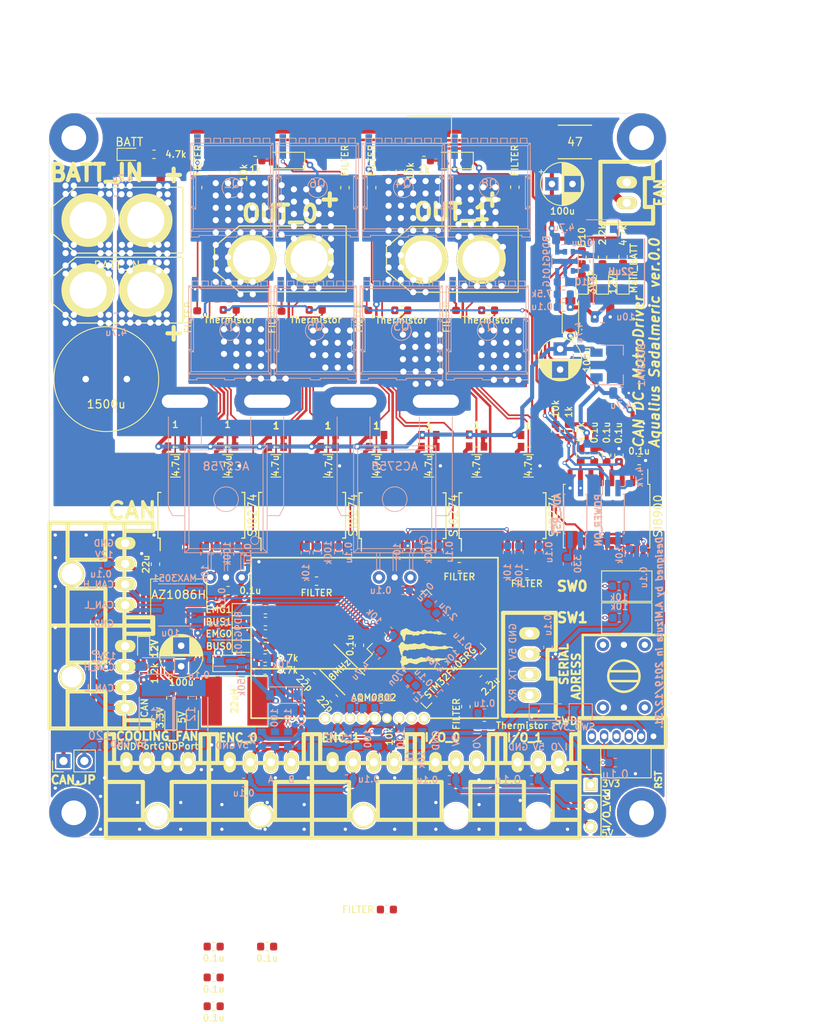
<source format=kicad_pcb>
(kicad_pcb (version 20171130) (host pcbnew "(5.1.4)-1")
  (layers (0 F.Cu signal) (31 B.Cu signal) (34 B.Paste user) (35 F.Paste user) (36 B.SilkS user) (37 F.SilkS user) (38 B.Mask user) (39 F.Mask user) (44 Edge.Cuts user))
  (net 0 "")
  (net 1 /OSC_IN)
  (net 2 GND)
  (net 3 /~RST)
  (net 4 /OSC_OUT)
  (net 5 +3V3)
  (net 6 /CAN_Vdd)
  (net 7 "Net-(C13-Pad1)")
  (net 8 "Net-(C14-Pad1)")
  (net 9 /FB_PWR_OUT)
  (net 10 /FB_PWR)
  (net 11 "Net-(C19-Pad1)")
  (net 12 "Net-(C20-Pad1)")
  (net 13 GNDPWR)
  (net 14 +3.3VP)
  (net 15 "Net-(C23-Pad2)")
  (net 16 "Net-(C23-Pad1)")
  (net 17 /Voltage)
  (net 18 /batt)
  (net 19 +12P)
  (net 20 "Net-(C30-Pad1)")
  (net 21 "Net-(C31-Pad1)")
  (net 22 +BATT)
  (net 23 +5V)
  (net 24 "Net-(D2-Pad2)")
  (net 25 "Net-(D3-Pad2)")
  (net 26 "Net-(D4-Pad2)")
  (net 27 +12V)
  (net 28 /PWM0_L)
  (net 29 /PWM0_R)
  (net 30 "Net-(D13-Pad2)")
  (net 31 "Net-(D14-Pad2)")
  (net 32 "Net-(D19-Pad2)")
  (net 33 "Net-(D20-Pad2)")
  (net 34 "Net-(D21-Pad2)")
  (net 35 "Net-(D22-Pad2)")
  (net 36 "Net-(D23-Pad2)")
  (net 37 "Net-(D26-Pad2)")
  (net 38 "Net-(JP1-Pad1)")
  (net 39 /CAN_H)
  (net 40 "Net-(JP2-Pad2)")
  (net 41 /SWCLK)
  (net 42 /SWDIO)
  (net 43 "Net-(P1-Pad6)")
  (net 44 /CAN_L)
  (net 45 /USART2_RX)
  (net 46 /USART2_TX)
  (net 47 "Net-(P7-Pad2)")
  (net 48 "Net-(R1-Pad1)")
  (net 49 /SW0)
  (net 50 /SW1)
  (net 51 /LED0)
  (net 52 /LED1)
  (net 53 /LED2)
  (net 54 "Net-(R9-Pad2)")
  (net 55 /EN0)
  (net 56 "Net-(R11-Pad1)")
  (net 57 "Net-(R12-Pad1)")
  (net 58 "Net-(R17-Pad2)")
  (net 59 "Net-(R18-Pad2)")
  (net 60 "Net-(R30-Pad2)")
  (net 61 "Net-(R31-Pad2)")
  (net 62 "Net-(R35-Pad1)")
  (net 63 /FB)
  (net 64 /PA8)
  (net 65 "Net-(R40-Pad1)")
  (net 66 /ADR_1)
  (net 67 /ADR_8)
  (net 68 /ADR_4)
  (net 69 /ADR_2)
  (net 70 /CAN1_RX)
  (net 71 /CAN1_TX)
  (net 72 "Net-(U3-Pad30)")
  (net 73 "Net-(U3-Pad40)")
  (net 74 /USART1_TX)
  (net 75 /USART1_RX)
  (net 76 "Net-(U3-Pad54)")
  (net 77 "Net-(U3-Pad55)")
  (net 78 "Net-(U4-Pad13)")
  (net 79 "Net-(U4-Pad12)")
  (net 80 "Net-(U4-Pad7)")
  (net 81 "Net-(U4-Pad2)")
  (net 82 "Net-(U5-Pad6)")
  (net 83 "Net-(U5-Pad11)")
  (net 84 "Net-(U5-Pad14)")
  (net 85 "Net-(U5-Pad15)")
  (net 86 "Net-(D27-Pad2)")
  (net 87 "Net-(P11-Pad4)")
  (net 88 "Net-(P11-Pad3)")
  (net 89 /TIM3_CH1)
  (net 90 /TIM3_CH2)
  (net 91 "Net-(C39-Pad1)")
  (net 92 "Net-(C39-Pad2)")
  (net 93 /ADC_~RST)
  (net 94 "Net-(D32-Pad2)")
  (net 95 "Net-(D33-Pad2)")
  (net 96 "Net-(D34-Pad2)")
  (net 97 /OUT0_L)
  (net 98 /CounterVoltage0)
  (net 99 /OUT0_R)
  (net 100 /OUT1_L)
  (net 101 "Net-(C48-Pad1)")
  (net 102 /Current1)
  (net 103 /Current0)
  (net 104 /OUT1_R)
  (net 105 /CounterVoltage1)
  (net 106 /PWM1_R)
  (net 107 "Net-(D17-Pad2)")
  (net 108 /MOTOR0_BATT)
  (net 109 /PWM1_L)
  (net 110 /LED3)
  (net 111 /MOTOR1_BATT)
  (net 112 "Net-(D47-Pad2)")
  (net 113 "Net-(P13-Pad3)")
  (net 114 "Net-(P13-Pad4)")
  (net 115 /EN1)
  (net 116 "Net-(R57-Pad1)")
  (net 117 "Net-(R60-Pad1)")
  (net 118 "Net-(U8-Pad13)")
  (net 119 "Net-(U8-Pad12)")
  (net 120 "Net-(U8-Pad7)")
  (net 121 "Net-(U8-Pad2)")
  (net 122 "Net-(U14-Pad2)")
  (net 123 "Net-(U14-Pad7)")
  (net 124 "Net-(U14-Pad12)")
  (net 125 "Net-(U14-Pad13)")
  (net 126 /MODE)
  (net 127 "Net-(C45-Pad1)")
  (net 128 "Net-(C46-Pad1)")
  (net 129 "Net-(C49-Pad1)")
  (net 130 "Net-(D1-Pad2)")
  (net 131 "Net-(D11-Pad2)")
  (net 132 "Net-(Q1-PadG)")
  (net 133 "Net-(Q2-PadG)")
  (net 134 "Net-(Q3-PadG)")
  (net 135 "Net-(Q4-PadG)")
  (net 136 "Net-(Q5-PadG)")
  (net 137 "Net-(Q6-PadG)")
  (net 138 "Net-(Q7-PadG)")
  (net 139 "Net-(Q8-PadG)")
  (net 140 "Net-(R13-Pad1)")
  (net 141 "Net-(R53-Pad2)")
  (net 142 "Net-(R54-Pad2)")
  (net 143 "Net-(R63-Pad2)")
  (net 144 "Net-(R64-Pad2)")
  (net 145 "Net-(R65-Pad1)")
  (net 146 "Net-(U12-Pad2)")
  (net 147 "Net-(U12-Pad7)")
  (net 148 "Net-(U12-Pad12)")
  (net 149 "Net-(U12-Pad13)")
  (net 150 /Motor0R_Tmp)
  (net 151 /Motor0L_Tmp)
  (net 152 /Motor1L_Tmp)
  (net 153 /Motor1R_Tmp)
  (net 154 /Substrate_Temp)
  (net 155 "Net-(U3-Pad44)")
  (net 156 /PA12)
  (net 157 "Net-(U3-Pad2)")
  (net 158 "Net-(U3-Pad3)")
  (net 159 "Net-(U3-Pad4)")
  (net 160 /IO_0)
  (net 161 /IO_1)
  (net 162 "Net-(U3-Pad29)")
  (net 163 /TIM4_CH1)
  (net 164 /TIM4_CH2)
  (net 165 "Net-(U3-Pad14)")
  (net 166 "Net-(U3-Pad15)")
  (net 167 /Motor1l_Tmp)
  (net 168 "Net-(P2-Pad2)")
  (net 169 "Net-(P12-Pad2)")
  (net 170 "Net-(P2-Pad4)")
  (net 171 "Net-(C62-Pad1)")
  (net 172 "Net-(C63-Pad2)")
  (net 173 "Net-(C63-Pad1)")
  (net 174 "Net-(R73-Pad2)")
  (net 175 "Net-(R74-Pad2)")
  (net 176 "Net-(U17-Pad1)")
  (net 177 "Net-(D7-Pad2)")
  (net 178 "Net-(D8-Pad2)")
  (net 179 "Net-(D9-Pad2)")
  (net 180 "Net-(D39-Pad2)")
  (net 181 IO_Vdd)
  (net 182 "Net-(U3-Pad24)")
  (module Package_QFP:LQFP-64_10x10mm_P0.5mm (layer F.Cu) (at 118.35 116.075 45)
    (fp_text reference U3 hide)
    (fp_text value STM32F405RG (at 0 4.101219 45) (layer F.SilkS) (effects (font (size 0.8 0.8))))
    (pad 1 smd roundrect (at -5.675 -3.75 45) (size 1.55 0.3) (layers F.Cu F.Paste F.Mask) (net 5 +3V3))
    (pad 2 smd roundrect (at -5.675 -3.25 45) (size 1.55 0.3) (layers F.Cu F.Paste F.Mask) (net 157 "Net-(U3-Pad2)"))
    (pad 3 smd roundrect (at -5.675 -2.75 45) (size 1.55 0.3) (layers F.Cu F.Paste F.Mask) (net 158 "Net-(U3-Pad3)"))
    (pad 4 smd roundrect (at -5.675 -2.25 45) (size 1.55 0.3) (layers F.Cu F.Paste F.Mask) (net 159 "Net-(U3-Pad4)"))
    (pad 5 smd roundrect (at -5.675 -1.75 45) (size 1.55 0.3) (layers F.Cu F.Paste F.Mask) (net 1 /OSC_IN))
    (pad 6 smd roundrect (at -5.675 -1.25 45) (size 1.55 0.3) (layers F.Cu F.Paste F.Mask) (net 4 /OSC_OUT))
    (pad 7 smd roundrect (at -5.675 -0.75 45) (size 1.55 0.3) (layers F.Cu F.Paste F.Mask) (net 3 /~RST))
    (pad 8 smd roundrect (at -5.675 -0.25 45) (size 1.55 0.3) (layers F.Cu F.Paste F.Mask) (net 150 /Motor0R_Tmp))
    (pad 9 smd roundrect (at -5.675 0.25 45) (size 1.55 0.3) (layers F.Cu F.Paste F.Mask) (net 151 /Motor0L_Tmp))
    (pad 10 smd roundrect (at -5.675 0.75 45) (size 1.55 0.3) (layers F.Cu F.Paste F.Mask) (net 102 /Current1))
    (pad 11 smd roundrect (at -5.675 1.25 45) (size 1.55 0.3) (layers F.Cu F.Paste F.Mask) (net 103 /Current0))
    (pad 12 smd roundrect (at -5.675 1.75 45) (size 1.55 0.3) (layers F.Cu F.Paste F.Mask) (net 2 GND))
    (pad 13 smd roundrect (at -5.675 2.25 45) (size 1.55 0.3) (layers F.Cu F.Paste F.Mask) (net 5 +3V3))
    (pad 14 smd roundrect (at -5.675 2.75 45) (size 1.55 0.3) (layers F.Cu F.Paste F.Mask) (net 165 "Net-(U3-Pad14)"))
    (pad 15 smd roundrect (at -5.675 3.25 45) (size 1.55 0.3) (layers F.Cu F.Paste F.Mask) (net 166 "Net-(U3-Pad15)"))
    (pad 16 smd roundrect (at -5.675 3.75 45) (size 1.55 0.3) (layers F.Cu F.Paste F.Mask) (net 46 /USART2_TX))
    (pad 17 smd roundrect (at -3.75 5.675 45) (size 0.3 1.55) (layers F.Cu F.Paste F.Mask) (net 45 /USART2_RX))
    (pad 18 smd roundrect (at -3.25 5.675 45) (size 0.3 1.55) (layers F.Cu F.Paste F.Mask) (net 2 GND))
    (pad 19 smd roundrect (at -2.75 5.675 45) (size 0.3 1.55) (layers F.Cu F.Paste F.Mask) (net 5 +3V3))
    (pad 20 smd roundrect (at -2.25 5.675 45) (size 0.3 1.55) (layers F.Cu F.Paste F.Mask) (net 154 /Substrate_Temp))
    (pad 21 smd roundrect (at -1.75 5.675 45) (size 0.3 1.55) (layers F.Cu F.Paste F.Mask) (net 66 /ADR_1))
    (pad 22 smd roundrect (at -1.25 5.675 45) (size 0.3 1.55) (layers F.Cu F.Paste F.Mask) (net 68 /ADR_4))
    (pad 23 smd roundrect (at -0.75 5.675 45) (size 0.3 1.55) (layers F.Cu F.Paste F.Mask) (net 69 /ADR_2))
    (pad 24 smd roundrect (at -0.25 5.675 45) (size 0.3 1.55) (layers F.Cu F.Paste F.Mask) (net 182 "Net-(U3-Pad24)"))
    (pad 25 smd roundrect (at 0.25 5.675 45) (size 0.3 1.55) (layers F.Cu F.Paste F.Mask) (net 153 /Motor1R_Tmp))
    (pad 26 smd roundrect (at 0.75 5.675 45) (size 0.3 1.55) (layers F.Cu F.Paste F.Mask) (net 167 /Motor1l_Tmp))
    (pad 27 smd roundrect (at 1.25 5.675 45) (size 0.3 1.55) (layers F.Cu F.Paste F.Mask) (net 67 /ADR_8))
    (pad 28 smd roundrect (at 1.75 5.675 45) (size 0.3 1.55) (layers F.Cu F.Paste F.Mask) (net 54 "Net-(R9-Pad2)"))
    (pad 29 smd roundrect (at 2.25 5.675 45) (size 0.3 1.55) (layers F.Cu F.Paste F.Mask) (net 162 "Net-(U3-Pad29)"))
    (pad 30 smd roundrect (at 2.75 5.675 45) (size 0.3 1.55) (layers F.Cu F.Paste F.Mask) (net 72 "Net-(U3-Pad30)"))
    (pad 31 smd roundrect (at 3.25 5.675 45) (size 0.3 1.55) (layers F.Cu F.Paste F.Mask) (net 7 "Net-(C13-Pad1)"))
    (pad 32 smd roundrect (at 3.75 5.675 45) (size 0.3 1.55) (layers F.Cu F.Paste F.Mask) (net 5 +3V3))
    (pad 33 smd roundrect (at 5.675 3.75 45) (size 1.55 0.3) (layers F.Cu F.Paste F.Mask) (net 126 /MODE))
    (pad 34 smd roundrect (at 5.675 3.25 45) (size 1.55 0.3) (layers F.Cu F.Paste F.Mask) (net 106 /PWM1_R))
    (pad 35 smd roundrect (at 5.675 2.75 45) (size 1.55 0.3) (layers F.Cu F.Paste F.Mask) (net 115 /EN1))
    (pad 36 smd roundrect (at 5.675 2.25 45) (size 1.55 0.3) (layers F.Cu F.Paste F.Mask) (net 109 /PWM1_L))
    (pad 37 smd roundrect (at 5.675 1.75 45) (size 1.55 0.3) (layers F.Cu F.Paste F.Mask) (net 29 /PWM0_R))
    (pad 38 smd roundrect (at 5.675 1.25 45) (size 1.55 0.3) (layers F.Cu F.Paste F.Mask) (net 55 /EN0))
    (pad 39 smd roundrect (at 5.675 0.75 45) (size 1.55 0.3) (layers F.Cu F.Paste F.Mask) (net 28 /PWM0_L))
    (pad 40 smd roundrect (at 5.675 0.25 45) (size 1.55 0.3) (layers F.Cu F.Paste F.Mask) (net 73 "Net-(U3-Pad40)"))
    (pad 41 smd roundrect (at 5.675 -0.25 45) (size 1.55 0.3) (layers F.Cu F.Paste F.Mask) (net 64 /PA8))
    (pad 42 smd roundrect (at 5.675 -0.75 45) (size 1.55 0.3) (layers F.Cu F.Paste F.Mask) (net 74 /USART1_TX))
    (pad 43 smd roundrect (at 5.675 -1.25 45) (size 1.55 0.3) (layers F.Cu F.Paste F.Mask) (net 75 /USART1_RX))
    (pad 44 smd roundrect (at 5.675 -1.75 45) (size 1.55 0.3) (layers F.Cu F.Paste F.Mask) (net 155 "Net-(U3-Pad44)"))
    (pad 45 smd roundrect (at 5.675 -2.25 45) (size 1.55 0.3) (layers F.Cu F.Paste F.Mask) (net 156 /PA12))
    (pad 46 smd roundrect (at 5.675 -2.75 45) (size 1.55 0.3) (layers F.Cu F.Paste F.Mask) (net 42 /SWDIO))
    (pad 47 smd roundrect (at 5.675 -3.25 45) (size 1.55 0.3) (layers F.Cu F.Paste F.Mask) (net 8 "Net-(C14-Pad1)"))
    (pad 48 smd roundrect (at 5.675 -3.75 45) (size 1.55 0.3) (layers F.Cu F.Paste F.Mask) (net 5 +3V3))
    (pad 49 smd roundrect (at 3.75 -5.675 45) (size 0.3 1.55) (layers F.Cu F.Paste F.Mask) (net 41 /SWCLK))
    (pad 50 smd roundrect (at 3.25 -5.675 45) (size 0.3 1.55) (layers F.Cu F.Paste F.Mask) (net 51 /LED0))
    (pad 51 smd roundrect (at 2.75 -5.675 45) (size 0.3 1.55) (layers F.Cu F.Paste F.Mask) (net 52 /LED1))
    (pad 52 smd roundrect (at 2.25 -5.675 45) (size 0.3 1.55) (layers F.Cu F.Paste F.Mask) (net 53 /LED2))
    (pad 53 smd roundrect (at 1.75 -5.675 45) (size 0.3 1.55) (layers F.Cu F.Paste F.Mask) (net 110 /LED3))
    (pad 54 smd roundrect (at 1.25 -5.675 45) (size 0.3 1.55) (layers F.Cu F.Paste F.Mask) (net 76 "Net-(U3-Pad54)"))
    (pad 55 smd roundrect (at 0.75 -5.675 45) (size 0.3 1.55) (layers F.Cu F.Paste F.Mask) (net 77 "Net-(U3-Pad55)"))
    (pad 56 smd roundrect (at 0.25 -5.675 45) (size 0.3 1.55) (layers F.Cu F.Paste F.Mask) (net 89 /TIM3_CH1))
    (pad 57 smd roundrect (at -0.25 -5.675 45) (size 0.3 1.55) (layers F.Cu F.Paste F.Mask) (net 90 /TIM3_CH2))
    (pad 58 smd roundrect (at -0.75 -5.675 45) (size 0.3 1.55) (layers F.Cu F.Paste F.Mask) (net 163 /TIM4_CH1))
    (pad 59 smd roundrect (at -1.25 -5.675 45) (size 0.3 1.55) (layers F.Cu F.Paste F.Mask) (net 164 /TIM4_CH2))
    (pad 60 smd roundrect (at -1.75 -5.675 45) (size 0.3 1.55) (layers F.Cu F.Paste F.Mask) (net 48 "Net-(R1-Pad1)"))
    (pad 61 smd roundrect (at -2.25 -5.675 45) (size 0.3 1.55) (layers F.Cu F.Paste F.Mask) (net 70 /CAN1_RX))
    (pad 62 smd roundrect (at -2.75 -5.675 45) (size 0.3 1.55) (layers F.Cu F.Paste F.Mask) (net 71 /CAN1_TX))
    (pad 63 smd roundrect (at -3.25 -5.675 45) (size 0.3 1.55) (layers F.Cu F.Paste F.Mask) (net 2 GND))
    (pad 64 smd roundrect (at -3.75 -5.675 45) (size 0.3 1.55) (layers F.Cu F.Paste F.Mask) (net 5 +3V3))
  )
  (module Mizz_lib:XT60_F (layer F.Cu) (at 121.5 68.75)
    (fp_text reference P10)
    (fp_text value OUT_1 (at 0 -5.75 unlocked) (layer F.SilkS) (effects (font (size 2 2) (thickness 0.5))))
    (pad 2 thru_hole circle (at 3.5 0) (size 6 6) (drill 4.5) (layers *.Cu *.Mask F.SilkS) (net 104 /OUT1_R))
    (pad 1 thru_hole circle (at -3.5 0) (size 6 6) (drill 4.5) (layers *.Cu *.Mask F.SilkS) (net 100 /OUT1_L))
  )
  (module Mizz_lib:XT60_F (layer F.Cu) (at 100.6 68.7)
    (fp_text reference P15)
    (fp_text value OUT_0 (at 0 -5.5) (layer F.SilkS) (effects (font (size 2 2) (thickness 0.5))))
    (pad 2 thru_hole circle (at 3.5 0) (size 6 6) (drill 4.5) (layers *.Cu *.Mask F.SilkS) (net 99 /OUT0_R))
    (pad 1 thru_hole circle (at -3.5 0) (size 6 6) (drill 4.5) (layers *.Cu *.Mask F.SilkS) (net 97 /OUT0_L))
  )
  (module Mizz_lib:rotary_0F (layer F.Cu) (at 142.35 119.4 180)
    (fp_text reference U19 hide)
    (fp_text value ADRESS (at 5.8 0 270) (layer F.SilkS) (effects (font (thickness 0.25))))
    (pad 1 thru_hole circle (at -2.54 3.81 180) (size 1.524 1.524) (drill 0.762) (layers *.Cu *.Mask) (net 69 /ADR_2))
    (pad 2 thru_hole circle (at 0 3.81 180) (size 1.524 1.524) (drill 0.762) (layers *.Cu *.Mask) (net 2 GND))
    (pad 3 thru_hole circle (at 2.54 3.81 180) (size 1.524 1.524) (drill 0.762) (layers *.Cu *.Mask) (net 66 /ADR_1))
    (pad 4 thru_hole circle (at 2.54 -3.81 180) (size 1.524 1.524) (drill 0.762) (layers *.Cu *.Mask) (net 68 /ADR_4))
    (pad 5 thru_hole circle (at 0 -3.81 180) (size 1.524 1.524) (drill 0.762) (layers *.Cu *.Mask) (net 2 GND))
    (pad 6 thru_hole circle (at -2.54 -3.81 180) (size 1.524 1.524) (drill 0.762) (layers *.Cu *.Mask) (net 67 /ADR_8))
  )
  (module Capacitor_SMD:C_0603_1608Metric (layer B.Cu) (at 115.5 108.975 180)
    (fp_text reference C21 hide)
    (fp_text value 0.1u (at 2.7 0) (layer B.SilkS) (effects (font (size 0.8 0.8)) (justify mirror)))
    (pad 1 smd roundrect (at -0.7875 0 180) (size 0.875 0.95) (layers B.Cu B.Paste B.Mask) (net 5 +3V3))
    (pad 2 smd roundrect (at 0.7875 0 180) (size 0.875 0.95) (layers B.Cu B.Paste B.Mask) (net 2 GND))
  )
  (module Mizz_lib:AQM0802_original (layer F.Cu) (at 112.05 114.25)
    (fp_text reference U17 hide)
    (fp_text value AQM0802 (at -0.1 7.75) (layer F.SilkS) (effects (font (size 0.8 0.8))))
    (pad 9 thru_hole circle (at 6 10.25) (size 1.2 1.2) (drill 0.8) (layers *.Cu *.Mask F.SilkS) (net 5 +3V3))
    (pad 8 thru_hole circle (at 4.5 10.25) (size 1.2 1.2) (drill 0.8) (layers *.Cu *.Mask F.SilkS) (net 174 "Net-(R73-Pad2)"))
    (pad 7 thru_hole circle (at 3 10.25) (size 1.2 1.2) (drill 0.8) (layers *.Cu *.Mask F.SilkS) (net 175 "Net-(R74-Pad2)"))
    (pad 6 thru_hole circle (at 1.5 10.25) (size 1.2 1.2) (drill 0.8) (layers *.Cu *.Mask F.SilkS) (net 2 GND))
    (pad 5 thru_hole circle (at 0 10.25) (size 1.2 1.2) (drill 0.8) (layers *.Cu *.Mask F.SilkS) (net 5 +3V3))
    (pad 4 thru_hole circle (at -1.5 10.25) (size 1.2 1.2) (drill 0.8) (layers *.Cu *.Mask F.SilkS) (net 172 "Net-(C63-Pad2)"))
    (pad 3 thru_hole circle (at -3 10.25) (size 1.2 1.2) (drill 0.8) (layers *.Cu *.Mask F.SilkS) (net 173 "Net-(C63-Pad1)"))
    (pad 2 thru_hole circle (at -4.5 10.25) (size 1.2 1.2) (drill 0.8) (layers *.Cu *.Mask F.SilkS) (net 171 "Net-(C62-Pad1)"))
    (pad 1 thru_hole circle (at -6 10.25) (size 1.2 1.2) (drill 0.8) (layers *.Cu *.Mask F.SilkS) (net 176 "Net-(U17-Pad1)"))
  )
  (module Mizz_lib:XA_4L (layer F.Cu) (at 81.9 129.85)
    (fp_text reference P2 hide)
    (fp_text value MOTOR_COOLING hide)
    (pad 1 thru_hole oval (at 0 0) (size 1.5 2.5) (drill 1) (layers *.Cu *.Mask F.SilkS) (net 2 GND))
    (pad 2 thru_hole oval (at 2.5 0) (size 1.5 2.5) (drill 1) (layers *.Cu *.Mask F.SilkS) (net 168 "Net-(P2-Pad2)"))
    (pad 3 thru_hole oval (at 5 0) (size 1.5 2.5) (drill 1) (layers *.Cu *.Mask F.SilkS) (net 2 GND))
    (pad 4 thru_hole oval (at 7.5 0) (size 1.5 2.5) (drill 1) (layers *.Cu *.Mask F.SilkS) (net 170 "Net-(P2-Pad4)"))
    (pad "" thru_hole circle (at 3.75 6.5) (size 3 3) (drill 2.5) (layers *.Cu *.Mask F.SilkS))
  )
  (module Capacitor_SMD:C_0603_1608Metric (layer B.Cu) (at 115.65 120.2 225)
    (fp_text reference C50 hide)
    (fp_text value 470n (at -0.070711 1.131371 45) (layer B.SilkS) (effects (font (size 0.8 0.8)) (justify mirror)))
    (pad 1 smd roundrect (at -0.7875 0 225) (size 0.875 0.95) (layers B.Cu B.Paste B.Mask) (net 103 /Current0))
    (pad 2 smd roundrect (at 0.7875 0 225) (size 0.875 0.95) (layers B.Cu B.Paste B.Mask) (net 2 GND))
  )
  (module Resistor_SMD:R_0603_1608Metric (layer F.Cu) (at 113.55 147.75)
    (fp_text reference R52 hide)
    (fp_text value FILTER (at -3.5 0) (layer F.SilkS) (effects (font (size 0.8 0.8))))
    (pad 2 smd roundrect (at 0.7875 0) (size 0.875 0.95) (layers F.Cu F.Paste F.Mask) (net 2 GND))
    (pad 1 smd roundrect (at -0.7875 0) (size 0.875 0.95) (layers F.Cu F.Paste F.Mask) (net 150 /Motor0R_Tmp))
  )
  (module Package_SO:SOIC-16W_7.5x10.3mm_P1.27mm (layer F.Cu) (at 140.25 99.95 270)
    (fp_text reference U5 hide)
    (fp_text value SI8900 (at 0 -6.25 90) (layer F.SilkS))
    (pad 1 smd roundrect (at -4.65 -4.445 270) (size 2.05 0.6) (layers F.Cu F.Paste F.Mask) (net 14 +3.3VP))
    (pad 2 smd roundrect (at -4.65 -3.175 270) (size 2.05 0.6) (layers F.Cu F.Paste F.Mask) (net 14 +3.3VP))
    (pad 3 smd roundrect (at -4.65 -1.905 270) (size 2.05 0.6) (layers F.Cu F.Paste F.Mask) (net 17 /Voltage))
    (pad 4 smd roundrect (at -4.65 -0.635 270) (size 2.05 0.6) (layers F.Cu F.Paste F.Mask) (net 98 /CounterVoltage0))
    (pad 5 smd roundrect (at -4.65 0.635 270) (size 2.05 0.6) (layers F.Cu F.Paste F.Mask) (net 105 /CounterVoltage1))
    (pad 6 smd roundrect (at -4.65 1.905 270) (size 2.05 0.6) (layers F.Cu F.Paste F.Mask) (net 82 "Net-(U5-Pad6)"))
    (pad 7 smd roundrect (at -4.65 3.175 270) (size 2.05 0.6) (layers F.Cu F.Paste F.Mask) (net 93 /ADC_~RST))
    (pad 8 smd roundrect (at -4.65 4.445 270) (size 2.05 0.6) (layers F.Cu F.Paste F.Mask) (net 13 GNDPWR))
    (pad 9 smd roundrect (at 4.65 4.445 270) (size 2.05 0.6) (layers F.Cu F.Paste F.Mask) (net 2 GND))
    (pad 10 smd roundrect (at 4.65 3.175 270) (size 2.05 0.6) (layers F.Cu F.Paste F.Mask) (net 5 +3V3))
    (pad 11 smd roundrect (at 4.65 1.905 270) (size 2.05 0.6) (layers F.Cu F.Paste F.Mask) (net 83 "Net-(U5-Pad11)"))
    (pad 12 smd roundrect (at 4.65 0.635 270) (size 2.05 0.6) (layers F.Cu F.Paste F.Mask) (net 75 /USART1_RX))
    (pad 13 smd roundrect (at 4.65 -0.635 270) (size 2.05 0.6) (layers F.Cu F.Paste F.Mask) (net 74 /USART1_TX))
    (pad 14 smd roundrect (at 4.65 -1.905 270) (size 2.05 0.6) (layers F.Cu F.Paste F.Mask) (net 84 "Net-(U5-Pad14)"))
    (pad 15 smd roundrect (at 4.65 -3.175 270) (size 2.05 0.6) (layers F.Cu F.Paste F.Mask) (net 85 "Net-(U5-Pad15)"))
    (pad 16 smd roundrect (at 4.65 -4.445 270) (size 2.05 0.6) (layers F.Cu F.Paste F.Mask) (net 5 +3V3))
  )
  (module Mizz_lib:XA_4L (layer F.Cu) (at 81.75 115.75 270)
    (fp_text reference P4 hide)
    (fp_text value CAN (at 7.5 -2.35 90) (layer F.SilkS) (effects (font (size 0.8 0.8))))
    (pad 1 thru_hole oval (at 0 0 270) (size 1.5 2.5) (drill 1) (layers *.Cu *.Mask F.SilkS) (net 2 GND))
    (pad 2 thru_hole oval (at 2.5 0 270) (size 1.5 2.5) (drill 1) (layers *.Cu *.Mask F.SilkS) (net 6 /CAN_Vdd))
    (pad 3 thru_hole oval (at 5 0 270) (size 1.5 2.5) (drill 1) (layers *.Cu *.Mask F.SilkS) (net 39 /CAN_H))
    (pad 4 thru_hole oval (at 7.5 0 270) (size 1.5 2.5) (drill 1) (layers *.Cu *.Mask F.SilkS) (net 44 /CAN_L))
    (pad "" thru_hole circle (at 3.75 6.5 270) (size 3 3) (drill 2.5) (layers *.Cu *.Mask F.SilkS))
  )
  (module Mizz_lib:XA_4L (layer F.Cu) (at 81.75 103.25 270)
    (fp_text reference P3 hide)
    (fp_text value CAN (at -3.95 -0.85 180) (layer F.SilkS) (effects (font (size 2 2) (thickness 0.4))))
    (pad "" thru_hole circle (at 3.75 6.5 270) (size 3 3) (drill 2.5) (layers *.Cu *.Mask F.SilkS))
    (pad 4 thru_hole oval (at 7.5 0 270) (size 1.5 2.5) (drill 1) (layers *.Cu *.Mask F.SilkS) (net 44 /CAN_L))
    (pad 3 thru_hole oval (at 5 0 270) (size 1.5 2.5) (drill 1) (layers *.Cu *.Mask F.SilkS) (net 39 /CAN_H))
    (pad 2 thru_hole oval (at 2.5 0 270) (size 1.5 2.5) (drill 1) (layers *.Cu *.Mask F.SilkS) (net 6 /CAN_Vdd))
    (pad 1 thru_hole oval (at 0 0 270) (size 1.5 2.5) (drill 1) (layers *.Cu *.Mask F.SilkS) (net 2 GND))
  )
  (module Mizz_lib:XA_4L (layer F.Cu) (at 94.45 129.85)
    (fp_text reference P11 hide)
    (fp_text value ENC_0 (at 1.025 -2.975) (layer F.SilkS) (effects (font (thickness 0.25))))
    (pad "" thru_hole circle (at 3.75 6.5) (size 3 3) (drill 2.5) (layers *.Cu *.Mask F.SilkS))
    (pad 4 thru_hole oval (at 7.5 0) (size 1.5 2.5) (drill 1) (layers *.Cu *.Mask F.SilkS) (net 87 "Net-(P11-Pad4)"))
    (pad 3 thru_hole oval (at 5 0) (size 1.5 2.5) (drill 1) (layers *.Cu *.Mask F.SilkS) (net 88 "Net-(P11-Pad3)"))
    (pad 2 thru_hole oval (at 2.5 0) (size 1.5 2.5) (drill 1) (layers *.Cu *.Mask F.SilkS) (net 23 +5V))
    (pad 1 thru_hole oval (at 0 0) (size 1.5 2.5) (drill 1) (layers *.Cu *.Mask F.SilkS) (net 2 GND))
  )
  (module Mizz_lib:XA_4L (layer F.Cu) (at 106.95 129.85)
    (fp_text reference P13 hide)
    (fp_text value ENC_1 (at 1 -2.975) (layer F.SilkS) (effects (font (thickness 0.25))))
    (pad 1 thru_hole oval (at 0 0) (size 1.5 2.5) (drill 1) (layers *.Cu *.Mask F.SilkS) (net 2 GND))
    (pad 2 thru_hole oval (at 2.5 0) (size 1.5 2.5) (drill 1) (layers *.Cu *.Mask F.SilkS) (net 23 +5V))
    (pad 3 thru_hole oval (at 5 0) (size 1.5 2.5) (drill 1) (layers *.Cu *.Mask F.SilkS) (net 113 "Net-(P13-Pad3)"))
    (pad 4 thru_hole oval (at 7.5 0) (size 1.5 2.5) (drill 1) (layers *.Cu *.Mask F.SilkS) (net 114 "Net-(P13-Pad4)"))
    (pad "" thru_hole circle (at 3.75 6.5) (size 3 3) (drill 2.5) (layers *.Cu *.Mask F.SilkS))
  )
  (module Mizz_lib:XA_2P (layer F.Cu) (at 142.7 61.9 90)
    (fp_text reference P7 hide)
    (fp_text value FAN (at 1.25 4 270) (layer F.SilkS) (effects (font (size 1.2 1.2) (thickness 0.3))))
    (pad 1 thru_hole oval (at 2.5 0 90) (size 1.5 2.5) (drill 1) (layers *.Cu *.Mask F.SilkS) (net 13 GNDPWR))
    (pad 2 thru_hole oval (at 0 0 90) (size 1.5 2.5) (drill 1) (layers *.Cu *.Mask F.SilkS) (net 47 "Net-(P7-Pad2)"))
  )
  (module Mizz_lib:XA_4P (layer F.Cu) (at 130.875 121.7 90)
    (fp_text reference P5 hide)
    (fp_text value SERIAL (at 3.75 4.2 270) (layer F.SilkS) (effects (font (thickness 0.25))))
    (pad 4 thru_hole oval (at 0 0 90) (size 1.5 2.5) (drill 1) (layers *.Cu *.Mask F.SilkS) (net 45 /USART2_RX))
    (pad 3 thru_hole oval (at 2.5 0 90) (size 1.5 2.5) (drill 1) (layers *.Cu *.Mask F.SilkS) (net 46 /USART2_TX))
    (pad 2 thru_hole oval (at 5 0 90) (size 1.5 2.5) (drill 1) (layers *.Cu *.Mask F.SilkS) (net 23 +5V))
    (pad 1 thru_hole oval (at 7.5 0 90) (size 1.5 2.5) (drill 1) (layers *.Cu *.Mask F.SilkS) (net 2 GND))
  )
  (module Mizz_lib:ZH_6P (layer F.Cu) (at 145.95 126.7 180)
    (fp_text reference P1 hide)
    (fp_text value SWD (at 10.65 1.85) (layer F.SilkS) (effects (font (size 0.9 0.9) (thickness 0.2))))
    (pad 1 thru_hole oval (at 0 0 180) (size 1 1.524) (drill 0.7) (layers *.Cu *.Mask) (net 2 GND))
    (pad 2 thru_hole oval (at 1.5 0 180) (size 1 1.524) (drill 0.7) (layers *.Cu *.Mask) (net 38 "Net-(JP1-Pad1)"))
    (pad 3 thru_hole oval (at 3 0 180) (size 1 1.524) (drill 0.7) (layers *.Cu *.Mask) (net 41 /SWCLK))
    (pad 4 thru_hole oval (at 4.5 0 180) (size 1 1.524) (drill 0.7) (layers *.Cu *.Mask) (net 42 /SWDIO))
    (pad 5 thru_hole oval (at 6 0 180) (size 1 1.524) (drill 0.7) (layers *.Cu *.Mask) (net 3 /~RST))
    (pad 6 thru_hole oval (at 7.5 0 180) (size 1 1.524) (drill 0.7) (layers *.Cu *.Mask) (net 43 "Net-(P1-Pad6)"))
  )
  (module Mizz_lib:XT60_F (layer F.Cu) (at 80.75 72.5)
    (fp_text reference P9)
    (fp_text value BATT_IN (at 0 -3) (layer F.SilkS))
    (pad 1 thru_hole circle (at -3.5 0) (size 6.5 6.5) (drill 4.5) (layers *.Cu *.Mask F.SilkS) (net 13 GNDPWR))
    (pad 2 thru_hole circle (at 3.5 0) (size 6.5 6.5) (drill 4.5) (layers *.Cu *.Mask F.SilkS) (net 22 +BATT))
  )
  (module Mizz_lib:XT60_M (layer F.Cu) (at 80.75 64)
    (fp_text reference P8)
    (fp_text value BATT_IN (at -2.5 -5.75 unlocked) (layer F.SilkS) (effects (font (size 2 2) (thickness 0.5))))
    (pad 2 thru_hole circle (at 3.5 0) (size 6.5 6.5) (drill 4.5) (layers *.Cu *.Mask F.SilkS) (net 22 +BATT))
    (pad 1 thru_hole circle (at -3.5 0) (size 6.5 6.5) (drill 4.5) (layers *.Cu *.Mask F.SilkS) (net 13 GNDPWR))
  )
  (module Resistor_SMD:R_0603_1608Metric (layer B.Cu) (at 113.75 113.875 135)
    (fp_text reference R1 hide)
    (fp_text value 10k (at 2.474874 0 135) (layer B.SilkS) (effects (font (size 0.8 0.8)) (justify mirror)))
    (pad 2 smd roundrect (at 0.7875 0 135) (size 0.875 0.95) (layers B.Cu B.Paste B.Mask) (net 2 GND))
    (pad 1 smd roundrect (at -0.7875 0 135) (size 0.875 0.95) (layers B.Cu B.Paste B.Mask) (net 48 "Net-(R1-Pad1)"))
  )
  (module Diode_SMD:D_SOD-123 (layer B.Cu) (at 139.45 64.95 180)
    (fp_text reference D16 hide)
    (fp_text value DIODE)
    (pad 1 smd rect (at -1.65 0 180) (size 0.9 1.2) (layers B.Cu B.Paste B.Mask) (net 16 "Net-(C23-Pad1)"))
    (pad 2 smd rect (at 1.65 0 180) (size 0.9 1.2) (layers B.Cu B.Paste B.Mask) (net 13 GNDPWR))
  )
  (module Mizz_lib:HSOF-8-1 (layer B.Cu) (at 94.725 60.05)
    (fp_text reference Q2 (at 0 -0.5) (layer B.SilkS) (effects (justify mirror)))
    (fp_text value MOSFET_N)
    (pad S smd rect (at 0.6 -5) (size 8 3) (layers B.Cu B.Paste B.Mask) (net 13 GNDPWR))
    (pad G smd rect (at -4.2 -5) (size 0.8 3) (layers B.Cu B.Paste B.Mask) (net 133 "Net-(Q2-PadG)"))
    (pad D smd rect (at 0 2.5) (size 10 8) (layers B.Cu B.Paste B.Mask) (net 97 /OUT0_L))
  )
  (module Diode_SMD:D_SOD-123 (layer B.Cu) (at 85.5 118.15 180)
    (fp_text reference D5 hide)
    (fp_text value DIODE)
    (pad 1 smd rect (at -1.65 0 180) (size 0.9 1.2) (layers B.Cu B.Paste B.Mask) (net 27 +12V))
    (pad 2 smd rect (at 1.65 0 180) (size 0.9 1.2) (layers B.Cu B.Paste B.Mask) (net 6 /CAN_Vdd))
  )
  (module Resistor_SMD:R_0603_1608Metric (layer B.Cu) (at 78.65 127.85 180)
    (fp_text reference R3 hide)
    (fp_text value 120 (at 0 1.25) (layer B.SilkS) (effects (justify mirror)))
    (pad 1 smd roundrect (at -0.7875 0 180) (size 0.875 0.95) (layers B.Cu B.Paste B.Mask) (net 44 /CAN_L))
    (pad 2 smd roundrect (at 0.7875 0 180) (size 0.875 0.95) (layers B.Cu B.Paste B.Mask) (net 40 "Net-(JP2-Pad2)"))
  )
  (module Resistor_SMD:R_0603_1608Metric (layer F.Cu) (at 105 107.85)
    (fp_text reference R67 hide)
    (fp_text value FILTER (at 0 1.43) (layer F.SilkS) (effects (font (size 0.8 0.8))))
    (pad 1 smd roundrect (at -0.7875 0) (size 0.875 0.95) (layers F.Cu F.Paste F.Mask) (net 151 /Motor0L_Tmp))
    (pad 2 smd roundrect (at 0.7875 0) (size 0.875 0.95) (layers F.Cu F.Paste F.Mask) (net 2 GND))
  )
  (module Capacitor_SMD:C_0603_1608Metric (layer B.Cu) (at 121.3 119.95 315)
    (fp_text reference C47 hide)
    (fp_text value 470n (at -2.863782 -0.035355 135) (layer B.SilkS) (effects (font (size 0.7 0.7)) (justify mirror)))
    (pad 1 smd roundrect (at -0.7875 0 315) (size 0.875 0.95) (layers B.Cu B.Paste B.Mask) (net 102 /Current1))
    (pad 2 smd roundrect (at 0.7875 0 315) (size 0.875 0.95) (layers B.Cu B.Paste B.Mask) (net 2 GND))
  )
  (module Resistor_SMD:R_0603_1608Metric (layer F.Cu) (at 122.35 106.1)
    (fp_text reference R68 hide)
    (fp_text value FILTER (at 0 1.224999) (layer F.SilkS) (effects (font (size 0.8 0.8))))
    (pad 2 smd roundrect (at 0.7875 0) (size 0.875 0.95) (layers F.Cu F.Paste F.Mask) (net 2 GND))
    (pad 1 smd roundrect (at -0.7875 0) (size 0.875 0.95) (layers F.Cu F.Paste F.Mask) (net 152 /Motor1L_Tmp))
  )
  (module Capacitor_SMD:C_0603_1608Metric (layer F.Cu) (at 115.3 74.95)
    (fp_text reference TH2 hide)
    (fp_text value Thermistor (at 0 1.2) (layer F.SilkS) (effects (font (size 0.8 0.8))))
    (pad 2 smd roundrect (at 0.7875 0) (size 0.875 0.95) (layers F.Cu F.Paste F.Mask) (net 152 /Motor1L_Tmp))
    (pad 1 smd roundrect (at -0.7875 0) (size 0.875 0.95) (layers F.Cu F.Paste F.Mask) (net 5 +3V3))
  )
  (module Resistor_SMD:R_0603_1608Metric (layer F.Cu) (at 98.75 117.2)
    (fp_text reference R57 hide)
    (fp_text value 4.7k (at 2.75 0) (layer F.SilkS) (effects (font (size 0.8 0.8))))
    (pad 1 smd roundrect (at -0.7875 0) (size 0.875 0.95) (layers F.Cu F.Paste F.Mask) (net 116 "Net-(R57-Pad1)"))
    (pad 2 smd roundrect (at 0.7875 0) (size 0.875 0.95) (layers F.Cu F.Paste F.Mask) (net 102 /Current1))
  )
  (module Mizz_lib:ACS785xCB (layer B.Cu) (at 94 107.4 180)
    (fp_text reference U10 hide)
    (fp_text value ACS758 (at 0 13.5) (layer B.SilkS) (effects (justify mirror)))
    (pad 1 thru_hole circle (at -1.91 0 180) (size 1.524 1.524) (drill 0.762) (layers *.Cu *.Mask) (net 5 +3V3))
    (pad 2 thru_hole circle (at 0 0 180) (size 1.524 1.524) (drill 0.762) (layers *.Cu *.Mask) (net 2 GND))
    (pad 3 thru_hole circle (at 1.91 0 180) (size 1.524 1.524) (drill 0.762) (layers *.Cu *.Mask) (net 117 "Net-(R60-Pad1)"))
    (pad 4 thru_hole oval (at 5 21.4 180) (size 8 3.5) (drill oval 5.6 1.6) (layers *.Cu *.Mask) (net 22 +BATT))
    (pad 5 thru_hole oval (at -5 21.4 180) (size 8 3.5) (drill oval 5.6 1.6) (layers *.Cu *.Mask) (net 108 /MOTOR0_BATT))
  )
  (module Mizz_lib:ACS785xCB (layer B.Cu) (at 114.5 107.4 180)
    (fp_text reference U13 hide)
    (fp_text value ACS758 (at 0 13.5) (layer B.SilkS) (effects (justify mirror)))
    (pad 5 thru_hole oval (at -5 21.4 180) (size 8 3.5) (drill oval 5.6 1.6) (layers *.Cu *.Mask) (net 111 /MOTOR1_BATT))
    (pad 4 thru_hole oval (at 5 21.4 180) (size 8 3.5) (drill oval 5.6 1.6) (layers *.Cu *.Mask) (net 22 +BATT))
    (pad 3 thru_hole circle (at 1.91 0 180) (size 1.524 1.524) (drill 0.762) (layers *.Cu *.Mask) (net 116 "Net-(R57-Pad1)"))
    (pad 2 thru_hole circle (at 0 0 180) (size 1.524 1.524) (drill 0.762) (layers *.Cu *.Mask) (net 2 GND))
    (pad 1 thru_hole circle (at -1.91 0 180) (size 1.524 1.524) (drill 0.762) (layers *.Cu *.Mask) (net 5 +3V3))
  )
  (module Capacitor_SMD:C_0603_1608Metric (layer F.Cu) (at 94.45 74.9)
    (fp_text reference TH1 hide)
    (fp_text value Thermistor (at 0 1.2) (layer F.SilkS) (effects (font (size 0.8 0.8))))
    (pad 1 smd roundrect (at -0.7875 0) (size 0.875 0.95) (layers F.Cu F.Paste F.Mask) (net 5 +3V3))
    (pad 2 smd roundrect (at 0.7875 0) (size 0.875 0.95) (layers F.Cu F.Paste F.Mask) (net 151 /Motor0L_Tmp))
  )
  (module Mizz_lib:Crystal_SMD_5032_2Pads (layer F.Cu) (at 107.8 118.625 315)
    (fp_text reference Y1 hide)
    (fp_text value 8MHz (at 0 0 45) (layer F.SilkS) (effects (font (size 0.8 0.8))))
    (pad 1 smd rect (at -2.05 0 315) (size 2 2.4) (layers F.Cu F.Paste F.Mask) (net 1 /OSC_IN))
    (pad 2 smd rect (at 2.05 0 315) (size 2 2.4) (layers F.Cu F.Paste F.Mask) (net 4 /OSC_OUT))
  )
  (module Capacitor_SMD:C_0603_1608Metric (layer F.Cu) (at 104.393153 119.418153 315)
    (fp_text reference C1 hide)
    (fp_text value 22p (at -0.007995 1.184404 135) (layer F.SilkS) (effects (font (size 0.8 0.8))))
    (pad 2 smd roundrect (at 0.7875 0 315) (size 0.875 0.95) (layers F.Cu F.Paste F.Mask) (net 1 /OSC_IN))
    (pad 1 smd roundrect (at -0.7875 0 315) (size 0.875 0.95) (layers F.Cu F.Paste F.Mask) (net 2 GND))
  )
  (module Capacitor_SMD:C_0603_1608Metric (layer B.Cu) (at 141.3 129.9 180)
    (fp_text reference C2 hide)
    (fp_text value 0.1u (at 0 -1.43) (layer B.SilkS) (effects (justify mirror)))
    (pad 1 smd roundrect (at -0.7875 0 180) (size 0.875 0.95) (layers B.Cu B.Paste B.Mask) (net 2 GND))
    (pad 2 smd roundrect (at 0.7875 0 180) (size 0.875 0.95) (layers B.Cu B.Paste B.Mask) (net 3 /~RST))
  )
  (module Capacitor_SMD:C_0603_1608Metric (layer F.Cu) (at 107.1 122.125 135)
    (fp_text reference C3 hide)
    (fp_text value 22p (at 0.282843 -1.202082 135) (layer F.SilkS) (effects (font (size 0.8 0.8))))
    (pad 1 smd roundrect (at -0.7875 0 135) (size 0.875 0.95) (layers F.Cu F.Paste F.Mask) (net 2 GND))
    (pad 2 smd roundrect (at 0.7875 0 135) (size 0.875 0.95) (layers F.Cu F.Paste F.Mask) (net 4 /OSC_OUT))
  )
  (module Capacitor_SMD:C_0603_1608Metric (layer B.Cu) (at 119.9 121.475 315)
    (fp_text reference C5 hide)
    (fp_text value 0.1u (at -2.704683 -0.017678 135) (layer B.SilkS) (effects (font (size 0.8 0.8)) (justify mirror)))
    (pad 1 smd roundrect (at -0.7875 0 315) (size 0.875 0.95) (layers B.Cu B.Paste B.Mask) (net 5 +3V3))
    (pad 2 smd roundrect (at 0.7875 0 315) (size 0.875 0.95) (layers B.Cu B.Paste B.Mask) (net 2 GND))
  )
  (module Capacitor_SMD:C_0603_1608Metric (layer B.Cu) (at 124.6 116.975 315)
    (fp_text reference C6 hide)
    (fp_text value 0.1u (at -2.65165 0 135) (layer B.SilkS) (effects (font (size 0.8 0.8)) (justify mirror)))
    (pad 2 smd roundrect (at 0.7875 0 315) (size 0.875 0.95) (layers B.Cu B.Paste B.Mask) (net 2 GND))
    (pad 1 smd roundrect (at -0.7875 0 315) (size 0.875 0.95) (layers B.Cu B.Paste B.Mask) (net 5 +3V3))
  )
  (module Capacitor_SMD:C_0603_1608Metric (layer B.Cu) (at 78.8 105.75)
    (fp_text reference C7 hide)
    (fp_text value 0.1u (at 0 1.25) (layer B.SilkS) (effects (font (size 0.8 0.8)) (justify mirror)))
    (pad 2 smd roundrect (at 0.7875 0) (size 0.875 0.95) (layers B.Cu B.Paste B.Mask) (net 6 /CAN_Vdd))
    (pad 1 smd roundrect (at -0.7875 0) (size 0.875 0.95) (layers B.Cu B.Paste B.Mask) (net 2 GND))
  )
  (module Capacitor_SMD:C_0603_1608Metric (layer B.Cu) (at 119.1 110.025 48)
    (fp_text reference C8 hide)
    (fp_text value 0.1u (at 0 -1.254999 48) (layer B.SilkS) (effects (font (size 0.8 0.8)) (justify mirror)))
    (pad 2 smd roundrect (at 0.7875 0 48) (size 0.875 0.95) (layers B.Cu B.Paste B.Mask) (net 2 GND))
    (pad 1 smd roundrect (at -0.7875 0 48) (size 0.875 0.95) (layers B.Cu B.Paste B.Mask) (net 5 +3V3))
  )
  (module Capacitor_SMD:C_0603_1608Metric (layer F.Cu) (at 110.21 115.65 270)
    (fp_text reference C9 hide)
    (fp_text value 0.1u (at 0 1.131371 270) (layer F.SilkS) (effects (font (size 0.8 0.8))))
    (pad 1 smd roundrect (at -0.7875 0 270) (size 0.875 0.95) (layers F.Cu F.Paste F.Mask) (net 5 +3V3))
    (pad 2 smd roundrect (at 0.7875 0 270) (size 0.875 0.95) (layers F.Cu F.Paste F.Mask) (net 2 GND))
  )
  (module Capacitor_SMD:C_0603_1608Metric (layer B.Cu) (at 116.5 121.075 225)
    (fp_text reference C10 hide)
    (fp_text value 1u (at 0.017678 -1.149049 45) (layer B.SilkS) (effects (font (size 0.8 0.8)) (justify mirror)))
    (pad 2 smd roundrect (at 0.7875 0 225) (size 0.875 0.95) (layers B.Cu B.Paste B.Mask) (net 2 GND))
    (pad 1 smd roundrect (at -0.7875 0 225) (size 0.875 0.95) (layers B.Cu B.Paste B.Mask) (net 5 +3V3))
  )
  (module Capacitor_SMD:C_0603_1608Metric (layer B.Cu) (at 79.45 117.45 270)
    (fp_text reference C11 hide)
    (fp_text value 0.1u (at 0 1.25 90) (layer B.SilkS) (effects (font (size 0.8 0.8)) (justify mirror)))
    (pad 2 smd roundrect (at 0.7875 0 270) (size 0.875 0.95) (layers B.Cu B.Paste B.Mask) (net 6 /CAN_Vdd))
    (pad 1 smd roundrect (at -0.7875 0 270) (size 0.875 0.95) (layers B.Cu B.Paste B.Mask) (net 2 GND))
  )
  (module Capacitor_SMD:C_0603_1608Metric (layer B.Cu) (at 112.25 116.875 225)
    (fp_text reference C12 hide)
    (fp_text value 4.7u (at 2.687006 0 45) (layer B.SilkS) (effects (font (size 0.8 0.8)) (justify mirror)))
    (pad 1 smd roundrect (at -0.7875 0 225) (size 0.875 0.95) (layers B.Cu B.Paste B.Mask) (net 5 +3V3))
    (pad 2 smd roundrect (at 0.7875 0 225) (size 0.875 0.95) (layers B.Cu B.Paste B.Mask) (net 2 GND))
  )
  (module Capacitor_SMD:C_0603_1608Metric (layer F.Cu) (at 125.325 119.775 225)
    (fp_text reference C13 hide)
    (fp_text value 2.2u (at 0 -1.166726 45) (layer F.SilkS) (effects (font (size 0.8 0.8))))
    (pad 1 smd roundrect (at -0.7875 0 225) (size 0.875 0.95) (layers F.Cu F.Paste F.Mask) (net 7 "Net-(C13-Pad1)"))
    (pad 2 smd roundrect (at 0.7875 0 225) (size 0.875 0.95) (layers F.Cu F.Paste F.Mask) (net 2 GND))
  )
  (module Capacitor_SMD:C_0603_1608Metric (layer B.Cu) (at 120.1 112.325 313)
    (fp_text reference C14 hide)
    (fp_text value 2.2u (at 0 -1.2 313) (layer B.SilkS) (effects (font (size 0.8 0.8)) (justify mirror)))
    (pad 2 smd roundrect (at 0.7875 0 313) (size 0.875 0.95) (layers B.Cu B.Paste B.Mask) (net 2 GND))
    (pad 1 smd roundrect (at -0.7875 0 313) (size 0.875 0.95) (layers B.Cu B.Paste B.Mask) (net 8 "Net-(C14-Pad1)"))
  )
  (module Capacitor_SMD:C_0603_1608Metric (layer B.Cu) (at 133.125 115.9 270)
    (fp_text reference C15 hide)
    (fp_text value 0.1u (at -2.7 0 90) (layer B.SilkS) (effects (font (size 0.8 0.8)) (justify mirror)))
    (pad 1 smd roundrect (at -0.7875 0 270) (size 0.875 0.95) (layers B.Cu B.Paste B.Mask) (net 2 GND))
    (pad 2 smd roundrect (at 0.7875 0 270) (size 0.875 0.95) (layers B.Cu B.Paste B.Mask) (net 23 +5V))
  )
  (module Capacitor_SMD:C_0603_1608Metric (layer B.Cu) (at 121.15 132)
    (fp_text reference C16 hide)
    (fp_text value 0.1u (at -2.7 0) (layer B.SilkS) (effects (font (size 0.8 0.8)) (justify mirror)))
    (pad 2 smd roundrect (at 0.7875 0) (size 0.875 0.95) (layers B.Cu B.Paste B.Mask) (net 181 IO_Vdd))
    (pad 1 smd roundrect (at -0.7875 0) (size 0.875 0.95) (layers B.Cu B.Paste B.Mask) (net 2 GND))
  )
  (module Capacitor_SMD:C_0603_1608Metric (layer B.Cu) (at 144.75 104.7 270)
    (fp_text reference C17 hide)
    (fp_text value 0.1u (at 2.7 0 90) (layer B.SilkS) (effects (font (size 0.8 0.8)) (justify mirror)))
    (pad 1 smd roundrect (at -0.7875 0 270) (size 0.875 0.95) (layers B.Cu B.Paste B.Mask) (net 5 +3V3))
    (pad 2 smd roundrect (at 0.7875 0 270) (size 0.875 0.95) (layers B.Cu B.Paste B.Mask) (net 2 GND))
  )
  (module Capacitor_SMD:C_0603_1608Metric (layer B.Cu) (at 135.05 74.55 180)
    (fp_text reference C18 hide)
    (fp_text value 0.1u (at 2.65 0.05) (layer B.SilkS) (effects (font (size 0.8 0.8)) (justify mirror)))
    (pad 1 smd roundrect (at -0.7875 0 180) (size 0.875 0.95) (layers B.Cu B.Paste B.Mask) (net 9 /FB_PWR_OUT))
    (pad 2 smd roundrect (at 0.7875 0 180) (size 0.875 0.95) (layers B.Cu B.Paste B.Mask) (net 10 /FB_PWR))
  )
  (module Capacitor_SMD:C_1210_3225Metric (layer F.Cu) (at 87.85 93.85)
    (fp_text reference C19 hide)
    (fp_text value 4.7u (at 0.05 0 90) (layer F.SilkS) (effects (font (size 0.8 0.8))))
    (pad 2 smd roundrect (at 1.4 0) (size 1.25 2.65) (layers F.Cu F.Paste F.Mask) (roundrect_rratio 0.2) (net 97 /OUT0_L))
    (pad 1 smd roundrect (at -1.4 0) (size 1.25 2.65) (layers F.Cu F.Paste F.Mask) (roundrect_rratio 0.2) (net 11 "Net-(C19-Pad1)"))
  )
  (module Capacitor_SMD:C_1210_3225Metric (layer F.Cu) (at 94.2 93.85)
    (fp_text reference C20 hide)
    (fp_text value 4.7u (at 0.05 0 90) (layer F.SilkS) (effects (font (size 0.8 0.8))))
    (pad 1 smd roundrect (at -1.4 0) (size 1.25 2.65) (layers F.Cu F.Paste F.Mask) (roundrect_rratio 0.2) (net 12 "Net-(C20-Pad1)"))
    (pad 2 smd roundrect (at 1.4 0) (size 1.25 2.65) (layers F.Cu F.Paste F.Mask) (roundrect_rratio 0.2) (net 13 GNDPWR))
  )
  (module Capacitor_SMD:C_0603_1608Metric (layer F.Cu) (at 144.2 93.2)
    (fp_text reference C22 hide)
    (fp_text value 0.1u (at 0 -1.15) (layer F.SilkS) (effects (font (size 0.8 0.8))))
    (pad 1 smd roundrect (at -0.7875 0) (size 0.875 0.95) (layers F.Cu F.Paste F.Mask) (net 14 +3.3VP))
    (pad 2 smd roundrect (at 0.7875 0) (size 0.875 0.95) (layers F.Cu F.Paste F.Mask) (net 13 GNDPWR))
  )
  (module Capacitor_SMD:C_0603_1608Metric (layer B.Cu) (at 137.7 69 270)
    (fp_text reference C23 hide)
    (fp_text value 0.1u (at -2.25 0.4 180) (layer B.SilkS) (effects (font (size 0.8 0.8)) (justify mirror)))
    (pad 2 smd roundrect (at 0.7875 0 270) (size 0.875 0.95) (layers B.Cu B.Paste B.Mask) (net 15 "Net-(C23-Pad2)"))
    (pad 1 smd roundrect (at -0.7875 0 270) (size 0.875 0.95) (layers B.Cu B.Paste B.Mask) (net 16 "Net-(C23-Pad1)"))
  )
  (module Capacitor_SMD:C_0603_1608Metric (layer F.Cu) (at 141.75 92.55 90)
    (fp_text reference C24 hide)
    (fp_text value 0.1u (at 2.7 -0.05 90) (layer F.SilkS) (effects (font (size 0.8 0.8))))
    (pad 2 smd roundrect (at 0.7875 0 90) (size 0.875 0.95) (layers F.Cu F.Paste F.Mask) (net 13 GNDPWR))
    (pad 1 smd roundrect (at -0.7875 0 90) (size 0.875 0.95) (layers F.Cu F.Paste F.Mask) (net 17 /Voltage))
  )
  (module Capacitor_THT:CP_Radial_D5.0mm_P2.50mm (layer F.Cu) (at 133.6 59.6)
    (fp_text reference C25 hide)
    (fp_text value 100u (at 1.3 3.3 180) (layer F.SilkS) (effects (font (size 0.8 0.8))))
    (pad 1 thru_hole rect (at 0 0) (size 1.6 1.6) (drill 0.8) (layers *.Cu *.Mask) (net 18 /batt))
    (pad 2 thru_hole circle (at 2.5 0) (size 1.6 1.6) (drill 0.8) (layers *.Cu *.Mask) (net 13 GNDPWR))
  )
  (module Capacitor_SMD:C_0603_1608Metric (layer F.Cu) (at 140.25 92.55 90)
    (fp_text reference C27 hide)
    (fp_text value 0.1u (at 2.75 0 90) (layer F.SilkS) (effects (font (size 0.8 0.8))))
    (pad 1 smd roundrect (at -0.7875 0 90) (size 0.875 0.95) (layers F.Cu F.Paste F.Mask) (net 98 /CounterVoltage0))
    (pad 2 smd roundrect (at 0.7875 0 90) (size 0.875 0.95) (layers F.Cu F.Paste F.Mask) (net 13 GNDPWR))
  )
  (module Capacitor_SMD:C_0805_2012Metric (layer B.Cu) (at 139.75 75.75)
    (fp_text reference C28 hide)
    (fp_text value 10u (at 2.8 0) (layer B.SilkS) (effects (font (size 0.8 0.8)) (justify mirror)))
    (pad 1 smd roundrect (at -0.9375 0) (size 0.975 1.4) (layers B.Cu B.Paste B.Mask) (net 9 /FB_PWR_OUT))
    (pad 2 smd roundrect (at 0.9375 0) (size 0.975 1.4) (layers B.Cu B.Paste B.Mask) (net 13 GNDPWR))
  )
  (module Capacitor_SMD:C_0805_2012Metric (layer B.Cu) (at 136.9 80.55 270)
    (fp_text reference C29 hide)
    (fp_text value 4.7u (at -2.9 0 90) (layer B.SilkS) (effects (font (size 0.8 0.8)) (justify mirror)))
    (pad 1 smd roundrect (at -0.9375 0 270) (size 0.975 1.4) (layers B.Cu B.Paste B.Mask) (net 19 +12P))
    (pad 2 smd roundrect (at 0.9375 0 270) (size 0.975 1.4) (layers B.Cu B.Paste B.Mask) (net 13 GNDPWR))
  )
  (module Capacitor_SMD:C_1210_3225Metric (layer F.Cu) (at 100.05 93.85)
    (fp_text reference C30 hide)
    (fp_text value 4.7u (at -0.05 0 90) (layer F.SilkS) (effects (font (size 0.8 0.8))))
    (pad 2 smd roundrect (at 1.4 0) (size 1.25 2.65) (layers F.Cu F.Paste F.Mask) (roundrect_rratio 0.2) (net 99 /OUT0_R))
    (pad 1 smd roundrect (at -1.4 0) (size 1.25 2.65) (layers F.Cu F.Paste F.Mask) (roundrect_rratio 0.2) (net 20 "Net-(C30-Pad1)"))
  )
  (module Capacitor_SMD:C_1210_3225Metric (layer F.Cu) (at 106.4 93.85)
    (fp_text reference C31 hide)
    (fp_text value 4.7u (at 0.1 0 90) (layer F.SilkS) (effects (font (size 0.8 0.8))))
    (pad 1 smd roundrect (at -1.4 0) (size 1.25 2.65) (layers F.Cu F.Paste F.Mask) (roundrect_rratio 0.2) (net 21 "Net-(C31-Pad1)"))
    (pad 2 smd roundrect (at 1.4 0) (size 1.25 2.65) (layers F.Cu F.Paste F.Mask) (roundrect_rratio 0.2) (net 13 GNDPWR))
  )
  (module Capacitor_SMD:C_0805_2012Metric (layer B.Cu) (at 142 85)
    (fp_text reference C32 hide)
    (fp_text value 4.7u (at 0 1.5) (layer B.SilkS) (effects (font (size 0.8 0.8)) (justify mirror)))
    (pad 2 smd roundrect (at 0.9375 0) (size 0.975 1.4) (layers B.Cu B.Paste B.Mask) (net 13 GNDPWR))
    (pad 1 smd roundrect (at -0.9375 0) (size 0.975 1.4) (layers B.Cu B.Paste B.Mask) (net 14 +3.3VP))
  )
  (module Capacitor_THT:CP_Radial_D5.0mm_P2.50mm (layer F.Cu) (at 88.55 118.2 90)
    (fp_text reference C33 hide)
    (fp_text value 100u (at -1.95 0.025 180) (layer F.SilkS) (effects (font (size 0.8 0.8))))
    (pad 1 thru_hole rect (at 0 0 90) (size 1.6 1.6) (drill 0.8) (layers *.Cu *.Mask) (net 27 +12V))
    (pad 2 thru_hole circle (at 2.5 0 90) (size 1.6 1.6) (drill 0.8) (layers *.Cu *.Mask) (net 2 GND))
  )
  (module Diode_SMD:D_SOD-123 (layer B.Cu) (at 133.1 123.75)
    (fp_text reference D4 hide)
    (fp_text value DIODE)
    (pad 2 smd rect (at 1.65 0) (size 0.9 1.2) (layers B.Cu B.Paste B.Mask) (net 26 "Net-(D4-Pad2)"))
    (pad 1 smd rect (at -1.65 0) (size 0.9 1.2) (layers B.Cu B.Paste B.Mask) (net 5 +3V3))
  )
  (module LED_SMD:LED_0603_1608Metric (layer F.Cu) (at 96.235 111.32)
    (fp_text reference D7 hide)
    (fp_text value EMG1 (at -3.11 -0.02 unlocked) (layer F.SilkS) (effects (font (size 0.8 0.8))))
    (pad 2 smd roundrect (at 0.7875 0) (size 0.875 0.95) (layers F.Cu F.Paste F.Mask) (net 177 "Net-(D7-Pad2)"))
    (pad 1 smd roundrect (at -0.7875 0) (size 0.875 0.95) (layers F.Cu F.Paste F.Mask) (net 2 GND))
  )
  (module LED_SMD:LED_0603_1608Metric (layer F.Cu) (at 96.235 112.77)
    (fp_text reference D8 hide)
    (fp_text value BUS1 (at -3.11 0.03 unlocked) (layer F.SilkS) (effects (font (size 0.8 0.8))))
    (pad 1 smd roundrect (at -0.7875 0) (size 0.875 0.95) (layers F.Cu F.Paste F.Mask) (net 2 GND))
    (pad 2 smd roundrect (at 0.7875 0) (size 0.875 0.95) (layers F.Cu F.Paste F.Mask) (net 178 "Net-(D8-Pad2)"))
  )
  (module LED_SMD:LED_0603_1608Metric (layer F.Cu) (at 96.235 114.27)
    (fp_text reference D9 hide)
    (fp_text value EMG0 (at -3.11 -0.02 unlocked) (layer F.SilkS) (effects (font (size 0.8 0.8))))
    (pad 2 smd roundrect (at 0.7875 0) (size 0.875 0.95) (layers F.Cu F.Paste F.Mask) (net 179 "Net-(D9-Pad2)"))
    (pad 1 smd roundrect (at -0.7875 0) (size 0.875 0.95) (layers F.Cu F.Paste F.Mask) (net 2 GND))
  )
  (module Diode_SMD:D_SMA (layer F.Cu) (at 118 53 180)
    (fp_text reference D15 hide)
    (fp_text value DIODE)
    (pad 1 smd rect (at -2 0 180) (size 2.5 1.8) (layers F.Cu F.Paste F.Mask) (net 18 /batt))
    (pad 2 smd rect (at 2 0 180) (size 2.5 1.8) (layers F.Cu F.Paste F.Mask) (net 22 +BATT))
  )
  (module Diode_SMD:D_SOD-123 (layer F.Cu) (at 101.31 56.75 180)
    (fp_text reference D17 hide)
    (fp_text value DIODE)
    (pad 1 smd rect (at -1.65 0 180) (size 0.9 1.2) (layers F.Cu F.Paste F.Mask) (net 99 /OUT0_R))
    (pad 2 smd rect (at 1.65 0 180) (size 0.9 1.2) (layers F.Cu F.Paste F.Mask) (net 107 "Net-(D17-Pad2)"))
  )
  (module Diode_SMD:D_SOD-123 (layer F.Cu) (at 135.85 75.45 90)
    (fp_text reference D18 hide)
    (fp_text value DIODE)
    (pad 2 smd rect (at 1.65 0 90) (size 0.9 1.2) (layers F.Cu F.Paste F.Mask) (net 9 /FB_PWR_OUT))
    (pad 1 smd rect (at -1.65 0 90) (size 0.9 1.2) (layers F.Cu F.Paste F.Mask) (net 19 +12P))
  )
  (module LED_SMD:LED_0603_1608Metric (layer F.Cu) (at 82.25 56)
    (fp_text reference D21 hide)
    (fp_text value BATT (at 0 -1.5) (layer F.SilkS))
    (pad 2 smd roundrect (at 0.7875 0) (size 0.875 0.95) (layers F.Cu F.Paste F.Mask) (net 34 "Net-(D21-Pad2)"))
    (pad 1 smd roundrect (at -0.7875 0) (size 0.875 0.95) (layers F.Cu F.Paste F.Mask) (net 13 GNDPWR))
  )
  (module LED_SMD:LED_0603_1608Metric (layer F.Cu) (at 139.75 71.5 90)
    (fp_text reference D22 hide)
    (fp_text value 12VP (at 0 1.25 90) (layer F.SilkS) (effects (font (size 0.8 0.8))))
    (pad 1 smd roundrect (at -0.7875 0 90) (size 0.875 0.95) (layers F.Cu F.Paste F.Mask) (net 13 GNDPWR))
    (pad 2 smd roundrect (at 0.7875 0 90) (size 0.875 0.95) (layers F.Cu F.Paste F.Mask) (net 35 "Net-(D22-Pad2)"))
  )
  (module LED_SMD:LED_0603_1608Metric (layer F.Cu) (at 137.25 71.5 90)
    (fp_text reference D23 hide)
    (fp_text value 3V3P (at 0 1.25 90) (layer F.SilkS) (effects (font (size 0.8 0.8))))
    (pad 1 smd roundrect (at -0.7875 0 90) (size 0.875 0.95) (layers F.Cu F.Paste F.Mask) (net 13 GNDPWR))
    (pad 2 smd roundrect (at 0.7875 0 90) (size 0.875 0.95) (layers F.Cu F.Paste F.Mask) (net 36 "Net-(D23-Pad2)"))
  )
  (module Diode_SMD:D_SOD-123 (layer F.Cu) (at 94.65 117.85)
    (fp_text reference D24 hide)
    (fp_text value DIODE)
    (pad 1 smd rect (at -1.65 0) (size 0.9 1.2) (layers F.Cu F.Paste F.Mask) (net 91 "Net-(C39-Pad1)"))
    (pad 2 smd rect (at 1.65 0) (size 0.9 1.2) (layers F.Cu F.Paste F.Mask) (net 2 GND))
  )
  (module Diode_SMD:D_SOD-123 (layer B.Cu) (at 101 121.7 180)
    (fp_text reference D26 hide)
    (fp_text value DIODE)
    (pad 1 smd rect (at -1.65 0 180) (size 0.9 1.2) (layers B.Cu B.Paste B.Mask) (net 23 +5V))
    (pad 2 smd rect (at 1.65 0 180) (size 0.9 1.2) (layers B.Cu B.Paste B.Mask) (net 37 "Net-(D26-Pad2)"))
  )
  (module Jumper:SolderJumper-2_P1.3mm_Open_TrianglePad1.0x1.5mm (layer B.Cu) (at 137.1 123.75 180)
    (fp_text reference JP1 hide)
    (fp_text value SWD_3V3 (at 0.9 -1.8) (layer B.SilkS) (effects (font (size 0.8 0.8)) (justify mirror)))
    (pad 2 smd custom (at 0.725 0 180) (size 0.3 0.3) (layers B.Cu B.Mask) (net 26 "Net-(D4-Pad2)") (options (clearance outline) (anchor rect)) (primitives (gr_poly (pts (xy -0.65 0.75) (xy 0.5 0.75) (xy 0.5 -0.75) (xy -0.65 -0.75) (xy -0.15 0)) (width 0))))
    (pad 1 smd custom (at -0.725 0 180) (size 0.3 0.3) (layers B.Cu B.Mask) (net 38 "Net-(JP1-Pad1)") (options (clearance outline) (anchor rect)) (primitives (gr_poly (pts (xy -0.5 0.75) (xy 0.5 0.75) (xy 1 0) (xy 0.5 -0.75) (xy -0.5 -0.75)) (width 0))))
  )
  (module Connector_PinHeader_2.54mm:PinHeader_1x02_P2.54mm_Vertical (layer F.Cu) (at 74.25 129.7 90)
    (fp_text reference JP2 hide)
    (fp_text value CAN_JP (at -2.3 1.2 unlocked) (layer F.SilkS) (effects (font (thickness 0.25))))
    (pad 1 thru_hole rect (at 0 0 90) (size 1.7 1.7) (drill 1) (layers *.Cu *.Mask) (net 39 /CAN_H))
    (pad 2 thru_hole oval (at 0 2.54 90) (size 1.7 1.7) (drill 1) (layers *.Cu *.Mask) (net 40 "Net-(JP2-Pad2)"))
  )
  (module Mizz_lib:Inductor_Taiyo-Yuden_NR-60xx_HandSoldering (layer B.Cu) (at 141.75 70.25 270)
    (fp_text reference L1 hide)
    (fp_text value 22uH (at 0 -0.25 180) (layer B.SilkS) (effects (font (size 0.8 0.8) (thickness 0.2)) (justify mirror)))
    (pad 2 smd rect (at 2.775 0 270) (size 2.45 5.9) (layers B.Cu B.Paste B.Mask) (net 9 /FB_PWR_OUT))
    (pad 1 smd rect (at -2.775 0 270) (size 2.45 5.9) (layers B.Cu B.Paste B.Mask) (net 16 "Net-(C23-Pad1)"))
  )
  (module Mizz_lib:Inductor_Taiyo-Yuden_NR-60xx_HandSoldering (layer F.Cu) (at 95.05 122.45)
    (fp_text reference L2 hide)
    (fp_text value 22uH (at 0 -0.05 -90) (layer F.SilkS) (effects (font (size 0.8 0.8) (thickness 0.2))))
    (pad 1 smd rect (at -2.775 0) (size 2.45 5.9) (layers F.Cu F.Paste F.Mask) (net 91 "Net-(C39-Pad1)"))
    (pad 2 smd rect (at 2.775 0) (size 2.45 5.9) (layers F.Cu F.Paste F.Mask) (net 37 "Net-(D26-Pad2)"))
  )
  (module Mizz_lib:XA_3LC (layer F.Cu) (at 119.45 129.85)
    (fp_text reference P6 (at 0 0.5) (layer F.SilkS))
    (fp_text value I/O_0 (at 0.85 -3 unlocked) (layer F.SilkS) (effects (font (thickness 0.25))))
    (pad "" thru_hole circle (at 2.5 6.5) (size 3 3) (drill 3) (layers *.Cu *.Mask F.SilkS) (clearance -0.3))
    (pad 3 thru_hole oval (at 5 0) (size 1.5 2.5) (drill 1) (layers *.Cu *.Mask F.SilkS) (net 160 /IO_0))
    (pad 2 thru_hole oval (at 2.5 0) (size 1.5 2.5) (drill 1) (layers *.Cu *.Mask F.SilkS) (net 181 IO_Vdd))
    (pad 1 thru_hole oval (at 0 0) (size 1.5 2.5) (drill 1) (layers *.Cu *.Mask F.SilkS) (net 2 GND))
  )
  (module Resistor_SMD:R_0603_1608Metric (layer B.Cu) (at 141.75 108.46 180)
    (fp_text reference R4 hide)
    (fp_text value 10k (at 0 -1.35) (layer B.SilkS) (effects (font (size 0.8 0.8)) (justify mirror)))
    (pad 2 smd roundrect (at 0.7875 0 180) (size 0.875 0.95) (layers B.Cu B.Paste B.Mask) (net 49 /SW0))
    (pad 1 smd roundrect (at -0.7875 0 180) (size 0.875 0.95) (layers B.Cu B.Paste B.Mask) (net 23 +5V))
  )
  (module Resistor_SMD:R_0603_1608Metric (layer B.Cu) (at 141.8 112.29 180)
    (fp_text reference R5 hide)
    (fp_text value 10k (at 0 1.35) (layer B.SilkS) (effects (font (size 0.8 0.8)) (justify mirror)))
    (pad 2 smd roundrect (at 0.7875 0 180) (size 0.875 0.95) (layers B.Cu B.Paste B.Mask) (net 50 /SW1))
    (pad 1 smd roundrect (at -0.7875 0 180) (size 0.875 0.95) (layers B.Cu B.Paste B.Mask) (net 23 +5V))
  )
  (module Resistor_SMD:R_0603_1608Metric (layer F.Cu) (at 98.785 111.32 180)
    (fp_text reference R6 hide)
    (fp_text value 330)
    (pad 2 smd roundrect (at 0.7875 0 180) (size 0.875 0.95) (layers F.Cu F.Paste F.Mask) (net 177 "Net-(D7-Pad2)"))
    (pad 1 smd roundrect (at -0.7875 0 180) (size 0.875 0.95) (layers F.Cu F.Paste F.Mask) (net 51 /LED0))
  )
  (module Resistor_SMD:R_0603_1608Metric (layer F.Cu) (at 98.785 112.77 180)
    (fp_text reference R7 hide)
    (fp_text value 330)
    (pad 1 smd roundrect (at -0.7875 0 180) (size 0.875 0.95) (layers F.Cu F.Paste F.Mask) (net 52 /LED1))
    (pad 2 smd roundrect (at 0.7875 0 180) (size 0.875 0.95) (layers F.Cu F.Paste F.Mask) (net 178 "Net-(D8-Pad2)"))
  )
  (module Resistor_SMD:R_0603_1608Metric (layer F.Cu) (at 98.785 114.27 180)
    (fp_text reference R8 hide)
    (fp_text value 330)
    (pad 2 smd roundrect (at 0.7875 0 180) (size 0.875 0.95) (layers F.Cu F.Paste F.Mask) (net 179 "Net-(D9-Pad2)"))
    (pad 1 smd roundrect (at -0.7875 0 180) (size 0.875 0.95) (layers F.Cu F.Paste F.Mask) (net 53 /LED2))
  )
  (module Resistor_SMD:R_0603_1608Metric (layer B.Cu) (at 122.2 117.9 45)
    (fp_text reference R9 hide)
    (fp_text value 10k (at 0 -1.131371 45) (layer B.SilkS) (effects (font (size 0.8 0.8)) (justify mirror)))
    (pad 1 smd roundrect (at -0.7875 0 45) (size 0.875 0.95) (layers B.Cu B.Paste B.Mask) (net 5 +3V3))
    (pad 2 smd roundrect (at 0.7875 0 45) (size 0.875 0.95) (layers B.Cu B.Paste B.Mask) (net 54 "Net-(R9-Pad2)"))
  )
  (module Resistor_SMD:R_0603_1608Metric (layer B.Cu) (at 91.45 104.5 270)
    (fp_text reference R10 hide)
    (fp_text value 10k (at 2.45 0 90) (layer B.SilkS) (effects (font (size 0.8 0.8)) (justify mirror)))
    (pad 2 smd roundrect (at 0.7875 0 270) (size 0.875 0.95) (layers B.Cu B.Paste B.Mask) (net 2 GND))
    (pad 1 smd roundrect (at -0.7875 0 270) (size 0.875 0.95) (layers B.Cu B.Paste B.Mask) (net 55 /EN0))
  )
  (module Resistor_SMD:R_0603_1608Metric (layer B.Cu) (at 92.9 104.5 270)
    (fp_text reference R11 hide)
    (fp_text value 100k (at 0 -1.234999 90) (layer B.SilkS) (effects (font (size 0.8 0.8)) (justify mirror)))
    (pad 2 smd roundrect (at 0.7875 0 270) (size 0.875 0.95) (layers B.Cu B.Paste B.Mask) (net 2 GND))
    (pad 1 smd roundrect (at -0.7875 0 270) (size 0.875 0.95) (layers B.Cu B.Paste B.Mask) (net 56 "Net-(R11-Pad1)"))
  )
  (module Resistor_SMD:R_0603_1608Metric (layer B.Cu) (at 135.5 105.75 270)
    (fp_text reference R12 hide)
    (fp_text value 330 (at 0 -1.25 90) (layer B.SilkS) (effects (font (size 0.8 0.8)) (justify mirror)))
    (pad 2 smd roundrect (at 0.7875 0 270) (size 0.875 0.95) (layers B.Cu B.Paste B.Mask) (net 2 GND))
    (pad 1 smd roundrect (at -0.7875 0 270) (size 0.875 0.95) (layers B.Cu B.Paste B.Mask) (net 57 "Net-(R12-Pad1)"))
  )
  (module Resistor_SMD:R_0603_1608Metric (layer B.Cu) (at 135.05 73 180)
    (fp_text reference R14 hide)
    (fp_text value 7.5k (at 2.65 0.05) (layer B.SilkS) (effects (font (size 0.8 0.8)) (justify mirror)))
    (pad 2 smd roundrect (at 0.7875 0 180) (size 0.875 0.95) (layers B.Cu B.Paste B.Mask) (net 10 /FB_PWR))
    (pad 1 smd roundrect (at -0.7875 0 180) (size 0.875 0.95) (layers B.Cu B.Paste B.Mask) (net 9 /FB_PWR_OUT))
  )
  (module Resistor_SMD:R_0603_1608Metric (layer B.Cu) (at 135.05 71.5)
    (fp_text reference R15 hide)
    (fp_text value 510 (at 2.5 0) (layer B.SilkS) (effects (font (size 0.8 0.8)) (justify mirror)))
    (pad 1 smd roundrect (at -0.7875 0) (size 0.875 0.95) (layers B.Cu B.Paste B.Mask) (net 10 /FB_PWR))
    (pad 2 smd roundrect (at 0.7875 0) (size 0.875 0.95) (layers B.Cu B.Paste B.Mask) (net 13 GNDPWR))
  )
  (module Resistor_SMD:R_0603_1608Metric (layer F.Cu) (at 90.5 75.8 270)
    (fp_text reference R17 hide)
    (fp_text value FILTER (at 0 1.1 90) (layer F.SilkS) (effects (font (size 0.8 0.8))))
    (pad 1 smd roundrect (at -0.7875 0 270) (size 0.875 0.95) (layers F.Cu F.Paste F.Mask) (net 132 "Net-(Q1-PadG)"))
    (pad 2 smd roundrect (at 0.7875 0 270) (size 0.875 0.95) (layers F.Cu F.Paste F.Mask) (net 58 "Net-(R17-Pad2)"))
  )
  (module Resistor_SMD:R_0603_1608Metric (layer F.Cu) (at 90.55 60.05 270)
    (fp_text reference R18 hide)
    (fp_text value FILTER (at -3.3 -0.05 90) (layer F.SilkS) (effects (font (size 0.8 0.8))))
    (pad 2 smd roundrect (at 0.7875 0 270) (size 0.875 0.95) (layers F.Cu F.Paste F.Mask) (net 59 "Net-(R18-Pad2)"))
    (pad 1 smd roundrect (at -0.7875 0 270) (size 0.875 0.95) (layers F.Cu F.Paste F.Mask) (net 133 "Net-(Q2-PadG)"))
  )
  (module Resistor_SMD:R_0603_1608Metric (layer F.Cu) (at 134.05 89.6 270)
    (fp_text reference R22 hide)
    (fp_text value 10k (at -1.5 0 90) (layer F.SilkS) (effects (font (size 0.8 0.8)) (justify left)))
    (pad 2 smd roundrect (at 0.7875 0 270) (size 0.875 0.95) (layers F.Cu F.Paste F.Mask) (net 17 /Voltage))
    (pad 1 smd roundrect (at -0.7875 0 270) (size 0.875 0.95) (layers F.Cu F.Paste F.Mask) (net 22 +BATT))
  )
  (module Resistor_SMD:R_0603_1608Metric (layer F.Cu) (at 135.65 89.6 90)
    (fp_text reference R23 hide)
    (fp_text value 1k (at 1.5 0 90) (layer F.SilkS) (effects (font (size 0.8 0.8)) (justify left)))
    (pad 1 smd roundrect (at -0.7875 0 90) (size 0.875 0.95) (layers F.Cu F.Paste F.Mask) (net 17 /Voltage))
    (pad 2 smd roundrect (at 0.7875 0 90) (size 0.875 0.95) (layers F.Cu F.Paste F.Mask) (net 13 GNDPWR))
  )
  (module Mizz_lib:R_2812 (layer F.Cu) (at 136.4 54.5 180)
    (fp_text reference R25 hide)
    (fp_text value 47 (at 0 0) (layer F.SilkS))
    (pad 1 smd rect (at -3.15 0 180) (size 2 3.5) (layers F.Cu F.Paste F.Mask) (net 47 "Net-(P7-Pad2)"))
    (pad 2 smd rect (at 3.15 0 180) (size 2 3.5) (layers F.Cu F.Paste F.Mask) (net 18 /batt))
  )
  (module Resistor_SMD:R_0603_1608Metric (layer F.Cu) (at 95 58.25 90)
    (fp_text reference R26 hide)
    (fp_text value 10k (at 0 1.15 90) (layer F.SilkS) (effects (font (size 0.8 0.8))))
    (pad 1 smd roundrect (at -0.7875 0 90) (size 0.875 0.95) (layers F.Cu F.Paste F.Mask) (net 97 /OUT0_L))
    (pad 2 smd roundrect (at 0.7875 0 90) (size 0.875 0.95) (layers F.Cu F.Paste F.Mask) (net 98 /CounterVoltage0))
  )
  (module Resistor_SMD:R_0603_1608Metric (layer F.Cu) (at 97.56 56.75)
    (fp_text reference R27 hide)
    (fp_text value 1k (at 0 1.05) (layer F.SilkS) (effects (font (size 0.8 0.8))))
    (pad 1 smd roundrect (at -0.7875 0) (size 0.875 0.95) (layers F.Cu F.Paste F.Mask) (net 98 /CounterVoltage0))
    (pad 2 smd roundrect (at 0.7875 0) (size 0.875 0.95) (layers F.Cu F.Paste F.Mask) (net 107 "Net-(D17-Pad2)"))
  )
  (module Resistor_SMD:R_0603_1608Metric (layer F.Cu) (at 100.75 75.85 270)
    (fp_text reference R30 hide)
    (fp_text value FILTER (at 0 1.15 90) (layer F.SilkS) (effects (font (size 0.8 0.8))))
    (pad 1 smd roundrect (at -0.7875 0 270) (size 0.875 0.95) (layers F.Cu F.Paste F.Mask) (net 136 "Net-(Q5-PadG)"))
    (pad 2 smd roundrect (at 0.7875 0 270) (size 0.875 0.95) (layers F.Cu F.Paste F.Mask) (net 60 "Net-(R30-Pad2)"))
  )
  (module Resistor_SMD:R_0603_1608Metric (layer F.Cu) (at 108.45 60.05 270)
    (fp_text reference R31 hide)
    (fp_text value FILTER (at -3.3 0 90) (layer F.SilkS) (effects (font (size 0.8 0.8))))
    (pad 2 smd roundrect (at 0.7875 0 270) (size 0.875 0.95) (layers F.Cu F.Paste F.Mask) (net 61 "Net-(R31-Pad2)"))
    (pad 1 smd roundrect (at -0.7875 0 270) (size 0.875 0.95) (layers F.Cu F.Paste F.Mask) (net 137 "Net-(Q6-PadG)"))
  )
  (module Resistor_SMD:R_0603_1608Metric (layer F.Cu) (at 85.25 56)
    (fp_text reference R32 hide)
    (fp_text value 4.7k (at 2.65 0) (layer F.SilkS) (effects (font (size 0.8 0.8))))
    (pad 2 smd roundrect (at 0.7875 0) (size 0.875 0.95) (layers F.Cu F.Paste F.Mask) (net 22 +BATT))
    (pad 1 smd roundrect (at -0.7875 0) (size 0.875 0.95) (layers F.Cu F.Paste F.Mask) (net 34 "Net-(D21-Pad2)"))
  )
  (module Resistor_SMD:R_0603_1608Metric (layer F.Cu) (at 139.75 68.5 90)
    (fp_text reference R33 hide)
    (fp_text value 2.2k (at 2.75 0 90) (layer F.SilkS) (effects (font (size 0.8 0.8))))
    (pad 1 smd roundrect (at -0.7875 0 90) (size 0.875 0.95) (layers F.Cu F.Paste F.Mask) (net 35 "Net-(D22-Pad2)"))
    (pad 2 smd roundrect (at 0.7875 0 90) (size 0.875 0.95) (layers F.Cu F.Paste F.Mask) (net 19 +12P))
  )
  (module Resistor_SMD:R_0603_1608Metric (layer F.Cu) (at 137.25 68.5 90)
    (fp_text reference R34 hide)
    (fp_text value 510 (at 2.5 0 90) (layer F.SilkS) (effects (font (size 0.8 0.8))))
    (pad 2 smd roundrect (at 0.7875 0 90) (size 0.875 0.95) (layers F.Cu F.Paste F.Mask) (net 14 +3.3VP))
    (pad 1 smd roundrect (at -0.7875 0 90) (size 0.875 0.95) (layers F.Cu F.Paste F.Mask) (net 36 "Net-(D23-Pad2)"))
  )
  (module Resistor_SMD:R_0603_1608Metric (layer B.Cu) (at 105.1 104.4 270)
    (fp_text reference R35 hide)
    (fp_text value 100k (at 0 -1.3 90) (layer B.SilkS) (effects (font (size 0.8 0.8)) (justify mirror)))
    (pad 1 smd roundrect (at -0.7875 0 270) (size 0.875 0.95) (layers B.Cu B.Paste B.Mask) (net 62 "Net-(R35-Pad1)"))
    (pad 2 smd roundrect (at 0.7875 0 270) (size 0.875 0.95) (layers B.Cu B.Paste B.Mask) (net 2 GND))
  )
  (module Resistor_SMD:R_0603_1608Metric (layer B.Cu) (at 103.65 104.4 270)
    (fp_text reference R36 hide)
    (fp_text value 10k (at 2.45 -0.05 90) (layer B.SilkS) (effects (font (size 0.8 0.8)) (justify mirror)))
    (pad 2 smd roundrect (at 0.7875 0 270) (size 0.875 0.95) (layers B.Cu B.Paste B.Mask) (net 2 GND))
    (pad 1 smd roundrect (at -0.7875 0 270) (size 0.875 0.95) (layers B.Cu B.Paste B.Mask) (net 55 /EN0))
  )
  (module Resistor_SMD:R_0603_1608Metric (layer B.Cu) (at 95.9 118.3 90)
    (fp_text reference R37 hide)
    (fp_text value 50k (at -2.45 0 90) (layer B.SilkS) (effects (font (size 0.8 0.8)) (justify mirror)))
    (pad 1 smd roundrect (at -0.7875 0 90) (size 0.875 0.95) (layers B.Cu B.Paste B.Mask) (net 37 "Net-(D26-Pad2)"))
    (pad 2 smd roundrect (at 0.7875 0 90) (size 0.875 0.95) (layers B.Cu B.Paste B.Mask) (net 63 /FB))
  )
  (module Resistor_SMD:R_0603_1608Metric (layer B.Cu) (at 98.25 118)
    (fp_text reference R38 hide)
    (fp_text value 10k (at 2.5 0) (layer B.SilkS) (effects (font (size 0.8 0.8)) (justify mirror)))
    (pad 1 smd roundrect (at -0.7875 0) (size 0.875 0.95) (layers B.Cu B.Paste B.Mask) (net 63 /FB))
    (pad 2 smd roundrect (at 0.7875 0) (size 0.875 0.95) (layers B.Cu B.Paste B.Mask) (net 2 GND))
  )
  (module Resistor_SMD:R_0603_1608Metric (layer B.Cu) (at 143 104.7 270)
    (fp_text reference R39 hide)
    (fp_text value 10k (at 0 1.2 90) (layer B.SilkS) (effects (font (size 0.8 0.8)) (justify mirror)))
    (pad 1 smd roundrect (at -0.7875 0 270) (size 0.875 0.95) (layers B.Cu B.Paste B.Mask) (net 64 /PA8))
    (pad 2 smd roundrect (at 0.7875 0 270) (size 0.875 0.95) (layers B.Cu B.Paste B.Mask) (net 2 GND))
  )
  (module Resistor_SMD:R_0603_1608Metric (layer B.Cu) (at 143 95.2 90)
    (fp_text reference R40 hide)
    (fp_text value 4.7k (at 0 1.25 90) (layer B.SilkS) (effects (font (size 0.8 0.8)) (justify mirror)))
    (pad 2 smd roundrect (at 0.7875 0 90) (size 0.875 0.95) (layers B.Cu B.Paste B.Mask) (net 13 GNDPWR))
    (pad 1 smd roundrect (at -0.7875 0 90) (size 0.875 0.95) (layers B.Cu B.Paste B.Mask) (net 65 "Net-(R40-Pad1)"))
  )
  (module Button_Switch_SMD:SW_SPST_CK_RS282G05A3 (layer F.Cu) (at 142.6 129.9)
    (fp_text reference SW1 hide)
    (fp_text value RST (at 3.95 2.1 90 unlocked) (layer F.SilkS) (effects (font (size 0.8 0.8) (thickness 0.2))))
    (pad 1 smd rect (at -3.9 0) (size 1.5 1.5) (layers F.Cu F.Paste F.Mask) (net 3 /~RST))
    (pad 2 smd rect (at 3.9 0) (size 1.5 1.5) (layers F.Cu F.Paste F.Mask) (net 2 GND))
  )
  (module Package_SO:SOIC-8_3.9x4.9mm_P1.27mm (layer B.Cu) (at 87.75 110.75 180)
    (fp_text reference U1 hide)
    (fp_text value MAX3051 (at 0 3.25 180) (layer B.SilkS) (effects (font (size 0.8 0.8)) (justify mirror)))
    (pad 8 smd roundrect (at 2.475 1.905 180) (size 1.95 0.6) (layers B.Cu B.Paste B.Mask) (net 2 GND))
    (pad 7 smd roundrect (at 2.475 0.635 180) (size 1.95 0.6) (layers B.Cu B.Paste B.Mask) (net 39 /CAN_H))
    (pad 6 smd roundrect (at 2.475 -0.635 180) (size 1.95 0.6) (layers B.Cu B.Paste B.Mask) (net 44 /CAN_L))
    (pad 5 smd roundrect (at 2.475 -1.905 180) (size 1.95 0.6) (layers B.Cu B.Paste B.Mask) (net 2 GND))
    (pad 4 smd roundrect (at -2.475 -1.905 180) (size 1.95 0.6) (layers B.Cu B.Paste B.Mask) (net 70 /CAN1_RX))
    (pad 3 smd roundrect (at -2.475 -0.635 180) (size 1.95 0.6) (layers B.Cu B.Paste B.Mask) (net 5 +3V3))
    (pad 2 smd roundrect (at -2.475 0.635 180) (size 1.95 0.6) (layers B.Cu B.Paste B.Mask) (net 2 GND))
    (pad 1 smd roundrect (at -2.475 1.905 180) (size 1.95 0.6) (layers B.Cu B.Paste B.Mask) (net 71 /CAN1_TX))
  )
  (module Package_SO:TSOP-6_1.65x3.05mm_P0.95mm (layer B.Cu) (at 93.15 116.6 180)
    (fp_text reference U2 hide)
    (fp_text value BD9G101 (at -2.35 2.375 90) (layer B.SilkS) (effects (font (size 0.8 0.8)) (justify mirror)))
    (pad 1 smd rect (at -1.16 0.95 180) (size 0.7 0.51) (layers B.Cu B.Paste B.Mask) (net 92 "Net-(C39-Pad2)"))
    (pad 2 smd rect (at -1.16 0 180) (size 0.7 0.51) (layers B.Cu B.Paste B.Mask) (net 2 GND))
    (pad 3 smd rect (at -1.16 -0.95 180) (size 0.7 0.51) (layers B.Cu B.Paste B.Mask) (net 63 /FB))
    (pad 4 smd rect (at 1.16 -0.95 180) (size 0.7 0.51) (layers B.Cu B.Paste B.Mask) (net 27 +12V))
    (pad 5 smd rect (at 1.16 0 180) (size 0.7 0.51) (layers B.Cu B.Paste B.Mask) (net 27 +12V))
    (pad 6 smd rect (at 1.16 0.95 180) (size 0.7 0.51) (layers B.Cu B.Paste B.Mask) (net 91 "Net-(C39-Pad1)"))
  )
  (module Package_SO:SO-4_4.4x2.3mm_P1.27mm (layer B.Cu) (at 136.45 99.7 90)
    (fp_text reference U6 hide)
    (fp_text value ADC_~RST (at 0 -2.2 90) (layer B.SilkS) (effects (font (size 0.8 0.8) (thickness 0.2)) (justify mirror)))
    (pad 1 smd rect (at -3.15 0.635 90) (size 2 0.64) (layers B.Cu B.Paste B.Mask) (net 156 /PA12))
    (pad 2 smd rect (at -3.15 -0.635 90) (size 2 0.64) (layers B.Cu B.Paste B.Mask) (net 57 "Net-(R12-Pad1)"))
    (pad 3 smd rect (at 3.15 -0.635 90) (size 2 0.64) (layers B.Cu B.Paste B.Mask) (net 13 GNDPWR))
    (pad 4 smd rect (at 3.15 0.635 90) (size 2 0.64) (layers B.Cu B.Paste B.Mask) (net 93 /ADC_~RST))
  )
  (module Package_SO:TSOP-6_1.65x3.05mm_P0.95mm (layer B.Cu) (at 135.2 69 90)
    (fp_text reference U7 hide)
    (fp_text value BD9G101G (at 0 -2.25 90) (layer B.SilkS) (effects (font (size 0.8 0.8)) (justify mirror)))
    (pad 6 smd rect (at 1.16 0.95 90) (size 0.7 0.51) (layers B.Cu B.Paste B.Mask) (net 16 "Net-(C23-Pad1)"))
    (pad 5 smd rect (at 1.16 0 90) (size 0.7 0.51) (layers B.Cu B.Paste B.Mask) (net 18 /batt))
    (pad 4 smd rect (at 1.16 -0.95 90) (size 0.7 0.51) (layers B.Cu B.Paste B.Mask) (net 18 /batt))
    (pad 3 smd rect (at -1.16 -0.95 90) (size 0.7 0.51) (layers B.Cu B.Paste B.Mask) (net 10 /FB_PWR))
    (pad 2 smd rect (at -1.16 0 90) (size 0.7 0.51) (layers B.Cu B.Paste B.Mask) (net 13 GNDPWR))
    (pad 1 smd rect (at -1.16 0.95 90) (size 0.7 0.51) (layers B.Cu B.Paste B.Mask) (net 15 "Net-(C23-Pad2)"))
  )
  (module Package_TO_SOT_SMD:SOT-89-3 (layer B.Cu) (at 140.5 81.6)
    (fp_text reference U9 hide)
    (fp_text value BD33FA1 (at 4 0 -90) (layer B.SilkS) (effects (font (size 0.8 0.8)) (justify mirror)))
    (pad 2 smd trapezoid (at 2.667 0 90) (size 1.6 0.85) (rect_delta 0 -0.6) (layers B.Cu B.Paste B.Mask) (net 13 GNDPWR))
    (pad 1 smd rect (at -1.48 1.5 90) (size 1 1.5) (layers B.Cu B.Paste B.Mask) (net 14 +3.3VP))
    (pad 2 smd rect (at -1.3335 0 90) (size 1 1.8) (layers B.Cu B.Paste B.Mask) (net 13 GNDPWR))
    (pad 3 smd rect (at -1.48 -1.5 90) (size 1 1.5) (layers B.Cu B.Paste B.Mask) (net 19 +12P))
    (pad 2 smd rect (at 1.3335 0 90) (size 2.2 1.84) (layers B.Cu B.Paste B.Mask) (net 13 GNDPWR))
    (pad 2 smd trapezoid (at -0.0762 0 270) (size 1.5 1) (rect_delta 0 -0.7) (layers B.Cu B.Paste B.Mask) (net 13 GNDPWR))
  )
  (module Package_SO:SO-4_4.4x2.3mm_P1.27mm (layer B.Cu) (at 141 99.7 270)
    (fp_text reference U11 hide)
    (fp_text value POWER_ON (at 0.75 1.75 90) (layer B.SilkS) (effects (font (size 0.8 0.8) (thickness 0.2)) (justify mirror)))
    (pad 4 smd rect (at 3.15 0.635 270) (size 2 0.64) (layers B.Cu B.Paste B.Mask) (net 5 +3V3))
    (pad 3 smd rect (at 3.15 -0.635 270) (size 2 0.64) (layers B.Cu B.Paste B.Mask) (net 64 /PA8))
    (pad 2 smd rect (at -3.15 -0.635 270) (size 2 0.64) (layers B.Cu B.Paste B.Mask) (net 65 "Net-(R40-Pad1)"))
    (pad 1 smd rect (at -3.15 0.635 270) (size 2 0.64) (layers B.Cu B.Paste B.Mask) (net 22 +BATT))
  )
  (module Capacitor_SMD:C_0603_1608Metric (layer F.Cu) (at 94.25 109 180)
    (fp_text reference C36 hide)
    (fp_text value 0.1u (at -2.7 0 180) (layer F.SilkS) (effects (font (size 0.8 0.8))))
    (pad 1 smd roundrect (at -0.7875 0 180) (size 0.875 0.95) (layers F.Cu F.Paste F.Mask) (net 5 +3V3))
    (pad 2 smd roundrect (at 0.7875 0 180) (size 0.875 0.95) (layers F.Cu F.Paste F.Mask) (net 2 GND))
  )
  (module Capacitor_SMD:C_0805_2012Metric (layer B.Cu) (at 135.05 66.25)
    (fp_text reference C37 hide)
    (fp_text value 4.7u (at 0 -1.35) (layer B.SilkS) (effects (font (size 0.8 0.8)) (justify mirror)))
    (pad 1 smd roundrect (at -0.9375 0) (size 0.975 1.4) (layers B.Cu B.Paste B.Mask) (net 18 /batt))
    (pad 2 smd roundrect (at 0.9375 0) (size 0.975 1.4) (layers B.Cu B.Paste B.Mask) (net 13 GNDPWR))
  )
  (module LED_SMD:LED_0603_1608Metric (layer F.Cu) (at 142.25 71.5 90)
    (fp_text reference D27 hide)
    (fp_text value Main_BATT (at 1.65 1.3 90) (layer F.SilkS) (effects (font (size 0.8 0.8))))
    (pad 2 smd roundrect (at 0.7875 0 90) (size 0.875 0.95) (layers F.Cu F.Paste F.Mask) (net 86 "Net-(D27-Pad2)"))
    (pad 1 smd roundrect (at -0.7875 0 90) (size 0.875 0.95) (layers F.Cu F.Paste F.Mask) (net 13 GNDPWR))
  )
  (module Resistor_SMD:R_0603_1608Metric (layer F.Cu) (at 142.25 68.444999 90)
    (fp_text reference R41 hide)
    (fp_text value 4.7k (at 2.594999 -0.005001 90) (layer F.SilkS) (effects (font (size 0.8 0.8))))
    (pad 1 smd roundrect (at -0.7875 0 90) (size 0.875 0.95) (layers F.Cu F.Paste F.Mask) (net 86 "Net-(D27-Pad2)"))
    (pad 2 smd roundrect (at 0.7875 0 90) (size 0.875 0.95) (layers F.Cu F.Paste F.Mask) (net 18 /batt))
  )
  (module Capacitor_SMD:C_0603_1608Metric (layer B.Cu) (at 96.15 132.3)
    (fp_text reference C26 hide)
    (fp_text value 0.1u (at 0 1.3 180) (layer B.SilkS) (effects (font (size 0.8 0.8)) (justify mirror)))
    (pad 1 smd roundrect (at -0.7875 0) (size 0.875 0.95) (layers B.Cu B.Paste B.Mask) (net 2 GND))
    (pad 2 smd roundrect (at 0.7875 0) (size 0.875 0.95) (layers B.Cu B.Paste B.Mask) (net 23 +5V))
  )
  (module Capacitor_SMD:C_0603_1608Metric (layer B.Cu) (at 90.7 117.35 270)
    (fp_text reference C38 hide)
    (fp_text value 0.1u (at 1.9 0 180) (layer B.SilkS) (effects (font (size 0.8 0.8)) (justify mirror)))
    (pad 1 smd roundrect (at -0.7875 0 270) (size 0.875 0.95) (layers B.Cu B.Paste B.Mask) (net 27 +12V))
    (pad 2 smd roundrect (at 0.7875 0 270) (size 0.875 0.95) (layers B.Cu B.Paste B.Mask) (net 2 GND))
  )
  (module Capacitor_SMD:C_0603_1608Metric (layer B.Cu) (at 93.1 114.15)
    (fp_text reference C39 hide)
    (fp_text value 0.1u (at 0 -1.2) (layer B.SilkS) (effects (font (size 0.8 0.8)) (justify mirror)))
    (pad 1 smd roundrect (at -0.7875 0) (size 0.875 0.95) (layers B.Cu B.Paste B.Mask) (net 91 "Net-(C39-Pad1)"))
    (pad 2 smd roundrect (at 0.7875 0) (size 0.875 0.95) (layers B.Cu B.Paste B.Mask) (net 92 "Net-(C39-Pad2)"))
  )
  (module Capacitor_SMD:C_0603_1608Metric (layer B.Cu) (at 95.45 104.55 270)
    (fp_text reference C40 hide)
    (fp_text value 0.1u (at 0 -1.2 90) (layer B.SilkS) (effects (font (size 0.8 0.8)) (justify mirror)))
    (pad 1 smd roundrect (at -0.7875 0 270) (size 0.875 0.95) (layers B.Cu B.Paste B.Mask) (net 5 +3V3))
    (pad 2 smd roundrect (at 0.7875 0 270) (size 0.875 0.95) (layers B.Cu B.Paste B.Mask) (net 2 GND))
  )
  (module Capacitor_SMD:C_0603_1608Metric (layer B.Cu) (at 107.7 104.4 270)
    (fp_text reference C41 hide)
    (fp_text value 0.1u (at 0 -1.2 90) (layer B.SilkS) (effects (font (size 0.8 0.8)) (justify mirror)))
    (pad 2 smd roundrect (at 0.7875 0 270) (size 0.875 0.95) (layers B.Cu B.Paste B.Mask) (net 2 GND))
    (pad 1 smd roundrect (at -0.7875 0 270) (size 0.875 0.95) (layers B.Cu B.Paste B.Mask) (net 5 +3V3))
  )
  (module Button_Switch_SMD:SW_SPST_CK_RS282G05A3 (layer F.Cu) (at 142.7 108.46 180)
    (fp_text reference SW3 hide)
    (fp_text value SW0 (at 6.625 -0.015) (layer F.SilkS) (effects (font (size 1.2 1.2) (thickness 0.3))))
    (pad 2 smd rect (at 3.9 0 180) (size 1.5 1.5) (layers F.Cu F.Paste F.Mask) (net 49 /SW0))
    (pad 1 smd rect (at -3.9 0 180) (size 1.5 1.5) (layers F.Cu F.Paste F.Mask) (net 2 GND))
  )
  (module Button_Switch_SMD:SW_SPST_CK_RS282G05A3 (layer F.Cu) (at 142.7 112.34 180)
    (fp_text reference SW4 hide)
    (fp_text value SW1 (at 6.6 0.04) (layer F.SilkS) (effects (font (size 1.2 1.2) (thickness 0.3))))
    (pad 1 smd rect (at -3.9 0 180) (size 1.5 1.5) (layers F.Cu F.Paste F.Mask) (net 2 GND))
    (pad 2 smd rect (at 3.9 0 180) (size 1.5 1.5) (layers F.Cu F.Paste F.Mask) (net 50 /SW1))
  )
  (module Capacitor_SMD:C_0603_1608Metric (layer B.Cu) (at 92.25 109.95 90)
    (fp_text reference C42 hide)
    (fp_text value 0.1u (at 0 1.25 90) (layer B.SilkS) (effects (font (size 0.8 0.8)) (justify mirror)))
    (pad 1 smd roundrect (at -0.7875 0 90) (size 0.875 0.95) (layers B.Cu B.Paste B.Mask) (net 5 +3V3))
    (pad 2 smd roundrect (at 0.7875 0 90) (size 0.875 0.95) (layers B.Cu B.Paste B.Mask) (net 2 GND))
  )
  (module Resistor_SMD:R_0603_1608Metric (layer F.Cu) (at 137.1 92.55 270)
    (fp_text reference R16 hide)
    (fp_text value 4.7k (at -2.75 0 270) (layer F.SilkS) (effects (font (size 0.8 0.8))))
    (pad 1 smd roundrect (at -0.7875 0 270) (size 0.875 0.95) (layers F.Cu F.Paste F.Mask) (net 14 +3.3VP))
    (pad 2 smd roundrect (at 0.7875 0 270) (size 0.875 0.95) (layers F.Cu F.Paste F.Mask) (net 93 /ADC_~RST))
  )
  (module LED_SMD:LED_0603_1608Metric (layer F.Cu) (at 83.99 116.05 270)
    (fp_text reference D32 hide)
    (fp_text value 12V (at 0.01 -1.33 90) (layer F.SilkS) (effects (font (size 0.8 0.8) (thickness 0.2))))
    (pad 2 smd roundrect (at 0.7875 0 270) (size 0.875 0.95) (layers F.Cu F.Paste F.Mask) (net 94 "Net-(D32-Pad2)"))
    (pad 1 smd roundrect (at -0.7875 0 270) (size 0.875 0.95) (layers F.Cu F.Paste F.Mask) (net 2 GND))
  )
  (module LED_SMD:LED_0603_1608Metric (layer F.Cu) (at 89.9 124.4 90)
    (fp_text reference D33 hide)
    (fp_text value 5V (at 0 -1.25 90) (layer F.SilkS) (effects (font (size 0.8 0.8))))
    (pad 1 smd roundrect (at -0.7875 0 90) (size 0.875 0.95) (layers F.Cu F.Paste F.Mask) (net 2 GND))
    (pad 2 smd roundrect (at 0.7875 0 90) (size 0.875 0.95) (layers F.Cu F.Paste F.Mask) (net 95 "Net-(D33-Pad2)"))
  )
  (module LED_SMD:LED_0603_1608Metric (layer F.Cu) (at 87.3 124.45 90)
    (fp_text reference D34 hide)
    (fp_text value 3.3V (at 0 -1.3 90) (layer F.SilkS) (effects (font (size 0.8 0.8))))
    (pad 1 smd roundrect (at -0.7875 0 90) (size 0.875 0.95) (layers F.Cu F.Paste F.Mask) (net 2 GND))
    (pad 2 smd roundrect (at 0.7875 0 90) (size 0.875 0.95) (layers F.Cu F.Paste F.Mask) (net 96 "Net-(D34-Pad2)"))
  )
  (module Resistor_SMD:R_0603_1608Metric (layer F.Cu) (at 83.99 119.05 270)
    (fp_text reference R47 hide)
    (fp_text value 1.2k (at 0 -1.33 90) (layer F.SilkS) (effects (font (size 0.8 0.8))))
    (pad 2 smd roundrect (at 0.7875 0 270) (size 0.875 0.95) (layers F.Cu F.Paste F.Mask) (net 27 +12V))
    (pad 1 smd roundrect (at -0.7875 0 270) (size 0.875 0.95) (layers F.Cu F.Paste F.Mask) (net 94 "Net-(D32-Pad2)"))
  )
  (module Resistor_SMD:R_0603_1608Metric (layer F.Cu) (at 89.9 122.05 90)
    (fp_text reference R48 hide)
    (fp_text value 510)
    (pad 1 smd roundrect (at -0.7875 0 90) (size 0.875 0.95) (layers F.Cu F.Paste F.Mask) (net 95 "Net-(D33-Pad2)"))
    (pad 2 smd roundrect (at 0.7875 0 90) (size 0.875 0.95) (layers F.Cu F.Paste F.Mask) (net 23 +5V))
  )
  (module Resistor_SMD:R_0603_1608Metric (layer F.Cu) (at 87.3 122.05 90)
    (fp_text reference R49 hide)
    (fp_text value 330)
    (pad 1 smd roundrect (at -0.7875 0 90) (size 0.875 0.95) (layers F.Cu F.Paste F.Mask) (net 96 "Net-(D34-Pad2)"))
    (pad 2 smd roundrect (at 0.7875 0 90) (size 0.875 0.95) (layers F.Cu F.Paste F.Mask) (net 5 +3V3))
  )
  (module Capacitor_SMD:C_0805_2012Metric (layer B.Cu) (at 80.65 60.35 180)
    (fp_text reference C35 hide)
    (fp_text value 4.7u (at -0.8 1.4) (layer B.SilkS) (effects (font (size 0.8 0.8)) (justify mirror)))
    (pad 1 smd roundrect (at -0.9375 0 180) (size 0.975 1.4) (layers B.Cu B.Paste B.Mask) (net 22 +BATT))
    (pad 2 smd roundrect (at 0.9375 0 180) (size 0.975 1.4) (layers B.Cu B.Paste B.Mask) (net 13 GNDPWR))
  )
  (module Capacitor_SMD:C_0805_2012Metric (layer B.Cu) (at 80.65 76 180)
    (fp_text reference C43 hide)
    (fp_text value 4.7u (at 0 -1.65) (layer B.SilkS) (effects (font (size 0.8 0.8)) (justify mirror)))
    (pad 2 smd roundrect (at 0.9375 0 180) (size 0.975 1.4) (layers B.Cu B.Paste B.Mask) (net 13 GNDPWR))
    (pad 1 smd roundrect (at -0.9375 0 180) (size 0.975 1.4) (layers B.Cu B.Paste B.Mask) (net 22 +BATT))
  )
  (module Capacitor_SMD:C_0603_1608Metric (layer B.Cu) (at 108.65 131.9)
    (fp_text reference C44 hide)
    (fp_text value 0.1u (at 2.7 0) (layer B.SilkS) (effects (font (size 0.8 0.8)) (justify mirror)))
    (pad 1 smd roundrect (at -0.7875 0) (size 0.875 0.95) (layers B.Cu B.Paste B.Mask) (net 2 GND))
    (pad 2 smd roundrect (at 0.7875 0) (size 0.875 0.95) (layers B.Cu B.Paste B.Mask) (net 23 +5V))
  )
  (module Capacitor_SMD:C_0603_1608Metric (layer F.Cu) (at 138.75 92.55 90)
    (fp_text reference C51 hide)
    (fp_text value 0.1u (at 2.75 0 90) (layer F.SilkS) (effects (font (size 0.8 0.8))))
    (pad 2 smd roundrect (at 0.7875 0 90) (size 0.875 0.95) (layers F.Cu F.Paste F.Mask) (net 13 GNDPWR))
    (pad 1 smd roundrect (at -0.7875 0 90) (size 0.875 0.95) (layers F.Cu F.Paste F.Mask) (net 105 /CounterVoltage1))
  )
  (module LED_SMD:LED_0603_1608Metric (layer F.Cu) (at 96.235 115.77)
    (fp_text reference D39 hide)
    (fp_text value BUS0 (at -3.085 0 unlocked) (layer F.SilkS) (effects (font (size 0.8 0.8))))
    (pad 2 smd roundrect (at 0.7875 0) (size 0.875 0.95) (layers F.Cu F.Paste F.Mask) (net 180 "Net-(D39-Pad2)"))
    (pad 1 smd roundrect (at -0.7875 0) (size 0.875 0.95) (layers F.Cu F.Paste F.Mask) (net 2 GND))
  )
  (module Diode_SMD:D_SOD-123 (layer F.Cu) (at 121.8 56.75 180)
    (fp_text reference D47 hide)
    (fp_text value DIODE)
    (pad 2 smd rect (at 1.65 0 180) (size 0.9 1.2) (layers F.Cu F.Paste F.Mask) (net 112 "Net-(D47-Pad2)"))
    (pad 1 smd rect (at -1.65 0 180) (size 0.9 1.2) (layers F.Cu F.Paste F.Mask) (net 104 /OUT1_R))
  )
  (module Resistor_SMD:R_0603_1608Metric (layer F.Cu) (at 98.785 115.77 180)
    (fp_text reference R51 hide)
    (fp_text value 330)
    (pad 1 smd roundrect (at -0.7875 0 180) (size 0.875 0.95) (layers F.Cu F.Paste F.Mask) (net 110 /LED3))
    (pad 2 smd roundrect (at 0.7875 0 180) (size 0.875 0.95) (layers F.Cu F.Paste F.Mask) (net 180 "Net-(D39-Pad2)"))
  )
  (module Resistor_SMD:R_0603_1608Metric (layer F.Cu) (at 98.75 118.65)
    (fp_text reference R60 hide)
    (fp_text value 4.7k (at 2.725 0.025) (layer F.SilkS) (effects (font (size 0.8 0.8))))
    (pad 1 smd roundrect (at -0.7875 0) (size 0.875 0.95) (layers F.Cu F.Paste F.Mask) (net 117 "Net-(R60-Pad1)"))
    (pad 2 smd roundrect (at 0.7875 0) (size 0.875 0.95) (layers F.Cu F.Paste F.Mask) (net 103 /Current0))
  )
  (module Resistor_SMD:R_0603_1608Metric (layer F.Cu) (at 115.19 58.05 90)
    (fp_text reference R61 hide)
    (fp_text value 10k (at 0 1.21 90) (layer F.SilkS) (effects (font (size 0.8 0.8))))
    (pad 1 smd roundrect (at -0.7875 0 90) (size 0.875 0.95) (layers F.Cu F.Paste F.Mask) (net 100 /OUT1_L))
    (pad 2 smd roundrect (at 0.7875 0 90) (size 0.875 0.95) (layers F.Cu F.Paste F.Mask) (net 105 /CounterVoltage1))
  )
  (module Resistor_SMD:R_0603_1608Metric (layer F.Cu) (at 118.05 56.75)
    (fp_text reference R62 hide)
    (fp_text value 1k (at 0 1.1) (layer F.SilkS) (effects (font (size 0.8 0.8))))
    (pad 1 smd roundrect (at -0.7875 0) (size 0.875 0.95) (layers F.Cu F.Paste F.Mask) (net 105 /CounterVoltage1))
    (pad 2 smd roundrect (at 0.7875 0) (size 0.875 0.95) (layers F.Cu F.Paste F.Mask) (net 112 "Net-(D47-Pad2)"))
  )
  (module Capacitor_SMD:C_0603_1608Metric (layer B.Cu) (at 131.15 132)
    (fp_text reference C55 hide)
    (fp_text value 0.1u (at -2.9 0) (layer B.SilkS) (effects (justify mirror)))
    (pad 1 smd roundrect (at -0.7875 0) (size 0.875 0.95) (layers B.Cu B.Paste B.Mask) (net 2 GND))
    (pad 2 smd roundrect (at 0.7875 0) (size 0.875 0.95) (layers B.Cu B.Paste B.Mask) (net 181 IO_Vdd))
  )
  (module Mizz_lib:XA_3LC (layer F.Cu) (at 129.45 129.85)
    (fp_text reference P14 hide)
    (fp_text value I/O_1 (at 0.85 -2.975 unlocked) (layer F.SilkS) (effects (font (thickness 0.25))))
    (pad "" thru_hole circle (at 2.5 6.5) (size 3 3) (drill 3) (layers *.Cu *.Mask F.SilkS) (clearance -0.3))
    (pad 3 thru_hole oval (at 5 0) (size 1.5 2.5) (drill 1) (layers *.Cu *.Mask F.SilkS) (net 161 /IO_1))
    (pad 2 thru_hole oval (at 2.5 0) (size 1.5 2.5) (drill 1) (layers *.Cu *.Mask F.SilkS) (net 181 IO_Vdd))
    (pad 1 thru_hole oval (at 0 0) (size 1.5 2.5) (drill 1) (layers *.Cu *.Mask F.SilkS) (net 2 GND))
  )
  (module Capacitor_SMD:C_0603_1608Metric (layer B.Cu) (at 89.775 114.15 180)
    (fp_text reference C56 hide)
    (fp_text value 10u (at 2.525 0) (layer B.SilkS) (effects (font (size 0.8 0.8)) (justify mirror)))
    (pad 1 smd roundrect (at -0.7875 0 180) (size 0.875 0.95) (layers B.Cu B.Paste B.Mask) (net 23 +5V))
    (pad 2 smd roundrect (at 0.7875 0 180) (size 0.875 0.95) (layers B.Cu B.Paste B.Mask) (net 2 GND))
  )
  (module Capacitor_SMD:C_0603_1608Metric (layer F.Cu) (at 85.425 105.8 90)
    (fp_text reference C57 hide)
    (fp_text value 22u (at 0 -1.15 90) (layer F.SilkS) (effects (font (size 0.8 0.8))))
    (pad 2 smd roundrect (at 0.7875 0 90) (size 0.875 0.95) (layers F.Cu F.Paste F.Mask) (net 2 GND))
    (pad 1 smd roundrect (at -0.7875 0 90) (size 0.875 0.95) (layers F.Cu F.Paste F.Mask) (net 5 +3V3))
  )
  (module Package_TO_SOT_SMD:SOT-223-3_TabPin2 (layer F.Cu) (at 88.25 109.5 90)
    (fp_text reference U15 hide)
    (fp_text value AZ1086H (at 0 0) (layer F.SilkS))
    (pad 2 smd rect (at 3.15 0 90) (size 2 3.8) (layers F.Cu F.Paste F.Mask) (net 5 +3V3))
    (pad 2 smd rect (at -3.15 0 90) (size 2 1.5) (layers F.Cu F.Paste F.Mask) (net 5 +3V3))
    (pad 3 smd rect (at -3.15 2.3 90) (size 2 1.5) (layers F.Cu F.Paste F.Mask) (net 23 +5V))
    (pad 1 smd rect (at -3.15 -2.3 90) (size 2 1.5) (layers F.Cu F.Paste F.Mask) (net 2 GND))
  )
  (module Mizz_lib:Mini_Monster (layer F.Cu) (at 118.3 116.1 90)
    (fp_text reference U16 hide)
    (fp_text value LOGO hide)
  )
  (module Capacitor_SMD:C_0603_1608Metric (layer B.Cu) (at 119.9 104.3 270)
    (fp_text reference C4 hide)
    (fp_text value 0.1u (at -0.005001 -1.244999 90) (layer B.SilkS) (effects (font (size 0.8 0.8)) (justify mirror)))
    (pad 2 smd roundrect (at 0.7875 0 270) (size 0.875 0.95) (layers B.Cu B.Paste B.Mask) (net 2 GND))
    (pad 1 smd roundrect (at -0.7875 0 270) (size 0.875 0.95) (layers B.Cu B.Paste B.Mask) (net 5 +3V3))
  )
  (module Capacitor_SMD:C_1210_3225Metric (layer F.Cu) (at 112.3 93.85)
    (fp_text reference C45 hide)
    (fp_text value 4.7u (at 0.014999 -0.005001 90) (layer F.SilkS) (effects (font (size 0.8 0.8))))
    (pad 1 smd roundrect (at -1.4 0) (size 1.25 2.65) (layers F.Cu F.Paste F.Mask) (roundrect_rratio 0.2) (net 127 "Net-(C45-Pad1)"))
    (pad 2 smd roundrect (at 1.4 0) (size 1.25 2.65) (layers F.Cu F.Paste F.Mask) (roundrect_rratio 0.2) (net 100 /OUT1_L))
  )
  (module Capacitor_SMD:C_1210_3225Metric (layer F.Cu) (at 118.65 93.85)
    (fp_text reference C46 hide)
    (fp_text value 4.7u (at 0 0 90) (layer F.SilkS) (effects (font (size 0.8 0.8))))
    (pad 1 smd roundrect (at -1.4 0) (size 1.25 2.65) (layers F.Cu F.Paste F.Mask) (roundrect_rratio 0.2) (net 128 "Net-(C46-Pad1)"))
    (pad 2 smd roundrect (at 1.4 0) (size 1.25 2.65) (layers F.Cu F.Paste F.Mask) (roundrect_rratio 0.2) (net 13 GNDPWR))
  )
  (module Capacitor_SMD:C_1210_3225Metric (layer F.Cu) (at 124.45 93.85)
    (fp_text reference C48 hide)
    (fp_text value 4.7u (at 0 0 90) (layer F.SilkS) (effects (font (size 0.8 0.8))))
    (pad 2 smd roundrect (at 1.4 0) (size 1.25 2.65) (layers F.Cu F.Paste F.Mask) (roundrect_rratio 0.2) (net 104 /OUT1_R))
    (pad 1 smd roundrect (at -1.4 0) (size 1.25 2.65) (layers F.Cu F.Paste F.Mask) (roundrect_rratio 0.2) (net 101 "Net-(C48-Pad1)"))
  )
  (module Capacitor_SMD:C_1210_3225Metric (layer F.Cu) (at 130.75 93.85)
    (fp_text reference C49 hide)
    (fp_text value 4.7u (at 0 0 90) (layer F.SilkS) (effects (font (size 0.8 0.8))))
    (pad 2 smd roundrect (at 1.4 0) (size 1.25 2.65) (layers F.Cu F.Paste F.Mask) (roundrect_rratio 0.2) (net 13 GNDPWR))
    (pad 1 smd roundrect (at -1.4 0) (size 1.25 2.65) (layers F.Cu F.Paste F.Mask) (roundrect_rratio 0.2) (net 129 "Net-(C49-Pad1)"))
  )
  (module Capacitor_SMD:C_0603_1608Metric (layer B.Cu) (at 132.05 104.35 270)
    (fp_text reference C52 hide)
    (fp_text value 0.1u (at -0.005001 -1.2 90) (layer B.SilkS) (effects (font (size 0.8 0.8)) (justify mirror)))
    (pad 1 smd roundrect (at -0.7875 0 270) (size 0.875 0.95) (layers B.Cu B.Paste B.Mask) (net 5 +3V3))
    (pad 2 smd roundrect (at 0.7875 0 270) (size 0.875 0.95) (layers B.Cu B.Paste B.Mask) (net 2 GND))
  )
  (module Resistor_SMD:R_0603_1608Metric (layer B.Cu) (at 115.95 104.3 270)
    (fp_text reference R2 hide)
    (fp_text value 10k (at 0 1.15 90) (layer B.SilkS) (effects (font (size 0.8 0.8)) (justify mirror)))
    (pad 1 smd roundrect (at -0.7875 0 270) (size 0.875 0.95) (layers B.Cu B.Paste B.Mask) (net 115 /EN1))
    (pad 2 smd roundrect (at 0.7875 0 270) (size 0.875 0.95) (layers B.Cu B.Paste B.Mask) (net 2 GND))
  )
  (module Resistor_SMD:R_0603_1608Metric (layer B.Cu) (at 117.35 104.3 270)
    (fp_text reference R13 hide)
    (fp_text value 100k (at 0 -1.25 90) (layer B.SilkS) (effects (font (size 0.8 0.8)) (justify mirror)))
    (pad 2 smd roundrect (at 0.7875 0 270) (size 0.875 0.95) (layers B.Cu B.Paste B.Mask) (net 2 GND))
    (pad 1 smd roundrect (at -0.7875 0 270) (size 0.875 0.95) (layers B.Cu B.Paste B.Mask) (net 140 "Net-(R13-Pad1)"))
  )
  (module Resistor_SMD:R_0603_1608Metric (layer F.Cu) (at 111.3 75.75 270)
    (fp_text reference R53 hide)
    (fp_text value FILTER (at 0 1.15 90) (layer F.SilkS) (effects (font (size 0.8 0.8))))
    (pad 2 smd roundrect (at 0.7875 0 270) (size 0.875 0.95) (layers F.Cu F.Paste F.Mask) (net 141 "Net-(R53-Pad2)"))
    (pad 1 smd roundrect (at -0.7875 0 270) (size 0.875 0.95) (layers F.Cu F.Paste F.Mask) (net 134 "Net-(Q3-PadG)"))
  )
  (module Resistor_SMD:R_0603_1608Metric (layer F.Cu) (at 111.7 60.05 270)
    (fp_text reference R54 hide)
    (fp_text value FILTER (at -3.3 0 90) (layer F.SilkS) (effects (font (size 0.8 0.8))))
    (pad 1 smd roundrect (at -0.7875 0 270) (size 0.875 0.95) (layers F.Cu F.Paste F.Mask) (net 135 "Net-(Q4-PadG)"))
    (pad 2 smd roundrect (at 0.7875 0 270) (size 0.875 0.95) (layers F.Cu F.Paste F.Mask) (net 142 "Net-(R54-Pad2)"))
  )
  (module Resistor_SMD:R_0603_1608Metric (layer F.Cu) (at 121.95 75.75 270)
    (fp_text reference R63 hide)
    (fp_text value FILTER (at 0 1.15 90) (layer F.SilkS) (effects (font (size 0.8 0.8))))
    (pad 1 smd roundrect (at -0.7875 0 270) (size 0.875 0.95) (layers F.Cu F.Paste F.Mask) (net 138 "Net-(Q7-PadG)"))
    (pad 2 smd roundrect (at 0.7875 0 270) (size 0.875 0.95) (layers F.Cu F.Paste F.Mask) (net 143 "Net-(R63-Pad2)"))
  )
  (module Resistor_SMD:R_0603_1608Metric (layer F.Cu) (at 129.1 60 270)
    (fp_text reference R64 hide)
    (fp_text value FILTER (at -3.25 0 90) (layer F.SilkS) (effects (font (size 0.8 0.8))))
    (pad 2 smd roundrect (at 0.7875 0 270) (size 0.875 0.95) (layers F.Cu F.Paste F.Mask) (net 144 "Net-(R64-Pad2)"))
    (pad 1 smd roundrect (at -0.7875 0 270) (size 0.875 0.95) (layers F.Cu F.Paste F.Mask) (net 139 "Net-(Q8-PadG)"))
  )
  (module Resistor_SMD:R_0603_1608Metric (layer B.Cu) (at 129.6 104.35 270)
    (fp_text reference R65 hide)
    (fp_text value 100k (at 2.85 0 90) (layer B.SilkS) (effects (font (size 0.8 0.8)) (justify mirror)))
    (pad 1 smd roundrect (at -0.7875 0 270) (size 0.875 0.95) (layers B.Cu B.Paste B.Mask) (net 145 "Net-(R65-Pad1)"))
    (pad 2 smd roundrect (at 0.7875 0 270) (size 0.875 0.95) (layers B.Cu B.Paste B.Mask) (net 2 GND))
  )
  (module Resistor_SMD:R_0603_1608Metric (layer B.Cu) (at 128.2 104.35 270)
    (fp_text reference R66 hide)
    (fp_text value 10k (at 2.45 0 90) (layer B.SilkS) (effects (font (size 0.8 0.8)) (justify mirror)))
    (pad 2 smd roundrect (at 0.7875 0 270) (size 0.875 0.95) (layers B.Cu B.Paste B.Mask) (net 2 GND))
    (pad 1 smd roundrect (at -0.7875 0 270) (size 0.875 0.95) (layers B.Cu B.Paste B.Mask) (net 115 /EN1))
  )
  (module Package_SO:SOIC-16W_5.3x10.2mm_P1.27mm (layer F.Cu) (at 91 99.85 90)
    (fp_text reference U4 hide)
    (fp_text value SI8274 (at 0 6.2 90) (layer F.SilkS))
    (pad 1 smd rect (at -3.55 -4.445 90) (size 1.5 0.6) (layers F.Cu F.Paste F.Mask) (net 28 /PWM0_L))
    (pad 2 smd rect (at -3.55 -3.175 90) (size 1.5 0.6) (layers F.Cu F.Paste F.Mask) (net 81 "Net-(U4-Pad2)"))
    (pad 3 smd rect (at -3.55 -1.905 90) (size 1.5 0.6) (layers F.Cu F.Paste F.Mask) (net 5 +3V3))
    (pad 4 smd rect (at -3.55 -0.635 90) (size 1.5 0.6) (layers F.Cu F.Paste F.Mask) (net 2 GND))
    (pad 5 smd rect (at -3.55 0.635 90) (size 1.5 0.6) (layers F.Cu F.Paste F.Mask) (net 55 /EN0))
    (pad 6 smd rect (at -3.55 1.905 90) (size 1.5 0.6) (layers F.Cu F.Paste F.Mask) (net 56 "Net-(R11-Pad1)"))
    (pad 7 smd rect (at -3.55 3.175 90) (size 1.5 0.6) (layers F.Cu F.Paste F.Mask) (net 80 "Net-(U4-Pad7)"))
    (pad 8 smd rect (at -3.55 4.445 90) (size 1.5 0.6) (layers F.Cu F.Paste F.Mask) (net 5 +3V3))
    (pad 9 smd rect (at 3.55 4.445 90) (size 1.5 0.6) (layers F.Cu F.Paste F.Mask) (net 13 GNDPWR))
    (pad 10 smd rect (at 3.55 3.175 90) (size 1.5 0.6) (layers F.Cu F.Paste F.Mask) (net 59 "Net-(R18-Pad2)"))
    (pad 11 smd rect (at 3.55 1.905 90) (size 1.5 0.6) (layers F.Cu F.Paste F.Mask) (net 12 "Net-(C20-Pad1)"))
    (pad 12 smd rect (at 3.55 0.635 90) (size 1.5 0.6) (layers F.Cu F.Paste F.Mask) (net 79 "Net-(U4-Pad12)"))
    (pad 13 smd rect (at 3.55 -0.635 90) (size 1.5 0.6) (layers F.Cu F.Paste F.Mask) (net 78 "Net-(U4-Pad13)"))
    (pad 14 smd rect (at 3.55 -1.905 90) (size 1.5 0.6) (layers F.Cu F.Paste F.Mask) (net 97 /OUT0_L))
    (pad 15 smd rect (at 3.55 -3.175 90) (size 1.5 0.6) (layers F.Cu F.Paste F.Mask) (net 58 "Net-(R17-Pad2)"))
    (pad 16 smd rect (at 3.55 -4.445 90) (size 1.5 0.6) (layers F.Cu F.Paste F.Mask) (net 11 "Net-(C19-Pad1)"))
  )
  (module Package_SO:SOIC-16W_5.3x10.2mm_P1.27mm (layer F.Cu) (at 115.45 99.9 90)
    (fp_text reference U8 hide)
    (fp_text value SI8274 (at 0 6.2 90) (layer F.SilkS))
    (pad 16 smd rect (at 3.55 -4.445 90) (size 1.5 0.6) (layers F.Cu F.Paste F.Mask) (net 127 "Net-(C45-Pad1)"))
    (pad 15 smd rect (at 3.55 -3.175 90) (size 1.5 0.6) (layers F.Cu F.Paste F.Mask) (net 141 "Net-(R53-Pad2)"))
    (pad 14 smd rect (at 3.55 -1.905 90) (size 1.5 0.6) (layers F.Cu F.Paste F.Mask) (net 100 /OUT1_L))
    (pad 13 smd rect (at 3.55 -0.635 90) (size 1.5 0.6) (layers F.Cu F.Paste F.Mask) (net 118 "Net-(U8-Pad13)"))
    (pad 12 smd rect (at 3.55 0.635 90) (size 1.5 0.6) (layers F.Cu F.Paste F.Mask) (net 119 "Net-(U8-Pad12)"))
    (pad 11 smd rect (at 3.55 1.905 90) (size 1.5 0.6) (layers F.Cu F.Paste F.Mask) (net 128 "Net-(C46-Pad1)"))
    (pad 10 smd rect (at 3.55 3.175 90) (size 1.5 0.6) (layers F.Cu F.Paste F.Mask) (net 142 "Net-(R54-Pad2)"))
    (pad 9 smd rect (at 3.55 4.445 90) (size 1.5 0.6) (layers F.Cu F.Paste F.Mask) (net 13 GNDPWR))
    (pad 8 smd rect (at -3.55 4.445 90) (size 1.5 0.6) (layers F.Cu F.Paste F.Mask) (net 5 +3V3))
    (pad 7 smd rect (at -3.55 3.175 90) (size 1.5 0.6) (layers F.Cu F.Paste F.Mask) (net 120 "Net-(U8-Pad7)"))
    (pad 6 smd rect (at -3.55 1.905 90) (size 1.5 0.6) (layers F.Cu F.Paste F.Mask) (net 140 "Net-(R13-Pad1)"))
    (pad 5 smd rect (at -3.55 0.635 90) (size 1.5 0.6) (layers F.Cu F.Paste F.Mask) (net 115 /EN1))
    (pad 4 smd rect (at -3.55 -0.635 90) (size 1.5 0.6) (layers F.Cu F.Paste F.Mask) (net 2 GND))
    (pad 3 smd rect (at -3.55 -1.905 90) (size 1.5 0.6) (layers F.Cu F.Paste F.Mask) (net 5 +3V3))
    (pad 2 smd rect (at -3.55 -3.175 90) (size 1.5 0.6) (layers F.Cu F.Paste F.Mask) (net 121 "Net-(U8-Pad2)"))
    (pad 1 smd rect (at -3.55 -4.445 90) (size 1.5 0.6) (layers F.Cu F.Paste F.Mask) (net 109 /PWM1_L))
  )
  (module Package_SO:SOIC-16W_5.3x10.2mm_P1.27mm (layer F.Cu) (at 103.25 99.85 90)
    (fp_text reference U12 hide)
    (fp_text value SI8274 (at 0 6.2 90) (layer F.SilkS))
    (pad 1 smd rect (at -3.55 -4.445 90) (size 1.5 0.6) (layers F.Cu F.Paste F.Mask) (net 29 /PWM0_R))
    (pad 2 smd rect (at -3.55 -3.175 90) (size 1.5 0.6) (layers F.Cu F.Paste F.Mask) (net 146 "Net-(U12-Pad2)"))
    (pad 3 smd rect (at -3.55 -1.905 90) (size 1.5 0.6) (layers F.Cu F.Paste F.Mask) (net 5 +3V3))
    (pad 4 smd rect (at -3.55 -0.635 90) (size 1.5 0.6) (layers F.Cu F.Paste F.Mask) (net 2 GND))
    (pad 5 smd rect (at -3.55 0.635 90) (size 1.5 0.6) (layers F.Cu F.Paste F.Mask) (net 55 /EN0))
    (pad 6 smd rect (at -3.55 1.905 90) (size 1.5 0.6) (layers F.Cu F.Paste F.Mask) (net 62 "Net-(R35-Pad1)"))
    (pad 7 smd rect (at -3.55 3.175 90) (size 1.5 0.6) (layers F.Cu F.Paste F.Mask) (net 147 "Net-(U12-Pad7)"))
    (pad 8 smd rect (at -3.55 4.445 90) (size 1.5 0.6) (layers F.Cu F.Paste F.Mask) (net 5 +3V3))
    (pad 9 smd rect (at 3.55 4.445 90) (size 1.5 0.6) (layers F.Cu F.Paste F.Mask) (net 13 GNDPWR))
    (pad 10 smd rect (at 3.55 3.175 90) (size 1.5 0.6) (layers F.Cu F.Paste F.Mask) (net 61 "Net-(R31-Pad2)"))
    (pad 11 smd rect (at 3.55 1.905 90) (size 1.5 0.6) (layers F.Cu F.Paste F.Mask) (net 21 "Net-(C31-Pad1)"))
    (pad 12 smd rect (at 3.55 0.635 90) (size 1.5 0.6) (layers F.Cu F.Paste F.Mask) (net 148 "Net-(U12-Pad12)"))
    (pad 13 smd rect (at 3.55 -0.635 90) (size 1.5 0.6) (layers F.Cu F.Paste F.Mask) (net 149 "Net-(U12-Pad13)"))
    (pad 14 smd rect (at 3.55 -1.905 90) (size 1.5 0.6) (layers F.Cu F.Paste F.Mask) (net 99 /OUT0_R))
    (pad 15 smd rect (at 3.55 -3.175 90) (size 1.5 0.6) (layers F.Cu F.Paste F.Mask) (net 60 "Net-(R30-Pad2)"))
    (pad 16 smd rect (at 3.55 -4.445 90) (size 1.5 0.6) (layers F.Cu F.Paste F.Mask) (net 20 "Net-(C30-Pad1)"))
  )
  (module Package_SO:SOIC-16W_5.3x10.2mm_P1.27mm (layer F.Cu) (at 127.6 99.9 90)
    (fp_text reference U14 hide)
    (fp_text value SI8274 (at 0 6.2 90) (layer F.SilkS))
    (pad 1 smd rect (at -3.55 -4.445 90) (size 1.5 0.6) (layers F.Cu F.Paste F.Mask) (net 106 /PWM1_R))
    (pad 2 smd rect (at -3.55 -3.175 90) (size 1.5 0.6) (layers F.Cu F.Paste F.Mask) (net 122 "Net-(U14-Pad2)"))
    (pad 3 smd rect (at -3.55 -1.905 90) (size 1.5 0.6) (layers F.Cu F.Paste F.Mask) (net 5 +3V3))
    (pad 4 smd rect (at -3.55 -0.635 90) (size 1.5 0.6) (layers F.Cu F.Paste F.Mask) (net 2 GND))
    (pad 5 smd rect (at -3.55 0.635 90) (size 1.5 0.6) (layers F.Cu F.Paste F.Mask) (net 115 /EN1))
    (pad 6 smd rect (at -3.55 1.905 90) (size 1.5 0.6) (layers F.Cu F.Paste F.Mask) (net 145 "Net-(R65-Pad1)"))
    (pad 7 smd rect (at -3.55 3.175 90) (size 1.5 0.6) (layers F.Cu F.Paste F.Mask) (net 123 "Net-(U14-Pad7)"))
    (pad 8 smd rect (at -3.55 4.445 90) (size 1.5 0.6) (layers F.Cu F.Paste F.Mask) (net 5 +3V3))
    (pad 9 smd rect (at 3.55 4.445 90) (size 1.5 0.6) (layers F.Cu F.Paste F.Mask) (net 13 GNDPWR))
    (pad 10 smd rect (at 3.55 3.175 90) (size 1.5 0.6) (layers F.Cu F.Paste F.Mask) (net 144 "Net-(R64-Pad2)"))
    (pad 11 smd rect (at 3.55 1.905 90) (size 1.5 0.6) (layers F.Cu F.Paste F.Mask) (net 129 "Net-(C49-Pad1)"))
    (pad 12 smd rect (at 3.55 0.635 90) (size 1.5 0.6) (layers F.Cu F.Paste F.Mask) (net 124 "Net-(U14-Pad12)"))
    (pad 13 smd rect (at 3.55 -0.635 90) (size 1.5 0.6) (layers F.Cu F.Paste F.Mask) (net 125 "Net-(U14-Pad13)"))
    (pad 14 smd rect (at 3.55 -1.905 90) (size 1.5 0.6) (layers F.Cu F.Paste F.Mask) (net 104 /OUT1_R))
    (pad 15 smd rect (at 3.55 -3.175 90) (size 1.5 0.6) (layers F.Cu F.Paste F.Mask) (net 143 "Net-(R63-Pad2)"))
    (pad 16 smd rect (at 3.55 -4.445 90) (size 1.5 0.6) (layers F.Cu F.Paste F.Mask) (net 101 "Net-(C48-Pad1)"))
  )
  (module Mizz_lib:HSOF-8-1 (layer B.Cu) (at 94.45 77.4)
    (fp_text reference Q1 (at 0 -0.5) (layer B.SilkS) (effects (justify mirror)))
    (fp_text value MOSFET_N)
    (pad S smd rect (at 0.6 -5) (size 8 3) (layers B.Cu B.Paste B.Mask) (net 97 /OUT0_L))
    (pad G smd rect (at -4.2 -5) (size 0.8 3) (layers B.Cu B.Paste B.Mask) (net 132 "Net-(Q1-PadG)"))
    (pad D smd rect (at 0 2.5) (size 10 8) (layers B.Cu B.Paste B.Mask) (net 108 /MOTOR0_BATT))
  )
  (module Mizz_lib:HSOF-8-1 (layer B.Cu) (at 115.3 77.4)
    (fp_text reference Q3 (at 0 -0.5) (layer B.SilkS) (effects (justify mirror)))
    (fp_text value MOSFET_N)
    (pad S smd rect (at 0.6 -5) (size 8 3) (layers B.Cu B.Paste B.Mask) (net 100 /OUT1_L))
    (pad G smd rect (at -4.2 -5) (size 0.8 3) (layers B.Cu B.Paste B.Mask) (net 134 "Net-(Q3-PadG)"))
    (pad D smd rect (at 0 2.5) (size 10 8) (layers B.Cu B.Paste B.Mask) (net 111 /MOTOR1_BATT))
  )
  (module Mizz_lib:HSOF-8-1 (layer B.Cu) (at 115.55 60.05)
    (fp_text reference Q4 (at 0 -0.5) (layer B.SilkS) (effects (justify mirror)))
    (fp_text value MOSFET_N)
    (pad D smd rect (at 0 2.5) (size 10 8) (layers B.Cu B.Paste B.Mask) (net 100 /OUT1_L))
    (pad G smd rect (at -4.2 -5) (size 0.8 3) (layers B.Cu B.Paste B.Mask) (net 135 "Net-(Q4-PadG)"))
    (pad S smd rect (at 0.6 -5) (size 8 3) (layers B.Cu B.Paste B.Mask) (net 13 GNDPWR))
  )
  (module Mizz_lib:HSOF-8-1 (layer B.Cu) (at 104.85 77.4)
    (fp_text reference Q5 (at 0 -0.5) (layer B.SilkS) (effects (justify mirror)))
    (fp_text value MOSFET_N)
    (pad D smd rect (at 0 2.5) (size 10 8) (layers B.Cu B.Paste B.Mask) (net 108 /MOTOR0_BATT))
    (pad G smd rect (at -4.2 -5) (size 0.8 3) (layers B.Cu B.Paste B.Mask) (net 136 "Net-(Q5-PadG)"))
    (pad S smd rect (at 0.6 -5) (size 8 3) (layers B.Cu B.Paste B.Mask) (net 99 /OUT0_R))
  )
  (module Mizz_lib:HSOF-8-1 (layer B.Cu) (at 105.1 60.05)
    (fp_text reference Q6 (at 0 -0.5) (layer B.SilkS) (effects (justify mirror)))
    (fp_text value MOSFET_N)
    (pad D smd rect (at 0 2.5) (size 10 8) (layers B.Cu B.Paste B.Mask) (net 99 /OUT0_R))
    (pad G smd rect (at -4.2 -5) (size 0.8 3) (layers B.Cu B.Paste B.Mask) (net 137 "Net-(Q6-PadG)"))
    (pad S smd rect (at 0.6 -5) (size 8 3) (layers B.Cu B.Paste B.Mask) (net 13 GNDPWR))
  )
  (module Mizz_lib:HSOF-8-1 (layer B.Cu) (at 125.75 77.4)
    (fp_text reference Q7 (at 0 -0.5) (layer B.SilkS) (effects (justify mirror)))
    (fp_text value MOSFET_N)
    (pad D smd rect (at 0 2.5) (size 10 8) (layers B.Cu B.Paste B.Mask) (net 111 /MOTOR1_BATT))
    (pad G smd rect (at -4.2 -5) (size 0.8 3) (layers B.Cu B.Paste B.Mask) (net 138 "Net-(Q7-PadG)"))
    (pad S smd rect (at 0.6 -5) (size 8 3) (layers B.Cu B.Paste B.Mask) (net 104 /OUT1_R))
  )
  (module Mizz_lib:HSOF-8-1 (layer B.Cu) (at 125.975 60.05)
    (fp_text reference Q8 (at 0 -0.5) (layer B.SilkS) (effects (justify mirror)))
    (fp_text value MOSFET_N)
    (pad S smd rect (at 0.6 -5) (size 8 3) (layers B.Cu B.Paste B.Mask) (net 13 GNDPWR))
    (pad G smd rect (at -4.2 -5) (size 0.8 3) (layers B.Cu B.Paste B.Mask) (net 139 "Net-(Q8-PadG)"))
    (pad D smd rect (at 0 2.5) (size 10 8) (layers B.Cu B.Paste B.Mask) (net 104 /OUT1_R))
  )
  (module Resistor_SMD:R_0603_1608Metric (layer F.Cu) (at 130.55 106.95)
    (fp_text reference R69 hide)
    (fp_text value FILTER (at 0 1.2) (layer F.SilkS) (effects (font (size 0.8 0.8))))
    (pad 1 smd roundrect (at -0.7875 0) (size 0.875 0.95) (layers F.Cu F.Paste F.Mask) (net 153 /Motor1R_Tmp))
    (pad 2 smd roundrect (at 0.7875 0) (size 0.875 0.95) (layers F.Cu F.Paste F.Mask) (net 2 GND))
  )
  (module Capacitor_SMD:C_0603_1608Metric (layer F.Cu) (at 104.9 74.9)
    (fp_text reference TH3 hide)
    (fp_text value Thermistor (at 0 1.2) (layer F.SilkS) (effects (font (size 0.8 0.8))))
    (pad 1 smd roundrect (at -0.7875 0) (size 0.875 0.95) (layers F.Cu F.Paste F.Mask) (net 5 +3V3))
    (pad 2 smd roundrect (at 0.7875 0) (size 0.875 0.95) (layers F.Cu F.Paste F.Mask) (net 150 /Motor0R_Tmp))
  )
  (module Capacitor_SMD:C_0603_1608Metric (layer F.Cu) (at 125.85 74.95)
    (fp_text reference TH4 hide)
    (fp_text value Thermistor (at 0 1.184999) (layer F.SilkS) (effects (font (size 0.8 0.8))))
    (pad 2 smd roundrect (at 0.7875 0) (size 0.875 0.95) (layers F.Cu F.Paste F.Mask) (net 153 /Motor1R_Tmp))
    (pad 1 smd roundrect (at -0.7875 0) (size 0.875 0.95) (layers F.Cu F.Paste F.Mask) (net 5 +3V3))
  )
  (module Capacitor_SMD:C_0603_1608Metric (layer F.Cu) (at 92.5 152.25)
    (fp_text reference C53 hide)
    (fp_text value 0.1u (at 0 1.43) (layer F.SilkS) (effects (font (size 0.8 0.8))))
    (pad 1 smd roundrect (at -0.7875 0) (size 0.875 0.95) (layers F.Cu F.Paste F.Mask) (net 151 /Motor0L_Tmp))
    (pad 2 smd roundrect (at 0.7875 0) (size 0.875 0.95) (layers F.Cu F.Paste F.Mask) (net 2 GND))
  )
  (module Capacitor_SMD:C_0603_1608Metric (layer F.Cu) (at 99 152.25)
    (fp_text reference C54 hide)
    (fp_text value 0.1u (at 0 1.43) (layer F.SilkS) (effects (font (size 0.8 0.8))))
    (pad 2 smd roundrect (at 0.7875 0) (size 0.875 0.95) (layers F.Cu F.Paste F.Mask) (net 2 GND))
    (pad 1 smd roundrect (at -0.7875 0) (size 0.875 0.95) (layers F.Cu F.Paste F.Mask) (net 152 /Motor1L_Tmp))
  )
  (module Capacitor_SMD:C_0603_1608Metric (layer F.Cu) (at 92.5 156)
    (fp_text reference C58 hide)
    (fp_text value 0.1u (at 0 1.43) (layer F.SilkS) (effects (font (size 0.8 0.8))))
    (pad 2 smd roundrect (at 0.7875 0) (size 0.875 0.95) (layers F.Cu F.Paste F.Mask) (net 2 GND))
    (pad 1 smd roundrect (at -0.7875 0) (size 0.875 0.95) (layers F.Cu F.Paste F.Mask) (net 150 /Motor0R_Tmp))
  )
  (module Capacitor_SMD:C_0603_1608Metric (layer F.Cu) (at 92.5 159.5)
    (fp_text reference C59 hide)
    (fp_text value 0.1u (at 0 1.43) (layer F.SilkS) (effects (font (size 0.8 0.8))))
    (pad 1 smd roundrect (at -0.7875 0) (size 0.875 0.95) (layers F.Cu F.Paste F.Mask) (net 153 /Motor1R_Tmp))
    (pad 2 smd roundrect (at 0.7875 0) (size 0.875 0.95) (layers F.Cu F.Paste F.Mask) (net 2 GND))
  )
  (module Capacitor_THT:C_Radial_D12.5mm_H25.0mm_P5.00mm (layer F.Cu) (at 81.95 83.31 180)
    (fp_text reference C34 hide)
    (fp_text value 1500u (at 2.51 -3.05) (layer F.SilkS))
    (pad 1 thru_hole circle (at 0 0 180) (size 1.6 1.6) (drill 0.8) (layers *.Cu *.Mask) (net 22 +BATT))
    (pad 2 thru_hole circle (at 5 0 180) (size 1.6 1.6) (drill 0.8) (layers *.Cu *.Mask) (net 13 GNDPWR))
  )
  (module Capacitor_SMD:C_0603_1608Metric (layer B.Cu) (at 125.4 123.9)
    (fp_text reference C60 hide)
    (fp_text value 0.1u (at 0 -1.194999) (layer B.SilkS) (effects (font (size 0.8 0.8)) (justify mirror)))
    (pad 2 smd roundrect (at 0.7875 0) (size 0.875 0.95) (layers B.Cu B.Paste B.Mask) (net 2 GND))
    (pad 1 smd roundrect (at -0.7875 0) (size 0.875 0.95) (layers B.Cu B.Paste B.Mask) (net 154 /Substrate_Temp))
  )
  (module Resistor_SMD:R_0603_1608Metric (layer F.Cu) (at 123.15 123.1 90)
    (fp_text reference R70 hide)
    (fp_text value FILTER (at -0.9 -1.15 90) (layer F.SilkS) (effects (font (size 0.8 0.8))))
    (pad 2 smd roundrect (at 0.7875 0 90) (size 0.875 0.95) (layers F.Cu F.Paste F.Mask) (net 2 GND))
    (pad 1 smd roundrect (at -0.7875 0 90) (size 0.875 0.95) (layers F.Cu F.Paste F.Mask) (net 154 /Substrate_Temp))
  )
  (module Capacitor_SMD:C_0603_1608Metric (layer F.Cu) (at 125.4 125.4 180)
    (fp_text reference TH5 hide)
    (fp_text value Thermistor (at -4.55 0) (layer F.SilkS) (effects (font (size 0.8 0.8))))
    (pad 1 smd roundrect (at -0.7875 0 180) (size 0.875 0.95) (layers F.Cu F.Paste F.Mask) (net 5 +3V3))
    (pad 2 smd roundrect (at 0.7875 0 180) (size 0.875 0.95) (layers F.Cu F.Paste F.Mask) (net 154 /Substrate_Temp))
  )
  (module Mizz_lib:R_2812 (layer B.Cu) (at 85.5 124 90)
    (fp_text reference R71 hide)
    (fp_text value 12 (at 0 0 90) (layer B.SilkS) (effects (justify mirror)))
    (pad 2 smd rect (at 3.15 0 90) (size 2 3.5) (layers B.Cu B.Paste B.Mask) (net 27 +12V))
    (pad 1 smd rect (at -3.15 0 90) (size 2 3.5) (layers B.Cu B.Paste B.Mask) (net 168 "Net-(P2-Pad2)"))
  )
  (module Mizz_lib:R_2812 (layer B.Cu) (at 89.75 124 90)
    (fp_text reference R72 hide)
    (fp_text value 12 (at 0 0 90) (layer B.SilkS) (effects (justify mirror)))
    (pad 1 smd rect (at -3.15 0 90) (size 2 3.5) (layers B.Cu B.Paste B.Mask) (net 170 "Net-(P2-Pad4)"))
    (pad 2 smd rect (at 3.15 0 90) (size 2 3.5) (layers B.Cu B.Paste B.Mask) (net 27 +12V))
  )
  (module Mizz_lib:1608_WP (layer F.Cu) (at 112.3 91.55)
    (fp_text reference D1 hide)
    (fp_text value DIODE hide)
    (pad 1 smd rect (at -0.9 0) (size 0.8 1) (layers F.Cu F.Paste F.Mask) (net 127 "Net-(C45-Pad1)"))
    (pad 2 smd rect (at 0.9 0) (size 0.8 1) (layers F.Cu F.Paste F.Mask) (net 130 "Net-(D1-Pad2)"))
  )
  (module Mizz_lib:1608_WP (layer F.Cu) (at 118.65 91.55)
    (fp_text reference D2 hide)
    (fp_text value DIODE hide)
    (pad 2 smd rect (at 0.9 0) (size 0.8 1) (layers F.Cu F.Paste F.Mask) (net 24 "Net-(D2-Pad2)"))
    (pad 1 smd rect (at -0.9 0) (size 0.8 1) (layers F.Cu F.Paste F.Mask) (net 128 "Net-(C46-Pad1)"))
  )
  (module Mizz_lib:1608_WP (layer F.Cu) (at 124.45 91.5)
    (fp_text reference D3 hide)
    (fp_text value DIODE hide)
    (pad 2 smd rect (at 0.9 0) (size 0.8 1) (layers F.Cu F.Paste F.Mask) (net 25 "Net-(D3-Pad2)"))
    (pad 1 smd rect (at -0.9 0) (size 0.8 1) (layers F.Cu F.Paste F.Mask) (net 101 "Net-(C48-Pad1)"))
  )
  (module Mizz_lib:1608_WP (layer F.Cu) (at 130.75 91.55)
    (fp_text reference D11 hide)
    (fp_text value DIODE hide)
    (pad 2 smd rect (at 0.9 0) (size 0.8 1) (layers F.Cu F.Paste F.Mask) (net 131 "Net-(D11-Pad2)"))
    (pad 1 smd rect (at -0.9 0) (size 0.8 1) (layers F.Cu F.Paste F.Mask) (net 129 "Net-(C49-Pad1)"))
  )
  (module Mizz_lib:1608_WP (layer F.Cu) (at 87.85 91.5)
    (fp_text reference D13 hide)
    (fp_text value DIODE hide)
    (pad 1 smd rect (at -0.9 0) (size 0.8 1) (layers F.Cu F.Paste F.Mask) (net 11 "Net-(C19-Pad1)"))
    (pad 2 smd rect (at 0.9 0) (size 0.8 1) (layers F.Cu F.Paste F.Mask) (net 30 "Net-(D13-Pad2)"))
  )
  (module Mizz_lib:1608_WP (layer F.Cu) (at 94.2 91.5)
    (fp_text reference D14 hide)
    (fp_text value DIODE hide)
    (pad 1 smd rect (at -0.9 0) (size 0.8 1) (layers F.Cu F.Paste F.Mask) (net 12 "Net-(C20-Pad1)"))
    (pad 2 smd rect (at 0.9 0) (size 0.8 1) (layers F.Cu F.Paste F.Mask) (net 31 "Net-(D14-Pad2)"))
  )
  (module Mizz_lib:1608_WP (layer F.Cu) (at 100.1 91.55)
    (fp_text reference D19 hide)
    (fp_text value DIODE hide)
    (pad 2 smd rect (at 0.9 0) (size 0.8 1) (layers F.Cu F.Paste F.Mask) (net 32 "Net-(D19-Pad2)"))
    (pad 1 smd rect (at -0.9 0) (size 0.8 1) (layers F.Cu F.Paste F.Mask) (net 20 "Net-(C30-Pad1)"))
  )
  (module Mizz_lib:1608_WP (layer F.Cu) (at 106.4 91.55)
    (fp_text reference D20 hide)
    (fp_text value DIODE hide)
    (pad 2 smd rect (at 0.9 0) (size 0.8 1) (layers F.Cu F.Paste F.Mask) (net 33 "Net-(D20-Pad2)"))
    (pad 1 smd rect (at -0.9 0) (size 0.8 1) (layers F.Cu F.Paste F.Mask) (net 21 "Net-(C31-Pad1)"))
  )
  (module Mizz_lib:1608_WP (layer F.Cu) (at 87.85 90)
    (fp_text reference R19 hide)
    (fp_text value 1 (at 0 -0.7) (layer F.SilkS) (effects (font (size 0.8 0.8)) (justify bottom)))
    (pad 2 smd rect (at 0.9 0) (size 0.8 1) (layers F.Cu F.Paste F.Mask) (net 30 "Net-(D13-Pad2)"))
    (pad 1 smd rect (at -0.9 0) (size 0.8 1) (layers F.Cu F.Paste F.Mask) (net 19 +12P))
  )
  (module Mizz_lib:1608_WP (layer F.Cu) (at 94.2 90)
    (fp_text reference R20 hide)
    (fp_text value 1 (at 0 -0.7) (layer F.SilkS) (effects (font (size 0.8 0.8)) (justify bottom)))
    (pad 1 smd rect (at -0.9 0) (size 0.8 1) (layers F.Cu F.Paste F.Mask) (net 19 +12P))
    (pad 2 smd rect (at 0.9 0) (size 0.8 1) (layers F.Cu F.Paste F.Mask) (net 31 "Net-(D14-Pad2)"))
  )
  (module Mizz_lib:1608_WP (layer F.Cu) (at 100.1 90.1)
    (fp_text reference R28 hide)
    (fp_text value 1 (at 0 -0.65) (layer F.SilkS) (effects (font (size 0.8 0.8) (thickness 0.2)) (justify bottom)))
    (pad 1 smd rect (at -0.9 0) (size 0.8 1) (layers F.Cu F.Paste F.Mask) (net 19 +12P))
    (pad 2 smd rect (at 0.9 0) (size 0.8 1) (layers F.Cu F.Paste F.Mask) (net 32 "Net-(D19-Pad2)"))
  )
  (module Mizz_lib:1608_WP (layer F.Cu) (at 106.4 90.1)
    (fp_text reference R29 hide)
    (fp_text value 1 (at 0 -0.65) (layer F.SilkS) (effects (font (size 0.8 0.8) (thickness 0.2)) (justify bottom)))
    (pad 2 smd rect (at 0.9 0) (size 0.8 1) (layers F.Cu F.Paste F.Mask) (net 33 "Net-(D20-Pad2)"))
    (pad 1 smd rect (at -0.9 0) (size 0.8 1) (layers F.Cu F.Paste F.Mask) (net 19 +12P))
  )
  (module Mizz_lib:1608_WP (layer F.Cu) (at 112.3 90.1)
    (fp_text reference R55 hide)
    (fp_text value 1 (at 0 -0.65) (layer F.SilkS) (effects (font (size 0.8 0.8) (thickness 0.2)) (justify bottom)))
    (pad 1 smd rect (at -0.9 0) (size 0.8 1) (layers F.Cu F.Paste F.Mask) (net 19 +12P))
    (pad 2 smd rect (at 0.9 0) (size 0.8 1) (layers F.Cu F.Paste F.Mask) (net 130 "Net-(D1-Pad2)"))
  )
  (module Mizz_lib:1608_WP (layer F.Cu) (at 118.65 90.1)
    (fp_text reference R56 hide)
    (fp_text value 1 (at 0 -0.65) (layer F.SilkS) (effects (font (size 0.8 0.8) (thickness 0.2)) (justify bottom)))
    (pad 1 smd rect (at -0.9 0) (size 0.8 1) (layers F.Cu F.Paste F.Mask) (net 19 +12P))
    (pad 2 smd rect (at 0.9 0) (size 0.8 1) (layers F.Cu F.Paste F.Mask) (net 24 "Net-(D2-Pad2)"))
  )
  (module Mizz_lib:1608_WP (layer F.Cu) (at 124.45 90.05)
    (fp_text reference R58 hide)
    (fp_text value 1 (at 0 -0.65) (layer F.SilkS) (effects (font (size 0.8 0.8) (thickness 0.2)) (justify bottom)))
    (pad 1 smd rect (at -0.9 0) (size 0.8 1) (layers F.Cu F.Paste F.Mask) (net 19 +12P))
    (pad 2 smd rect (at 0.9 0) (size 0.8 1) (layers F.Cu F.Paste F.Mask) (net 25 "Net-(D3-Pad2)"))
  )
  (module Mizz_lib:1608_WP (layer F.Cu) (at 130.75 90.1)
    (fp_text reference R59 hide)
    (fp_text value 1 (at 0 -0.65) (layer F.SilkS) (effects (font (size 0.8 0.8) (thickness 0.2)) (justify bottom)))
    (pad 2 smd rect (at 0.9 0) (size 0.8 1) (layers F.Cu F.Paste F.Mask) (net 131 "Net-(D11-Pad2)"))
    (pad 1 smd rect (at -0.9 0) (size 0.8 1) (layers F.Cu F.Paste F.Mask) (net 19 +12P))
  )
  (module Capacitor_SMD:C_0603_1608Metric (layer B.Cu) (at 112.85 123.2 180)
    (fp_text reference C61 hide)
    (fp_text value 0.1u (at 0 1.15) (layer B.SilkS) (effects (font (size 0.8 0.8)) (justify mirror)))
    (pad 1 smd roundrect (at -0.7875 0 180) (size 0.875 0.95) (layers B.Cu B.Paste B.Mask) (net 2 GND))
    (pad 2 smd roundrect (at 0.7875 0 180) (size 0.875 0.95) (layers B.Cu B.Paste B.Mask) (net 5 +3V3))
  )
  (module Capacitor_SMD:C_0603_1608Metric (layer B.Cu) (at 107.65 126.85 270)
    (fp_text reference C62 hide)
    (fp_text value 1u (at 0 1.2 90) (layer B.SilkS) (effects (font (size 0.8 0.8)) (justify mirror)))
    (pad 1 smd roundrect (at -0.7875 0 270) (size 0.875 0.95) (layers B.Cu B.Paste B.Mask) (net 171 "Net-(C62-Pad1)"))
    (pad 2 smd roundrect (at 0.7875 0 270) (size 0.875 0.95) (layers B.Cu B.Paste B.Mask) (net 5 +3V3))
  )
  (module Capacitor_SMD:C_0603_1608Metric (layer B.Cu) (at 109.9 123.2)
    (fp_text reference C63 hide)
    (fp_text value 1u (at 0 -1.1) (layer B.SilkS) (effects (font (size 0.8 0.8)) (justify mirror)))
    (pad 2 smd roundrect (at 0.7875 0) (size 0.875 0.95) (layers B.Cu B.Paste B.Mask) (net 172 "Net-(C63-Pad2)"))
    (pad 1 smd roundrect (at -0.7875 0) (size 0.875 0.95) (layers B.Cu B.Paste B.Mask) (net 173 "Net-(C63-Pad1)"))
  )
  (module Capacitor_THT:CP_Radial_D5.0mm_P2.50mm (layer F.Cu) (at 134.6 79.65 270)
    (fp_text reference C64 hide)
    (fp_text value 100u (at 1.3 -3.25 90) (layer F.SilkS) (effects (font (size 0.8 0.8))))
    (pad 1 thru_hole rect (at 0 0 270) (size 1.6 1.6) (drill 0.8) (layers *.Cu *.Mask) (net 19 +12P))
    (pad 2 thru_hole circle (at 2.5 0 270) (size 1.6 1.6) (drill 0.8) (layers *.Cu *.Mask) (net 13 GNDPWR))
  )
  (module Mizz_lib:SW_Micro_SPST (layer F.Cu) (at 138.3 135.15 270)
    (fp_text reference JP3 hide)
    (fp_text value I/O_Vdd (at 0.3 -1.95 90) (layer F.SilkS) (effects (font (size 0.8 0.8) (thickness 0.2))))
    (pad 1 thru_hole rect (at -2.54 0 270) (size 1.397 1.397) (drill 0.8128) (layers *.Cu *.Mask F.SilkS) (net 5 +3V3))
    (pad 2 thru_hole circle (at 0 0 270) (size 1.397 1.397) (drill 0.8128) (layers *.Cu *.Mask F.SilkS) (net 181 IO_Vdd))
    (pad 3 thru_hole circle (at 2.54 0 270) (size 1.397 1.397) (drill 0.8128) (layers *.Cu *.Mask F.SilkS) (net 23 +5V))
  )
  (module Mizz_lib:1608_WP (layer B.Cu) (at 116.4 127 270)
    (fp_text reference R21 hide)
    (fp_text value 1k (at 2.15 -0.4 90) (layer B.SilkS) (effects (font (size 0.8 0.8)) (justify bottom mirror)))
    (pad 2 smd rect (at 0.9 0 270) (size 0.8 1) (layers B.Cu B.Paste B.Mask) (net 114 "Net-(P13-Pad4)"))
    (pad 1 smd rect (at -0.9 0 270) (size 0.8 1) (layers B.Cu B.Paste B.Mask) (net 5 +3V3))
  )
  (module Mizz_lib:1608_WP (layer B.Cu) (at 110.05 127 270)
    (fp_text reference R24 hide)
    (fp_text value 1k (at 0 0.75 90) (layer B.SilkS) (effects (font (size 0.8 0.8)) (justify bottom mirror)))
    (pad 1 smd rect (at -0.9 0 270) (size 0.8 1) (layers B.Cu B.Paste B.Mask) (net 5 +3V3))
    (pad 2 smd rect (at 0.9 0 270) (size 0.8 1) (layers B.Cu B.Paste B.Mask) (net 113 "Net-(P13-Pad3)"))
  )
  (module Mizz_lib:1608_WP (layer B.Cu) (at 114.05 127 90)
    (fp_text reference R46 hide)
    (fp_text value 100 (at 0 1.65 90) (layer B.SilkS) (effects (font (size 0.8 0.8)) (justify bottom mirror)))
    (pad 2 smd rect (at 0.9 0 90) (size 0.8 1) (layers B.Cu B.Paste B.Mask) (net 163 /TIM4_CH1))
    (pad 1 smd rect (at -0.9 0 90) (size 0.8 1) (layers B.Cu B.Paste B.Mask) (net 114 "Net-(P13-Pad4)"))
  )
  (module Mizz_lib:1608_WP (layer B.Cu) (at 112.45 127 90)
    (fp_text reference R50 hide)
    (fp_text value 100 (at 0 -0.75 90) (layer B.SilkS) (effects (font (size 0.8 0.8)) (justify bottom mirror)))
    (pad 1 smd rect (at -0.9 0 90) (size 0.8 1) (layers B.Cu B.Paste B.Mask) (net 113 "Net-(P13-Pad3)"))
    (pad 2 smd rect (at 0.9 0 90) (size 0.8 1) (layers B.Cu B.Paste B.Mask) (net 164 /TIM4_CH2))
  )
  (module Mizz_lib:1608_WP (layer B.Cu) (at 117.85 127 90)
    (fp_text reference R73 hide)
    (fp_text value 10k (at -2.55 0.35 90) (layer B.SilkS) (effects (font (size 0.8 0.8)) (justify bottom mirror)))
    (pad 2 smd rect (at 0.9 0 90) (size 0.8 1) (layers B.Cu B.Paste B.Mask) (net 174 "Net-(R73-Pad2)"))
    (pad 1 smd rect (at -0.9 0 90) (size 0.8 1) (layers B.Cu B.Paste B.Mask) (net 5 +3V3))
  )
  (module Mizz_lib:1608_WP (layer F.Cu) (at 115.05 126.75 90)
    (fp_text reference R74 hide)
    (fp_text value 10k (at 0 -0.75 90) (layer F.SilkS) (effects (font (size 0.8 0.8)) (justify bottom)))
    (pad 1 smd rect (at -0.9 0 90) (size 0.8 1) (layers F.Cu F.Paste F.Mask) (net 5 +3V3))
    (pad 2 smd rect (at 0.9 0 90) (size 0.8 1) (layers F.Cu F.Paste F.Mask) (net 175 "Net-(R74-Pad2)"))
  )
  (module Mizz_lib:1608_WP (layer B.Cu) (at 103.15 127.05 270)
    (fp_text reference R42 hide)
    (fp_text value 1k (at -2.15 -0.4 90) (layer B.SilkS) (effects (font (size 0.8 0.8)) (justify bottom mirror)))
    (pad 2 smd rect (at 0.9 0 270) (size 0.8 1) (layers B.Cu B.Paste B.Mask) (net 87 "Net-(P11-Pad4)"))
    (pad 1 smd rect (at -0.9 0 270) (size 0.8 1) (layers B.Cu B.Paste B.Mask) (net 5 +3V3))
  )
  (module Mizz_lib:1608_WP (layer B.Cu) (at 98.35 127.05 270)
    (fp_text reference R43 hide)
    (fp_text value 1k (at 0 0.75 90) (layer B.SilkS) (effects (font (size 0.8 0.8)) (justify bottom mirror)))
    (pad 1 smd rect (at -0.9 0 270) (size 0.8 1) (layers B.Cu B.Paste B.Mask) (net 5 +3V3))
    (pad 2 smd rect (at 0.9 0 270) (size 0.8 1) (layers B.Cu B.Paste B.Mask) (net 88 "Net-(P11-Pad3)"))
  )
  (module Mizz_lib:1608_WP (layer B.Cu) (at 101.55 127.05 90)
    (fp_text reference R44 hide)
    (fp_text value 100 (at 2.6 0.45 90) (layer B.SilkS) (effects (font (size 0.8 0.8)) (justify bottom mirror)))
    (pad 1 smd rect (at -0.9 0 90) (size 0.8 1) (layers B.Cu B.Paste B.Mask) (net 87 "Net-(P11-Pad4)"))
    (pad 2 smd rect (at 0.9 0 90) (size 0.8 1) (layers B.Cu B.Paste B.Mask) (net 89 /TIM3_CH1))
  )
  (module Mizz_lib:1608_WP (layer B.Cu) (at 99.95 127.05 90)
    (fp_text reference R45 hide)
    (fp_text value 100 (at 2.6 0.4 90) (layer B.SilkS) (effects (font (size 0.8 0.8)) (justify bottom mirror)))
    (pad 2 smd rect (at 0.9 0 90) (size 0.8 1) (layers B.Cu B.Paste B.Mask) (net 90 /TIM3_CH2))
    (pad 1 smd rect (at -0.9 0 90) (size 0.8 1) (layers B.Cu B.Paste B.Mask) (net 88 "Net-(P11-Pad3)"))
  )
  (gr_text B (at 101.95 131.95) (layer B.SilkS) (effects (font (size 0.8 0.8)) (justify mirror)))
  (gr_text A (at 99.45 131.95) (layer B.SilkS) (effects (font (size 0.8 0.8)) (justify mirror)))
  (gr_text 3V3 (at 140.8 132.45) (layer F.SilkS) (effects (font (size 0.8 0.8))))
  (gr_text 5V (at 140.35 138.5) (layer F.SilkS) (effects (font (size 0.8 0.8))))
  (gr_text 5V (at 121.95 127.2 90) (layer B.SilkS) (effects (font (size 0.8 0.8)) (justify mirror)))
  (gr_text ← (at 130.75 91.5) (layer F.SilkS) (effects (font (size 0.8 0.8) (thickness 0.1))))
  (gr_text ← (at 124.45 91.5) (layer F.SilkS) (effects (font (size 0.8 0.8) (thickness 0.1))))
  (gr_text ← (at 118.65 91.5) (layer F.SilkS) (effects (font (size 0.8 0.8) (thickness 0.1))))
  (gr_text ← (at 112.3 91.5) (layer F.SilkS) (effects (font (size 0.8 0.8) (thickness 0.1))))
  (gr_text ← (at 106.4 91.5) (layer F.SilkS) (effects (font (size 0.8 0.8) (thickness 0.1))))
  (gr_text ← (at 100.1 91.5) (layer F.SilkS) (effects (font (size 0.8 0.8) (thickness 0.1))))
  (gr_text ← (at 94.2 91.5) (layer F.SilkS) (effects (font (size 0.8 0.8) (thickness 0.1))))
  (gr_text ← (at 87.85 91.5) (layer F.SilkS) (effects (font (size 0.8 0.8) (thickness 0.1))))
  (gr_text GND (at 86.95 127.95) (layer F.SilkS) (effects (font (size 0.8 0.8))))
  (gr_text Port (at 89.4 127.9) (layer F.SilkS) (effects (font (size 0.8 0.8))))
  (gr_text Port (at 84.4 127.9) (layer F.SilkS) (effects (font (size 0.8 0.8))))
  (gr_text GND (at 81.9 127.95) (layer F.SilkS) (effects (font (size 0.8 0.8))))
  (gr_text COOLING_FAN (at 85.65 126.7) (layer F.SilkS) (effects (font (size 1 1) (thickness 0.25))))
  (gr_text 12V (at 79.55 116.95) (layer B.SilkS) (effects (font (size 0.8 0.8)) (justify mirror)))
  (gr_text GND (at 79.15 113) (layer B.SilkS) (effects (font (size 0.8 0.8)) (justify mirror)))
  (gr_text CAN_H (at 78.6 118.3) (layer B.SilkS) (effects (font (size 0.8 0.8)) (justify mirror)))
  (gr_text CAN_L (at 78.6 120.85) (layer B.SilkS) (effects (font (size 0.8 0.8)) (justify mirror)))
  (gr_text CAN_L (at 78.6 110.75) (layer B.SilkS) (effects (font (size 0.8 0.8)) (justify mirror)))
  (gr_text CAN_H (at 78.5 108.25) (layer B.SilkS) (effects (font (size 0.8 0.8)) (justify mirror)))
  (gr_text 12V (at 79.2 104.65) (layer B.SilkS) (effects (font (size 0.8 0.8)) (justify mirror)))
  (gr_text GND (at 79.15 103.25) (layer B.SilkS) (effects (font (size 0.8 0.8)) (justify mirror)))
  (gr_text 5V (at 83.65 127.65) (layer B.SilkS) (effects (font (size 0.8 0.8)) (justify mirror)))
  (gr_text GND (at 81.15 127.65) (layer B.SilkS) (effects (font (size 0.8 0.8)) (justify mirror)))
  (gr_text 5V (at 96.05 127.75) (layer B.SilkS) (effects (font (size 0.8 0.8)) (justify mirror)))
  (gr_text GND (at 93.95 127.8) (layer B.SilkS) (effects (font (size 0.8 0.8)) (justify mirror)))
  (gr_text RX (at 128.85 121.7 90) (layer B.SilkS) (effects (font (size 0.8 0.8)) (justify mirror)))
  (gr_text TX (at 128.85 119.2 90) (layer B.SilkS) (effects (font (size 0.8 0.8)) (justify mirror)))
  (gr_text GND (at 128.85 114.2 90) (layer B.SilkS) (effects (font (size 0.8 0.8)) (justify mirror)))
  (gr_text 5V (at 128.85 116.7 90) (layer B.SilkS) (effects (font (size 0.8 0.8)) (justify mirror)))
  (gr_text GND (at 119.5 127.2 90) (layer B.SilkS) (effects (font (size 0.8 0.8)) (justify mirror)))
  (gr_text I/O (at 124.5 127.2 90) (layer B.SilkS) (effects (font (size 0.8 0.8)) (justify mirror)))
  (gr_text I/O (at 134.5 128) (layer B.SilkS) (effects (font (size 0.8 0.8)) (justify mirror)))
  (gr_text 5V (at 132 128) (layer B.SilkS) (effects (font (size 0.8 0.8)) (justify mirror)))
  (gr_text GND (at 129.5 128) (layer B.SilkS) (effects (font (size 0.8 0.8)) (justify mirror)))
  (gr_text "CAN DC-MotroDriver \nAqualius Sadalmeric ver.0.0" (at 145.1 91.8 90) (layer F.SilkS) (effects (font (size 1.2 1.2) (thickness 0.25) italic) (justify left)))
  (gr_line (start 147.5 136) (end 147.5 54) (layer Edge.Cuts) (width 0.05))
  (gr_line (start 72.5 54) (end 72.5 136) (layer Edge.Cuts) (width 0.05))
  (gr_text + (at 126.5 61.5 270) (layer F.SilkS) (effects (font (size 2 2) (thickness 0.5))))
  (gr_text "Designed by A.Mizuta in 2019/12/31." (at 146.65 102.3 90) (layer B.SilkS) (effects (font (size 0.8 0.8) (thickness 0.2) italic) (justify left mirror)))
  (gr_arc (start 144.5 136) (end 144.5 139) (angle -90) (layer Edge.Cuts) (width 0.05))
  (gr_line (start 75.5 139) (end 144.5 139) (layer Edge.Cuts) (width 0.05))
  (gr_line (start 144.5 51) (end 75.5 51) (layer Edge.Cuts) (width 0.05))
  (gr_text + (at 106.75 61.5 270) (layer F.SilkS) (effects (font (size 2 2) (thickness 0.5))))
  (gr_arc (start 75.5 54) (end 75.5 51) (angle -90) (layer Edge.Cuts) (width 0.05))
  (gr_arc (start 144.5 54) (end 147.5 54) (angle -90) (layer Edge.Cuts) (width 0.05))
  (gr_arc (start 75.5 136) (end 72.5 136) (angle -90) (layer Edge.Cuts) (width 0.05))
  (gr_text + (at 87.5 77.75 90) (layer F.SilkS) (effects (font (size 2 2) (thickness 0.5))))
  (gr_text + (at 87.5 58.5 90) (layer F.SilkS) (effects (font (size 2 2) (thickness 0.5))))
  (via (at 75.5 136) (size 6) (drill 3) (layers F.Cu B.Cu) (net 0))
  (via (at 144.5 136) (size 6) (drill 3) (layers F.Cu B.Cu) (net 0))
  (via (at 75.5 54) (size 6) (drill 3) (layers F.Cu B.Cu) (net 0))
  (via (at 95.05 116.7) (size 0.8) (drill 0.4) (layers F.Cu B.Cu) (net 2))
  (segment (start 107.375862 116.15) (end 106.350431 117.175431) (width 0.2) (layer F.Cu) (net 1))
  (segment (start 108.45 116.15) (end 107.375862 116.15) (width 0.2) (layer F.Cu) (net 1))
  (segment (start 111.769112 119.469112) (end 108.45 116.15) (width 0.2) (layer F.Cu) (net 1))
  (segment (start 113.099732 118.850394) (end 112.481014 119.469112) (width 0.2) (layer F.Cu) (net 1))
  (segment (start 112.481014 119.469112) (end 111.769112 119.469112) (width 0.2) (layer F.Cu) (net 1))
  (segment (start 104.95 118.575862) (end 104.95 119.975) (width 0.2) (layer F.Cu) (net 1))
  (segment (start 106.350431 117.175431) (end 104.95 118.575862) (width 0.2) (layer F.Cu) (net 1))
  (via (at 140.5 133.75) (size 0.8) (drill 0.4) (layers F.Cu B.Cu) (net 2))
  (via (at 140.5 138) (size 0.8) (drill 0.4) (layers F.Cu B.Cu) (net 2))
  (via (at 135.5 138) (size 0.8) (drill 0.4) (layers F.Cu B.Cu) (net 2))
  (via (at 129.75 138) (size 0.8) (drill 0.4) (layers F.Cu B.Cu) (net 2))
  (via (at 124.75 138) (size 0.8) (drill 0.4) (layers F.Cu B.Cu) (net 2))
  (via (at 119.5 138) (size 0.8) (drill 0.4) (layers F.Cu B.Cu) (net 2))
  (via (at 114.5 138) (size 0.8) (drill 0.4) (layers F.Cu B.Cu) (net 2))
  (via (at 108.5 138) (size 0.8) (drill 0.4) (layers F.Cu B.Cu) (net 2))
  (via (at 103.5 138) (size 0.8) (drill 0.4) (layers F.Cu B.Cu) (net 2))
  (via (at 98.75 138) (size 0.8) (drill 0.4) (layers F.Cu B.Cu) (net 2))
  (via (at 93.5 138) (size 0.8) (drill 0.4) (layers F.Cu B.Cu) (net 2))
  (via (at 88.5 138) (size 0.8) (drill 0.4) (layers F.Cu B.Cu) (net 2))
  (via (at 83.5 138) (size 0.8) (drill 0.4) (layers F.Cu B.Cu) (net 2))
  (via (at 78.75 138) (size 0.8) (drill 0.4) (layers F.Cu B.Cu) (net 2))
  (via (at 78.75 134) (size 0.8) (drill 0.4) (layers F.Cu B.Cu) (net 2))
  (via (at 76 132.25) (size 0.8) (drill 0.4) (layers F.Cu B.Cu) (net 2))
  (via (at 73.25 133) (size 0.8) (drill 0.4) (layers F.Cu B.Cu) (net 2))
  (via (at 73.25 118.75) (size 0.8) (drill 0.4) (layers F.Cu B.Cu) (net 2))
  (via (at 73.25 113.5) (size 0.8) (drill 0.4) (layers F.Cu B.Cu) (net 2))
  (via (at 73.25 108.5) (size 0.8) (drill 0.4) (layers F.Cu B.Cu) (net 2))
  (via (at 73.25 105) (size 0.8) (drill 0.4) (layers F.Cu B.Cu) (net 2))
  (via (at 143.75 131.25) (size 0.8) (drill 0.4) (layers F.Cu B.Cu) (net 2))
  (via (at 79.25 131.75) (size 0.8) (drill 0.4) (layers F.Cu B.Cu) (net 2))
  (via (at 83.25 134.75) (size 0.8) (drill 0.4) (layers F.Cu B.Cu) (net 2))
  (via (at 88.5 134.75) (size 0.8) (drill 0.4) (layers F.Cu B.Cu) (net 2))
  (via (at 93.5 135) (size 0.8) (drill 0.4) (layers F.Cu B.Cu) (net 2))
  (via (at 99 134.75) (size 0.8) (drill 0.4) (layers F.Cu B.Cu) (net 2))
  (via (at 103.5 135) (size 0.8) (drill 0.4) (layers F.Cu B.Cu) (net 2))
  (via (at 119.5 134.75) (size 0.8) (drill 0.4) (layers F.Cu B.Cu) (net 2))
  (via (at 124.75 135) (size 0.8) (drill 0.4) (layers F.Cu B.Cu) (net 2))
  (via (at 129.75 134.5) (size 0.8) (drill 0.4) (layers F.Cu B.Cu) (net 2))
  (via (at 135.5 130.75) (size 0.8) (drill 0.4) (layers F.Cu B.Cu) (net 2))
  (via (at 114.5 131.75) (size 0.8) (drill 0.4) (layers F.Cu B.Cu) (net 2))
  (via (at 124.75 132) (size 0.8) (drill 0.4) (layers F.Cu B.Cu) (net 2))
  (via (at 117 130.5) (size 0.8) (drill 0.4) (layers F.Cu B.Cu) (net 2))
  (via (at 92.25 127.75) (size 0.8) (drill 0.4) (layers F.Cu B.Cu) (net 2))
  (via (at 92.25 130.75) (size 0.8) (drill 0.4) (layers F.Cu B.Cu) (net 2))
  (via (at 91 130.75) (size 0.8) (drill 0.4) (layers F.Cu B.Cu) (net 2))
  (via (at 83.75 104.5) (size 0.8) (drill 0.4) (layers F.Cu B.Cu) (net 2))
  (via (at 98 105.5) (size 0.8) (drill 0.4) (layers F.Cu B.Cu) (net 2))
  (via (at 112.4 131.725) (size 0.8) (drill 0.4) (layers F.Cu B.Cu) (net 2))
  (via (at 94.75 127.75) (size 0.8) (drill 0.4) (layers F.Cu B.Cu) (net 2))
  (via (at 100 131.75) (size 0.8) (drill 0.4) (layers F.Cu B.Cu) (net 2))
  (via (at 104 131.75) (size 0.8) (drill 0.4) (layers F.Cu B.Cu) (net 2))
  (via (at 73.25 102.25) (size 0.8) (drill 0.4) (layers F.Cu B.Cu) (net 2))
  (via (at 77 102.25) (size 0.8) (drill 0.4) (layers F.Cu B.Cu) (net 2))
  (via (at 80.25 102.25) (size 0.8) (drill 0.4) (layers F.Cu B.Cu) (net 2))
  (via (at 85.25 102.25) (size 0.8) (drill 0.4) (layers F.Cu B.Cu) (net 2))
  (segment (start 108.125888 132.311612) (end 108.5875 131.85) (width 0.5) (layer B.Cu) (net 2))
  (segment (start 139.95 129.3375) (end 140.5125 129.9) (width 0.25) (layer B.Cu) (net 3))
  (segment (start 139.95 126.7) (end 139.95 129.3375) (width 0.25) (layer B.Cu) (net 3))
  (via (at 139.8 129.9) (size 0.5) (drill 0.3) (layers F.Cu B.Cu) (net 3))
  (segment (start 140.5125 129.9) (end 139.8 129.9) (width 0.25) (layer B.Cu) (net 3))
  (segment (start 139.8 129.9) (end 138.7 129.9) (width 0.25) (layer F.Cu) (net 3))
  (segment (start 110.174138 119.15) (end 109.249569 120.074569) (width 0.2) (layer F.Cu) (net 4))
  (segment (start 110.884302 119.15) (end 110.174138 119.15) (width 0.2) (layer F.Cu) (net 4))
  (segment (start 111.634302 119.9) (end 110.884302 119.15) (width 0.2) (layer F.Cu) (net 4))
  (segment (start 113.453286 119.203948) (end 112.757234 119.9) (width 0.2) (layer F.Cu) (net 4))
  (segment (start 112.757234 119.9) (end 111.634302 119.9) (width 0.2) (layer F.Cu) (net 4))
  (segment (start 107.755985 121.568153) (end 106.543153 121.568153) (width 0.2) (layer F.Cu) (net 4))
  (segment (start 109.249569 120.074569) (end 107.755985 121.568153) (width 0.2) (layer F.Cu) (net 4))
  (segment (start 92.25 110.55) (end 92.25 110.5375) (width 0.5) (layer B.Cu) (net 5))
  (via (at 93.6625 74.9) (size 0.5) (drill 0.3) (layers F.Cu B.Cu) (net 5))
  (via (at 104.1125 74.9) (size 0.5) (drill 0.3) (layers F.Cu B.Cu) (net 5))
  (via (at 114.5125 74.95) (size 0.5) (drill 0.3) (layers F.Cu B.Cu) (net 5))
  (via (at 125.0625 74.95) (size 0.5) (drill 0.3) (layers F.Cu B.Cu) (net 5))
  (segment (start 89.095 105.705) (end 88.25 106.55) (width 0.5) (layer F.Cu) (net 5))
  (segment (start 89.095 103.55) (end 89.095 105.705) (width 0.5) (layer F.Cu) (net 5))
  (via (at 89.1 103.7125) (size 0.5) (drill 0.3) (layers F.Cu B.Cu) (net 5))
  (segment (start 91.6025 111.385) (end 92.25 110.7375) (width 0.5) (layer B.Cu) (net 5))
  (segment (start 90.225 111.385) (end 91.6025 111.385) (width 0.5) (layer B.Cu) (net 5))
  (via (at 92.25 110.7375) (size 0.8) (drill 0.4) (layers F.Cu B.Cu) (net 5))
  (segment (start 92.825 110.7375) (end 92.8275 110.74) (width 0.5) (layer F.Cu) (net 5))
  (segment (start 92.25 110.7375) (end 92.825 110.7375) (width 0.5) (layer F.Cu) (net 5))
  (segment (start 93.2975 110.74) (end 95.0375 109) (width 0.5) (layer F.Cu) (net 5))
  (segment (start 92.8275 110.74) (end 93.2975 110.74) (width 0.5) (layer F.Cu) (net 5))
  (segment (start 95.96 108.0775) (end 95.0375 109) (width 0.5) (layer F.Cu) (net 5))
  (segment (start 95.96 107.7) (end 95.96 108.0775) (width 0.5) (layer F.Cu) (net 5))
  (segment (start 88.25 108.05) (end 88.25 112.85) (width 0.5) (layer F.Cu) (net 5))
  (segment (start 88.25 106.55) (end 88.25 108.05) (width 0.5) (layer F.Cu) (net 5))
  (segment (start 88.25 111.35) (end 88.25 112.85) (width 0.5) (layer F.Cu) (net 5))
  (segment (start 88.8625 110.7375) (end 88.25 111.35) (width 0.5) (layer F.Cu) (net 5))
  (segment (start 92.25 110.7375) (end 88.8625 110.7375) (width 0.5) (layer F.Cu) (net 5))
  (segment (start 104.1125 74.9) (end 104.9 74.9) (width 0.3) (layer B.Cu) (net 5))
  (segment (start 103.650888 74.438388) (end 103.561612 74.438388) (width 0.25) (layer B.Cu) (net 5))
  (segment (start 104.1125 74.9) (end 103.650888 74.438388) (width 0.25) (layer B.Cu) (net 5))
  (segment (start 103.561612 74.438388) (end 103.55 74.45) (width 0.25) (layer B.Cu) (net 5))
  (segment (start 94.85 74.45) (end 94.4 74.9) (width 0.25) (layer B.Cu) (net 5))
  (segment (start 103.55 74.45) (end 94.85 74.45) (width 0.25) (layer B.Cu) (net 5))
  (segment (start 93.6625 74.9) (end 94.4 74.9) (width 0.3) (layer B.Cu) (net 5))
  (segment (start 125.0625 74.95) (end 130 74.95) (width 0.25) (layer B.Cu) (net 5))
  (via (at 130 74.95) (size 0.5) (drill 0.3) (layers F.Cu B.Cu) (net 5))
  (via (at 144.74 103.03) (size 0.5) (drill 0.3) (layers F.Cu B.Cu) (net 5))
  (segment (start 144.75 103.9125) (end 144.75 103.04) (width 0.25) (layer B.Cu) (net 5))
  (segment (start 144.75 103.04) (end 144.74 103.03) (width 0.25) (layer B.Cu) (net 5))
  (segment (start 144.74 104.555) (end 144.695 104.6) (width 0.25) (layer F.Cu) (net 5))
  (segment (start 144.74 103.03) (end 144.74 104.555) (width 0.25) (layer F.Cu) (net 5))
  (segment (start 131.45 123.75) (end 129.65 123.75) (width 0.5) (layer B.Cu) (net 5))
  (segment (start 129.65 123.75) (end 127.1 126.3) (width 0.5) (layer B.Cu) (net 5))
  (segment (start 105.35 74.45) (end 104.9 74.9) (width 0.25) (layer B.Cu) (net 5))
  (segment (start 110.9 74.45) (end 105.35 74.45) (width 0.25) (layer B.Cu) (net 5))
  (segment (start 111.4 74.95) (end 110.9 74.45) (width 0.25) (layer B.Cu) (net 5))
  (segment (start 114.5125 74.95) (end 111.4 74.95) (width 0.25) (layer B.Cu) (net 5))
  (segment (start 125.0625 74.95) (end 114.5125 74.95) (width 0.25) (layer B.Cu) (net 5))
  (segment (start 137.075 101.625) (end 137.075 104.6) (width 0.25) (layer F.Cu) (net 5))
  (segment (start 136.4 100.95) (end 137.075 101.625) (width 0.25) (layer F.Cu) (net 5))
  (segment (start 135.35 100.95) (end 136.4 100.95) (width 0.25) (layer F.Cu) (net 5))
  (segment (start 134.1 92.4) (end 134.1 99.7) (width 0.25) (layer F.Cu) (net 5))
  (segment (start 130 74.95) (end 130.5 74.95) (width 0.25) (layer F.Cu) (net 5))
  (segment (start 134.1 99.7) (end 135.35 100.95) (width 0.25) (layer F.Cu) (net 5))
  (segment (start 131.2 75.65) (end 131.2 87.35) (width 0.25) (layer F.Cu) (net 5))
  (segment (start 130.5 74.95) (end 131.2 75.65) (width 0.25) (layer F.Cu) (net 5))
  (segment (start 131.2 87.35) (end 133.15 89.3) (width 0.25) (layer F.Cu) (net 5))
  (segment (start 133.15 89.3) (end 133.15 91.45) (width 0.25) (layer F.Cu) (net 5))
  (segment (start 133.15 91.45) (end 134.1 92.4) (width 0.25) (layer F.Cu) (net 5))
  (segment (start 88.0125 106.5875) (end 88.25 106.35) (width 0.5) (layer F.Cu) (net 5))
  (segment (start 85.425 106.5875) (end 88.0125 106.5875) (width 0.5) (layer F.Cu) (net 5))
  (segment (start 88.25 113.9) (end 88 114.15) (width 0.25) (layer F.Cu) (net 5))
  (segment (start 88.25 112.65) (end 88.25 113.9) (width 0.25) (layer F.Cu) (net 5))
  (segment (start 88 114.15) (end 87.1 114.15) (width 0.25) (layer F.Cu) (net 5))
  (segment (start 87.1 114.15) (end 86.3 114.95) (width 0.25) (layer F.Cu) (net 5))
  (segment (start 86.3 114.95) (end 86.3 119.3) (width 0.25) (layer F.Cu) (net 5))
  (segment (start 86.3 119.3) (end 87.3 120.3) (width 0.25) (layer F.Cu) (net 5))
  (segment (start 87.3 120.3) (end 87.3 121.2625) (width 0.25) (layer F.Cu) (net 5))
  (segment (start 137.075 101.625) (end 137.4 101.95) (width 0.3) (layer F.Cu) (net 5))
  (via (at 139.75 102.15) (size 0.5) (drill 0.3) (layers F.Cu B.Cu) (net 5))
  (segment (start 137.4 101.95) (end 137.6 102.15) (width 0.3) (layer F.Cu) (net 5))
  (segment (start 137.6 102.15) (end 139.75 102.15) (width 0.3) (layer F.Cu) (net 5))
  (segment (start 139.75 102.235) (end 140.365 102.85) (width 0.3) (layer B.Cu) (net 5))
  (segment (start 139.75 102.15) (end 139.75 102.235) (width 0.3) (layer B.Cu) (net 5))
  (segment (start 143.86 102.15) (end 144.74 103.03) (width 0.3) (layer F.Cu) (net 5))
  (segment (start 139.75 102.15) (end 143.86 102.15) (width 0.3) (layer F.Cu) (net 5))
  (segment (start 138.3 131.4115) (end 136.7 129.8115) (width 0.5) (layer B.Cu) (net 5))
  (segment (start 138.3 132.61) (end 138.3 131.4115) (width 0.5) (layer B.Cu) (net 5))
  (segment (start 136.7 129.8115) (end 136.7 128.35) (width 0.5) (layer B.Cu) (net 5))
  (segment (start 136.7 128.05) (end 136.7 129.8115) (width 0.5) (layer B.Cu) (net 5))
  (segment (start 134.95 126.3) (end 136.7 128.05) (width 0.5) (layer B.Cu) (net 5))
  (segment (start 127.1 126.3) (end 134.95 126.3) (width 0.5) (layer B.Cu) (net 5))
  (segment (start 98.35 126.260002) (end 99.089998 127) (width 0.5) (layer B.Cu) (net 5))
  (segment (start 98.35 126.15) (end 98.35 126.260002) (width 0.5) (layer B.Cu) (net 5))
  (segment (start 102.3 127) (end 103.15 126.15) (width 0.5) (layer B.Cu) (net 5))
  (segment (start 99.089998 127) (end 102.3 127) (width 0.5) (layer B.Cu) (net 5))
  (segment (start 102.3 127) (end 105.3 127) (width 0.5) (layer B.Cu) (net 5))
  (segment (start 105.9375 127.6375) (end 105.3 127) (width 0.5) (layer B.Cu) (net 5))
  (segment (start 107.65 127.6375) (end 105.9375 127.6375) (width 0.5) (layer B.Cu) (net 5))
  (segment (start 108.5125 127.6375) (end 110.05 126.1) (width 0.5) (layer B.Cu) (net 5))
  (segment (start 107.65 127.6375) (end 108.5125 127.6375) (width 0.5) (layer B.Cu) (net 5))
  (segment (start 110.45 126.1) (end 112.05 124.5) (width 0.5) (layer B.Cu) (net 5))
  (segment (start 110.05 126.1) (end 110.45 126.1) (width 0.5) (layer B.Cu) (net 5))
  (segment (start 110.739998 126.1) (end 111.589998 126.95) (width 0.5) (layer B.Cu) (net 5))
  (segment (start 110.05 126.1) (end 110.739998 126.1) (width 0.5) (layer B.Cu) (net 5))
  (via (at 115.15 126.85) (size 0.8) (drill 0.4) (layers F.Cu B.Cu) (net 5))
  (segment (start 111.589998 126.95) (end 115.05 126.95) (width 0.5) (layer B.Cu) (net 5))
  (segment (start 115.05 126.95) (end 115.15 126.85) (width 0.5) (layer B.Cu) (net 5))
  (segment (start 115.15 127.55) (end 115.05 127.65) (width 0.5) (layer F.Cu) (net 5))
  (segment (start 115.15 126.85) (end 115.15 127.55) (width 0.5) (layer F.Cu) (net 5))
  (segment (start 115.65 126.85) (end 116.4 126.1) (width 0.5) (layer B.Cu) (net 5))
  (segment (start 115.15 126.85) (end 115.65 126.85) (width 0.5) (layer B.Cu) (net 5))
  (segment (start 117.85 127.639998) (end 117.85 127.9) (width 0.5) (layer B.Cu) (net 5))
  (segment (start 117.060002 126.85) (end 117.85 127.639998) (width 0.5) (layer B.Cu) (net 5))
  (segment (start 115.65 126.85) (end 117.060002 126.85) (width 0.5) (layer B.Cu) (net 5))
  (segment (start 120.45 126.3) (end 121.25 126.3) (width 0.5) (layer B.Cu) (net 5))
  (segment (start 118.85 127.9) (end 120.45 126.3) (width 0.5) (layer B.Cu) (net 5))
  (segment (start 117.85 127.9) (end 118.85 127.9) (width 0.5) (layer B.Cu) (net 5))
  (segment (start 127.1 126.3) (end 121.25 126.3) (width 0.5) (layer B.Cu) (net 5))
  (segment (start 95.911612 104.224112) (end 95.45 103.7625) (width 0.5) (layer B.Cu) (net 5))
  (segment (start 96.671999 104.984499) (end 95.911612 104.224112) (width 0.5) (layer B.Cu) (net 5))
  (segment (start 96.671999 106.638001) (end 96.671999 104.984499) (width 0.5) (layer B.Cu) (net 5))
  (segment (start 95.91 107.4) (end 96.671999 106.638001) (width 0.5) (layer B.Cu) (net 5))
  (segment (start 111.536838 114.8625) (end 111.685519 114.713819) (width 0.2) (layer F.Cu) (net 5))
  (segment (start 110.21 114.8625) (end 111.536838 114.8625) (width 0.2) (layer F.Cu) (net 5))
  (segment (start 79.4625 118.25) (end 79.45 118.2375) (width 0.5) (layer B.Cu) (net 6))
  (segment (start 81.75 118.25) (end 79.4625 118.25) (width 0.5) (layer B.Cu) (net 6))
  (segment (start 81.75 105.75) (end 79.5875 105.75) (width 0.5) (layer B.Cu) (net 6))
  (segment (start 83.21 113.13) (end 81.45 113.13) (width 0.5) (layer F.Cu) (net 6))
  (via (at 79.45 118.2375) (size 0.8) (drill 0.4) (layers F.Cu B.Cu) (net 6))
  (segment (start 81.45 113.13) (end 79.45 115.13) (width 0.5) (layer F.Cu) (net 6))
  (segment (start 79.45 115.13) (end 79.45 118.2375) (width 0.5) (layer F.Cu) (net 6))
  (segment (start 83.75 118.25) (end 83.85 118.15) (width 1) (layer B.Cu) (net 6))
  (segment (start 81.75 118.25) (end 83.75 118.25) (width 1) (layer B.Cu) (net 6))
  (segment (start 82.25 105.75) (end 83.925 107.425) (width 0.5) (layer F.Cu) (net 6))
  (segment (start 81.75 105.75) (end 82.25 105.75) (width 0.5) (layer F.Cu) (net 6))
  (segment (start 83.925 112.415) (end 83.21 113.13) (width 0.5) (layer F.Cu) (net 6))
  (segment (start 83.925 107.425) (end 83.925 112.415) (width 0.5) (layer F.Cu) (net 6))
  (segment (start 141.725 73) (end 141.75 73.025) (width 0.5) (layer B.Cu) (net 9))
  (segment (start 141.75 73.025) (end 140.225 73.025) (width 0.5) (layer B.Cu) (net 9))
  (via (at 138.8125 75.75) (size 0.8) (drill 0.4) (layers F.Cu B.Cu) (net 9))
  (segment (start 141.5375 73.025) (end 138.8125 75.75) (width 0.5) (layer B.Cu) (net 9))
  (segment (start 141.75 73.025) (end 141.5375 73.025) (width 0.5) (layer B.Cu) (net 9))
  (segment (start 135.8375 73) (end 135.8375 74.55) (width 0.5) (layer B.Cu) (net 9))
  (via (at 135.8375 74.55) (size 0.8) (drill 0.4) (layers F.Cu B.Cu) (net 9))
  (segment (start 137.6625 74.6) (end 138.8125 75.75) (width 0.5) (layer F.Cu) (net 9))
  (segment (start 135.95 74.6) (end 137.6625 74.6) (width 0.5) (layer F.Cu) (net 9))
  (segment (start 135.85 74.5375) (end 135.8375 74.55) (width 0.5) (layer F.Cu) (net 9))
  (segment (start 135.85 73.8) (end 135.85 74.5375) (width 0.5) (layer F.Cu) (net 9))
  (segment (start 134.25 71.4875) (end 134.2625 71.5) (width 0.5) (layer B.Cu) (net 10))
  (segment (start 134.25 70.16) (end 134.25 71.4875) (width 0.5) (layer B.Cu) (net 10))
  (segment (start 134.2625 71.5) (end 134.2625 73) (width 0.5) (layer B.Cu) (net 10))
  (segment (start 134.2625 73) (end 134.2625 74.55) (width 0.5) (layer B.Cu) (net 10))
  (segment (start 86.555 93.955) (end 86.45 93.85) (width 0.5) (layer F.Cu) (net 11))
  (segment (start 86.555 96.45) (end 86.555 93.955) (width 0.5) (layer F.Cu) (net 11))
  (segment (start 86.45 92.1125) (end 87.0625 91.5) (width 0.5) (layer F.Cu) (net 11))
  (segment (start 86.45 93.85) (end 86.45 92.1125) (width 0.5) (layer F.Cu) (net 11))
  (segment (start 92.905 93.955) (end 92.8 93.85) (width 0.5) (layer F.Cu) (net 12))
  (segment (start 92.905 96.45) (end 92.905 93.955) (width 0.5) (layer F.Cu) (net 12))
  (segment (start 92.8 92.1125) (end 93.4125 91.5) (width 0.5) (layer F.Cu) (net 12))
  (segment (start 92.8 93.85) (end 92.8 92.1125) (width 0.5) (layer F.Cu) (net 12))
  (via (at 79.75 70.5) (size 1) (drill 0.75) (layers F.Cu B.Cu) (net 13))
  (via (at 79.75 67) (size 1) (drill 0.75) (layers F.Cu B.Cu) (net 13))
  (via (at 79.75 68) (size 1) (drill 0.75) (layers F.Cu B.Cu) (net 13))
  (via (at 78.75 68) (size 1) (drill 0.75) (layers F.Cu B.Cu) (net 13))
  (via (at 78.75 67) (size 1) (drill 0.75) (layers F.Cu B.Cu) (net 13))
  (via (at 74.5 67) (size 1) (drill 0.75) (layers F.Cu B.Cu) (net 13))
  (via (at 74.5 68) (size 1) (drill 0.75) (layers F.Cu B.Cu) (net 13))
  (via (at 75.5 68) (size 1) (drill 0.75) (layers F.Cu B.Cu) (net 13))
  (via (at 75.5 67) (size 1) (drill 0.75) (layers F.Cu B.Cu) (net 13))
  (via (at 75.5 69.5) (size 1) (drill 0.75) (layers F.Cu B.Cu) (net 13))
  (via (at 74.5 69.5) (size 1) (drill 0.75) (layers F.Cu B.Cu) (net 13))
  (via (at 74.5 70.5) (size 1) (drill 0.75) (layers F.Cu B.Cu) (net 13))
  (via (at 78.75 69.5) (size 1) (drill 0.75) (layers F.Cu B.Cu) (net 13))
  (via (at 79.75 69.5) (size 1) (drill 0.75) (layers F.Cu B.Cu) (net 13))
  (via (at 79.75 75.5) (size 1) (drill 0.75) (layers F.Cu B.Cu) (net 13))
  (via (at 79.75 76.5) (size 1) (drill 0.75) (layers F.Cu B.Cu) (net 13))
  (via (at 78.75 76.5) (size 1) (drill 0.75) (layers F.Cu B.Cu) (net 13))
  (via (at 78.75 75.5) (size 1) (drill 0.75) (layers F.Cu B.Cu) (net 13))
  (via (at 74.5 75.5) (size 1) (drill 0.75) (layers F.Cu B.Cu) (net 13))
  (via (at 74.5 76.5) (size 1) (drill 0.75) (layers F.Cu B.Cu) (net 13))
  (via (at 75.5 76.5) (size 1) (drill 0.75) (layers F.Cu B.Cu) (net 13))
  (via (at 75.5 75.5) (size 1) (drill 0.75) (layers F.Cu B.Cu) (net 13))
  (via (at 79.8 60.8) (size 1) (drill 0.75) (layers F.Cu B.Cu) (net 13))
  (via (at 78.8 60.8) (size 1) (drill 0.75) (layers F.Cu B.Cu) (net 13))
  (via (at 78.8 59.8) (size 1) (drill 0.75) (layers F.Cu B.Cu) (net 13))
  (via (at 79.8 59.8) (size 1) (drill 0.75) (layers F.Cu B.Cu) (net 13))
  (segment (start 79.8 57.125) (end 79.8 59.8) (width 0.3) (layer F.Cu) (net 13))
  (segment (start 81.4625 56) (end 80.925 56) (width 0.3) (layer F.Cu) (net 13))
  (segment (start 80.925 56) (end 79.8 57.125) (width 0.3) (layer F.Cu) (net 13))
  (segment (start 137.25 72.2875) (end 139.75 72.2875) (width 1) (layer F.Cu) (net 13))
  (segment (start 139.75 72.2875) (end 142.25 72.2875) (width 1) (layer F.Cu) (net 13))
  (via (at 140.6875 75.75) (size 0.8) (drill 0.4) (layers F.Cu B.Cu) (net 13))
  (segment (start 137.25 72.2875) (end 138.48125 73.51875) (width 1) (layer F.Cu) (net 13))
  (segment (start 139.1665 81.6) (end 137.0125 81.6) (width 1) (layer B.Cu) (net 13))
  (segment (start 142.9375 82.704) (end 141.8335 81.6) (width 1) (layer B.Cu) (net 13))
  (segment (start 142.9375 85) (end 142.9375 82.704) (width 1) (layer B.Cu) (net 13))
  (segment (start 142.9375 85) (end 143.65 85.7125) (width 1) (layer B.Cu) (net 13))
  (segment (start 143.65 85.7125) (end 143.6625 85.7125) (width 1) (layer B.Cu) (net 13))
  (segment (start 143.6625 85.7125) (end 144.3 86.35) (width 1) (layer B.Cu) (net 13))
  (segment (start 144.3 86.35) (end 144.3 88.3) (width 1) (layer B.Cu) (net 13))
  (segment (start 141.8335 81.6) (end 141.8335 81.3335) (width 1) (layer B.Cu) (net 13))
  (segment (start 141.8335 81.3335) (end 140.6875 80.1875) (width 1) (layer B.Cu) (net 13))
  (segment (start 140.6875 74.4375) (end 139.76875 73.51875) (width 1) (layer F.Cu) (net 13))
  (segment (start 140.6875 75.75) (end 140.6875 74.4375) (width 1) (layer F.Cu) (net 13))
  (segment (start 139.76875 73.51875) (end 138.48125 73.51875) (width 1) (layer F.Cu) (net 13))
  (segment (start 142.67129 82.09571) (end 143.167 81.6) (width 1) (layer B.Cu) (net 13))
  (segment (start 142.67129 82.43779) (end 142.67129 82.09571) (width 1) (layer B.Cu) (net 13))
  (segment (start 142.9375 82.704) (end 142.67129 82.43779) (width 1) (layer B.Cu) (net 13))
  (segment (start 140.6875 80.1875) (end 140.6875 75.75) (width 1) (layer B.Cu) (net 13))
  (segment (start 146.15 63.25) (end 144.9 62) (width 1) (layer B.Cu) (net 13))
  (segment (start 146.15 74.2) (end 146.15 63.25) (width 1) (layer B.Cu) (net 13))
  (segment (start 140.6875 80.1875) (end 140.6875 79.6625) (width 1) (layer B.Cu) (net 13))
  (segment (start 140.6875 79.6625) (end 146.15 74.2) (width 1) (layer B.Cu) (net 13))
  (segment (start 141.8335 81.6) (end 140.4238 81.6) (width 1) (layer B.Cu) (net 13))
  (segment (start 140.4238 81.6) (end 139.1665 81.6) (width 1) (layer B.Cu) (net 13))
  (via (at 144.7875 88.7) (size 0.5) (drill 0.3) (layers F.Cu B.Cu) (net 13))
  (via (at 142.9375 85) (size 0.5) (drill 0.3) (layers F.Cu B.Cu) (net 13))
  (via (at 74.5 60.8) (size 1) (drill 0.75) (layers F.Cu B.Cu) (net 13))
  (via (at 75.5 59.8) (size 1) (drill 0.75) (layers F.Cu B.Cu) (net 13))
  (via (at 75.5 60.8) (size 1) (drill 0.75) (layers F.Cu B.Cu) (net 13))
  (via (at 74.5 59.8) (size 1) (drill 0.75) (layers F.Cu B.Cu) (net 13))
  (segment (start 141.75 91.7625) (end 140.25 91.7625) (width 0.5) (layer F.Cu) (net 13))
  (segment (start 140.25 91.7625) (end 138.75 91.7625) (width 0.5) (layer F.Cu) (net 13))
  (via (at 135.815 96.55) (size 0.8) (drill 0.4) (layers F.Cu B.Cu) (net 13))
  (segment (start 135.805 95.3) (end 135.805 96.54) (width 0.5) (layer F.Cu) (net 13))
  (segment (start 135.805 96.54) (end 135.815 96.55) (width 0.5) (layer F.Cu) (net 13))
  (via (at 141.75 91.7625) (size 0.8) (drill 0.4) (layers F.Cu B.Cu) (net 13))
  (via (at 144.9875 93.2) (size 0.8) (drill 0.4) (layers F.Cu B.Cu) (net 13))
  (segment (start 132.045 93.955) (end 132.15 93.85) (width 0.5) (layer F.Cu) (net 13))
  (segment (start 132.045 96.45) (end 132.045 93.955) (width 0.5) (layer F.Cu) (net 13))
  (via (at 132.15 93.85) (size 0.8) (drill 0.4) (layers F.Cu B.Cu) (net 13))
  (segment (start 119.895 94.005) (end 120.05 93.85) (width 0.5) (layer F.Cu) (net 13))
  (segment (start 119.895 96.45) (end 119.895 94.005) (width 0.5) (layer F.Cu) (net 13))
  (via (at 120.05 93.85) (size 0.8) (drill 0.4) (layers F.Cu B.Cu) (net 13))
  (segment (start 107.695 93.955) (end 107.8 93.85) (width 0.5) (layer F.Cu) (net 13))
  (segment (start 107.695 96.45) (end 107.695 93.955) (width 0.5) (layer F.Cu) (net 13))
  (via (at 107.8 93.85) (size 0.8) (drill 0.4) (layers F.Cu B.Cu) (net 13))
  (segment (start 95.445 94.005) (end 95.6 93.85) (width 0.5) (layer F.Cu) (net 13))
  (segment (start 95.445 96.45) (end 95.445 94.005) (width 0.5) (layer F.Cu) (net 13))
  (via (at 95.6 93.85) (size 0.8) (drill 0.4) (layers F.Cu B.Cu) (net 13))
  (segment (start 135.65 88.8125) (end 138.0125 88.8125) (width 0.5) (layer F.Cu) (net 13))
  (segment (start 138.0125 88.8125) (end 138.75 89.55) (width 0.5) (layer F.Cu) (net 13))
  (segment (start 138.75 89.55) (end 138.75 91.7625) (width 0.5) (layer F.Cu) (net 13))
  (segment (start 139.02 84.1) (end 139.92 85) (width 0.5) (layer B.Cu) (net 14))
  (segment (start 139.92 85) (end 141.0625 85) (width 0.5) (layer B.Cu) (net 14))
  (via (at 143.063072 87.030339) (size 0.8) (drill 0.4) (layers F.Cu B.Cu) (net 14))
  (segment (start 141.0625 85) (end 141.0625 85.029767) (width 0.5) (layer B.Cu) (net 14))
  (segment (start 141.0625 85.029767) (end 143.063072 87.030339) (width 0.5) (layer B.Cu) (net 14))
  (segment (start 139.02 84.1) (end 139.02 84.58) (width 0.5) (layer B.Cu) (net 14))
  (segment (start 139.02 84.68) (end 139.02 84.1) (width 0.5) (layer B.Cu) (net 14))
  (segment (start 137.1 86.6) (end 139.02 84.68) (width 0.5) (layer B.Cu) (net 14))
  (segment (start 143.4125 87.379767) (end 143.063072 87.030339) (width 0.5) (layer F.Cu) (net 14))
  (segment (start 143.4125 93.2) (end 143.4125 87.379767) (width 0.5) (layer F.Cu) (net 14))
  (segment (start 143.4125 95.2875) (end 143.425 95.3) (width 0.5) (layer F.Cu) (net 14))
  (segment (start 143.4125 93.2) (end 143.4125 95.2875) (width 0.5) (layer F.Cu) (net 14))
  (segment (start 143.425 95.3) (end 144.695 95.3) (width 0.5) (layer F.Cu) (net 14))
  (via (at 137.830209 89.832291) (size 0.8) (drill 0.4) (layers F.Cu B.Cu) (net 14))
  (segment (start 137.1 89.102082) (end 137.830209 89.832291) (width 0.5) (layer B.Cu) (net 14))
  (segment (start 137.1 88.25) (end 137.1 89.102082) (width 0.5) (layer B.Cu) (net 14))
  (segment (start 137.1 88.25) (end 137.1 86.6) (width 0.5) (layer B.Cu) (net 14))
  (segment (start 137.830209 91.032291) (end 137.1 91.7625) (width 0.5) (layer F.Cu) (net 14))
  (segment (start 137.830209 89.832291) (end 137.830209 91.032291) (width 0.5) (layer F.Cu) (net 14))
  (segment (start 139.02 84.1) (end 139.02 83.1) (width 0.5) (layer B.Cu) (net 14))
  (via (at 139.02 84.1) (size 0.5) (drill 0.3) (layers F.Cu B.Cu) (net 14))
  (segment (start 135.87 80.95) (end 139.02 84.1) (width 0.25) (layer F.Cu) (net 14))
  (segment (start 133.7 80.95) (end 135.87 80.95) (width 0.25) (layer F.Cu) (net 14))
  (segment (start 133.25 80.5) (end 133.7 80.95) (width 0.25) (layer F.Cu) (net 14))
  (segment (start 133.25 71.1375) (end 133.25 80.5) (width 0.25) (layer F.Cu) (net 14))
  (segment (start 137.25 67.7125) (end 136.675 67.7125) (width 0.25) (layer F.Cu) (net 14))
  (segment (start 136.675 67.7125) (end 133.25 71.1375) (width 0.25) (layer F.Cu) (net 14))
  (segment (start 137.3275 70.16) (end 137.7 69.7875) (width 0.5) (layer B.Cu) (net 15))
  (segment (start 136.15 70.16) (end 137.3275 70.16) (width 0.5) (layer B.Cu) (net 15))
  (segment (start 137.3275 67.84) (end 137.7 68.2125) (width 0.5) (layer B.Cu) (net 16))
  (segment (start 136.15 67.84) (end 137.3275 67.84) (width 0.5) (layer B.Cu) (net 16))
  (segment (start 141.0125 68.2125) (end 141.75 67.475) (width 0.5) (layer B.Cu) (net 16))
  (segment (start 137.7 68.2125) (end 141.0125 68.2125) (width 0.5) (layer B.Cu) (net 16))
  (segment (start 141.75 65.6) (end 141.1 64.95) (width 0.5) (layer B.Cu) (net 16))
  (segment (start 141.75 67.475) (end 141.75 65.6) (width 0.5) (layer B.Cu) (net 16))
  (segment (start 134.05 90.3875) (end 135.65 90.3875) (width 0.3) (layer F.Cu) (net 17))
  (via (at 135.65 91.4) (size 0.5) (drill 0.3) (layers F.Cu B.Cu) (net 17))
  (segment (start 135.65 90.3875) (end 135.65 91.4) (width 0.3) (layer F.Cu) (net 17))
  (via (at 141.75 93.3375) (size 0.5) (drill 0.3) (layers F.Cu B.Cu) (net 17))
  (segment (start 141.75 93.3375) (end 141.75 93.4) (width 0.3) (layer F.Cu) (net 17))
  (segment (start 142.155 93.805) (end 142.155 95.3) (width 0.3) (layer F.Cu) (net 17))
  (segment (start 141.75 93.4) (end 142.155 93.805) (width 0.3) (layer F.Cu) (net 17))
  (segment (start 135.65 91.4) (end 135.65 92.9) (width 0.3) (layer B.Cu) (net 17))
  (segment (start 141.3875 93.7) (end 141.75 93.3375) (width 0.3) (layer B.Cu) (net 17))
  (segment (start 136.45 93.7) (end 141.3875 93.7) (width 0.3) (layer B.Cu) (net 17))
  (segment (start 135.65 92.9) (end 136.45 93.7) (width 0.3) (layer B.Cu) (net 17))
  (segment (start 120 53) (end 124 53) (width 1) (layer F.Cu) (net 18))
  (segment (start 132.6 55) (end 132.65 55) (width 0.5) (layer F.Cu) (net 18))
  (segment (start 132.65 55) (end 133.6 55.95) (width 0.5) (layer F.Cu) (net 18))
  (segment (start 135.2 67.84) (end 134.25 67.84) (width 0.5) (layer B.Cu) (net 18))
  (segment (start 133.987491 66.393507) (end 133.987491 66.25) (width 0.5) (layer B.Cu) (net 18))
  (segment (start 134.25 67.84) (end 134.25 66.656016) (width 0.5) (layer B.Cu) (net 18))
  (segment (start 134.25 66.656016) (end 133.987491 66.393507) (width 0.5) (layer B.Cu) (net 18))
  (segment (start 142.25 67.15) (end 142.25 67.657499) (width 0.5) (layer F.Cu) (net 18))
  (segment (start 134.1125 66.25) (end 141.35 66.25) (width 0.5) (layer F.Cu) (net 18))
  (segment (start 141.35 66.25) (end 142.25 67.15) (width 0.5) (layer F.Cu) (net 18))
  (segment (start 129.75 53) (end 124 53) (width 1) (layer F.Cu) (net 18))
  (segment (start 131.25 54.5) (end 129.75 53) (width 1) (layer F.Cu) (net 18))
  (segment (start 133.25 54.5) (end 131.25 54.5) (width 1) (layer F.Cu) (net 18))
  (segment (start 133.6 54.85) (end 133.25 54.5) (width 0.5) (layer F.Cu) (net 18))
  (segment (start 133.6 59.6) (end 133.6 54.85) (width 0.5) (layer F.Cu) (net 18))
  (segment (start 133.6 65.7375) (end 134.1125 66.25) (width 0.5) (layer F.Cu) (net 18))
  (via (at 133.6 65) (size 0.8) (drill 0.4) (layers F.Cu B.Cu) (net 18))
  (segment (start 133.6 65) (end 133.6 65.7375) (width 0.5) (layer F.Cu) (net 18))
  (segment (start 133.6 59.6) (end 133.6 65) (width 0.5) (layer F.Cu) (net 18))
  (segment (start 133.6 65.7375) (end 134.1125 66.25) (width 0.5) (layer B.Cu) (net 18))
  (segment (start 133.6 65) (end 133.6 65.7375) (width 0.5) (layer B.Cu) (net 18))
  (via (at 129.05 90.1) (size 0.8) (drill 0.4) (layers F.Cu B.Cu) (net 19))
  (segment (start 129.9625 90.1) (end 129.05 90.1) (width 0.5) (layer F.Cu) (net 19))
  (via (at 123.6625 90.05) (size 0.8) (drill 0.4) (layers F.Cu B.Cu) (net 19))
  (segment (start 129.05 90.1) (end 123.7125 90.1) (width 0.5) (layer B.Cu) (net 19))
  (segment (start 123.7125 90.1) (end 123.6625 90.05) (width 0.5) (layer B.Cu) (net 19))
  (via (at 117.8625 90.1) (size 0.8) (drill 0.4) (layers F.Cu B.Cu) (net 19))
  (segment (start 123.6625 90.05) (end 117.9125 90.05) (width 0.5) (layer B.Cu) (net 19))
  (segment (start 117.9125 90.05) (end 117.8625 90.1) (width 0.5) (layer B.Cu) (net 19))
  (segment (start 117.325 90.1) (end 115.925 91.5) (width 0.5) (layer B.Cu) (net 19))
  (segment (start 117.8625 90.1) (end 117.325 90.1) (width 0.5) (layer B.Cu) (net 19))
  (via (at 109.95 91.5) (size 0.8) (drill 0.4) (layers F.Cu B.Cu) (net 19))
  (segment (start 115.925 91.5) (end 109.95 91.5) (width 0.5) (layer B.Cu) (net 19))
  (segment (start 111.35 90.1) (end 109.95 91.5) (width 0.5) (layer F.Cu) (net 19))
  (segment (start 111.5125 90.1) (end 111.35 90.1) (width 0.5) (layer F.Cu) (net 19))
  (via (at 104.4 91.5) (size 0.8) (drill 0.4) (layers F.Cu B.Cu) (net 19))
  (segment (start 109.95 91.5) (end 104.4 91.5) (width 0.5) (layer B.Cu) (net 19))
  (segment (start 104.4 91.3125) (end 105.6125 90.1) (width 0.5) (layer F.Cu) (net 19))
  (segment (start 104.4 91.5) (end 104.4 91.3125) (width 0.5) (layer F.Cu) (net 19))
  (segment (start 104.4 91.5) (end 103.834315 91.5) (width 0.5) (layer B.Cu) (net 19))
  (via (at 98.1 91.5) (size 0.8) (drill 0.4) (layers F.Cu B.Cu) (net 19))
  (segment (start 103.834315 91.5) (end 98.1 91.5) (width 0.5) (layer B.Cu) (net 19))
  (segment (start 98.1 91.3125) (end 99.3125 90.1) (width 0.5) (layer F.Cu) (net 19))
  (segment (start 98.1 91.5) (end 98.1 91.3125) (width 0.5) (layer F.Cu) (net 19))
  (via (at 92.1 91.5) (size 0.8) (drill 0.4) (layers F.Cu B.Cu) (net 19))
  (segment (start 98.1 91.5) (end 92.1 91.5) (width 0.5) (layer B.Cu) (net 19))
  (segment (start 92.1 91.3125) (end 93.4125 90) (width 0.5) (layer F.Cu) (net 19))
  (segment (start 92.1 91.5) (end 92.1 91.3125) (width 0.5) (layer F.Cu) (net 19))
  (segment (start 92.1 91.5) (end 91.534315 91.5) (width 0.5) (layer B.Cu) (net 19))
  (via (at 85.8 91.5) (size 0.8) (drill 0.4) (layers F.Cu B.Cu) (net 19))
  (segment (start 91.534315 91.5) (end 85.8 91.5) (width 0.5) (layer B.Cu) (net 19))
  (segment (start 85.8 91.2625) (end 87.0625 90) (width 0.5) (layer F.Cu) (net 19))
  (segment (start 85.8 91.5) (end 85.8 91.2625) (width 0.5) (layer F.Cu) (net 19))
  (via (at 135.85 78.05) (size 0.8) (drill 0.4) (layers F.Cu B.Cu) (net 19))
  (segment (start 135.85 77.1) (end 135.85 78.05) (width 0.5) (layer F.Cu) (net 19))
  (segment (start 135.85 78.4) (end 134.6 79.65) (width 0.5) (layer B.Cu) (net 19))
  (segment (start 135.85 78.05) (end 135.85 78.4) (width 0.5) (layer B.Cu) (net 19))
  (segment (start 136.8625 79.65) (end 136.9 79.6125) (width 0.5) (layer B.Cu) (net 19))
  (segment (start 134.6 79.65) (end 136.8625 79.65) (width 0.5) (layer B.Cu) (net 19))
  (segment (start 138.5325 79.6125) (end 139.02 80.1) (width 0.5) (layer B.Cu) (net 19))
  (segment (start 136.9 79.6125) (end 138.5325 79.6125) (width 0.5) (layer B.Cu) (net 19))
  (segment (start 135.85 76.4) (end 134.55 75.1) (width 0.25) (layer F.Cu) (net 19))
  (segment (start 135.85 77.1) (end 135.85 76.4) (width 0.25) (layer F.Cu) (net 19))
  (segment (start 139.288388 68.174112) (end 139.75 67.7125) (width 0.25) (layer F.Cu) (net 19))
  (segment (start 138.98749 68.47501) (end 139.288388 68.174112) (width 0.25) (layer F.Cu) (net 19))
  (segment (start 136.818496 68.47501) (end 138.98749 68.47501) (width 0.25) (layer F.Cu) (net 19))
  (segment (start 134.55 70.743506) (end 136.818496 68.47501) (width 0.25) (layer F.Cu) (net 19))
  (segment (start 134.55 75.1) (end 134.55 70.743506) (width 0.25) (layer F.Cu) (net 19))
  (segment (start 133.3 79.65) (end 134.6 79.65) (width 0.5) (layer B.Cu) (net 19))
  (segment (start 131.200001 81.749999) (end 131.200001 85.549999) (width 0.5) (layer B.Cu) (net 19))
  (segment (start 133.3 79.65) (end 131.200001 81.749999) (width 0.5) (layer B.Cu) (net 19))
  (segment (start 130 86.75) (end 130 89.15) (width 0.5) (layer B.Cu) (net 19))
  (segment (start 131.200001 85.549999) (end 130 86.75) (width 0.5) (layer B.Cu) (net 19))
  (segment (start 129.05 90.1) (end 130 89.15) (width 0.5) (layer B.Cu) (net 19))
  (segment (start 98.805 94.005) (end 98.65 93.85) (width 0.5) (layer F.Cu) (net 20))
  (segment (start 98.805 96.45) (end 98.805 94.005) (width 0.5) (layer F.Cu) (net 20))
  (segment (start 98.65 92.2125) (end 99.3125 91.55) (width 0.5) (layer F.Cu) (net 20))
  (segment (start 98.65 93.85) (end 98.65 92.2125) (width 0.5) (layer F.Cu) (net 20))
  (segment (start 105.155 94.005) (end 105 93.85) (width 0.5) (layer F.Cu) (net 21))
  (segment (start 105.155 96.45) (end 105.155 94.005) (width 0.5) (layer F.Cu) (net 21))
  (segment (start 105 92.1625) (end 105.6125 91.55) (width 0.5) (layer F.Cu) (net 21))
  (segment (start 105 93.85) (end 105 92.1625) (width 0.5) (layer F.Cu) (net 21))
  (via (at 81.3 59.85) (size 1) (drill 0.75) (layers F.Cu B.Cu) (net 22))
  (via (at 81.3 60.85) (size 1) (drill 0.75) (layers F.Cu B.Cu) (net 22))
  (via (at 82.3 59.85) (size 1) (drill 0.75) (layers F.Cu B.Cu) (net 22))
  (via (at 82.3 60.85) (size 1) (drill 0.75) (layers F.Cu B.Cu) (net 22))
  (via (at 85.85 59.85) (size 1) (drill 0.75) (layers F.Cu B.Cu) (net 22))
  (via (at 86.85 59.85) (size 1) (drill 0.75) (layers F.Cu B.Cu) (net 22))
  (via (at 86.9 60.85) (size 1) (drill 0.75) (layers F.Cu B.Cu) (net 22))
  (via (at 85.9 60.85) (size 1) (drill 0.75) (layers F.Cu B.Cu) (net 22))
  (via (at 86.95 61.85) (size 1) (drill 0.75) (layers F.Cu B.Cu) (net 22))
  (via (at 86.85 66.95) (size 1) (drill 0.75) (layers F.Cu B.Cu) (net 22))
  (via (at 86.85 68.05) (size 1) (drill 0.75) (layers F.Cu B.Cu) (net 22))
  (via (at 85.8 68.05) (size 1) (drill 0.75) (layers F.Cu B.Cu) (net 22))
  (via (at 85.8 67) (size 1) (drill 0.75) (layers F.Cu B.Cu) (net 22))
  (via (at 81.35 67) (size 1) (drill 0.75) (layers F.Cu B.Cu) (net 22))
  (via (at 81.35 68) (size 1) (drill 0.75) (layers F.Cu B.Cu) (net 22))
  (via (at 82.35 67) (size 1) (drill 0.75) (layers F.Cu B.Cu) (net 22))
  (via (at 82.35 68) (size 1) (drill 0.75) (layers F.Cu B.Cu) (net 22))
  (via (at 81.3 69.15) (size 1) (drill 0.75) (layers F.Cu B.Cu) (net 22))
  (via (at 82.3 70.15) (size 1) (drill 0.75) (layers F.Cu B.Cu) (net 22))
  (via (at 81.3 70.15) (size 1) (drill 0.75) (layers F.Cu B.Cu) (net 22))
  (via (at 82.3 69.15) (size 1) (drill 0.75) (layers F.Cu B.Cu) (net 22))
  (via (at 85.8 69.15) (size 1) (drill 0.75) (layers F.Cu B.Cu) (net 22))
  (via (at 86.8 70.15) (size 1) (drill 0.75) (layers F.Cu B.Cu) (net 22))
  (via (at 85.8 70.15) (size 1) (drill 0.75) (layers F.Cu B.Cu) (net 22))
  (via (at 86.8 69.15) (size 1) (drill 0.75) (layers F.Cu B.Cu) (net 22))
  (via (at 85.8 76.45) (size 1) (drill 0.75) (layers F.Cu B.Cu) (net 22))
  (via (at 85.8 75.45) (size 1) (drill 0.75) (layers F.Cu B.Cu) (net 22))
  (via (at 86.8 75.45) (size 1) (drill 0.75) (layers F.Cu B.Cu) (net 22))
  (via (at 86.8 76.45) (size 1) (drill 0.75) (layers F.Cu B.Cu) (net 22))
  (via (at 81.35 75.45) (size 1) (drill 0.75) (layers F.Cu B.Cu) (net 22))
  (via (at 82.35 76.45) (size 1) (drill 0.75) (layers F.Cu B.Cu) (net 22))
  (via (at 81.35 76.45) (size 1) (drill 0.75) (layers F.Cu B.Cu) (net 22))
  (via (at 82.35 75.45) (size 1) (drill 0.75) (layers F.Cu B.Cu) (net 22))
  (via (at 83.35 76.45) (size 1) (drill 0.75) (layers F.Cu B.Cu) (net 22))
  (via (at 84.8 76.45) (size 1) (drill 0.75) (layers F.Cu B.Cu) (net 22))
  (via (at 84.8 67) (size 1) (drill 0.75) (layers F.Cu B.Cu) (net 22))
  (via (at 84.8 69.15) (size 1) (drill 0.75) (layers F.Cu B.Cu) (net 22))
  (segment (start 113.75 53) (end 113.74 52.99) (width 1) (layer F.Cu) (net 22))
  (segment (start 116 53) (end 113.75 53) (width 1) (layer F.Cu) (net 22))
  (segment (start 89.0475 52.99) (end 86.0375 56) (width 1) (layer F.Cu) (net 22))
  (segment (start 113.74 52.99) (end 89.0475 52.99) (width 1) (layer F.Cu) (net 22))
  (segment (start 86.0375 56.575) (end 86.05 56.5875) (width 1) (layer F.Cu) (net 22))
  (segment (start 86.0375 56) (end 86.0375 56.575) (width 1) (layer F.Cu) (net 22))
  (segment (start 86.05 56.5875) (end 86.05 58.28) (width 1) (layer F.Cu) (net 22))
  (segment (start 86.05 58.28) (end 86.06 58.29) (width 1) (layer F.Cu) (net 22))
  (segment (start 84.25 61.45) (end 85.85 59.85) (width 1) (layer F.Cu) (net 22))
  (segment (start 84.25 64) (end 84.25 61.45) (width 1) (layer F.Cu) (net 22))
  (segment (start 86.06 59.64) (end 85.85 59.85) (width 1) (layer F.Cu) (net 22))
  (segment (start 86.06 58.83) (end 86.06 59.64) (width 1) (layer F.Cu) (net 22))
  (segment (start 86.05 58.28) (end 86.05 58.82) (width 1) (layer F.Cu) (net 22))
  (segment (start 86.05 58.82) (end 86.06 58.83) (width 1) (layer F.Cu) (net 22))
  (segment (start 140.365 95.215) (end 140.365 96.55) (width 0.3) (layer B.Cu) (net 22))
  (segment (start 139.4 94.25) (end 140.365 95.215) (width 0.3) (layer B.Cu) (net 22))
  (segment (start 134.32499 89.62499) (end 136.17499 89.62499) (width 0.25) (layer F.Cu) (net 22))
  (segment (start 134.05 88.8125) (end 134.05 89.35) (width 0.25) (layer F.Cu) (net 22))
  (segment (start 134.05 89.35) (end 134.32499 89.62499) (width 0.25) (layer F.Cu) (net 22))
  (segment (start 136.225001 91.393505) (end 136.225001 92.424999) (width 0.25) (layer F.Cu) (net 22))
  (segment (start 136.45001 91.168496) (end 136.225001 91.393505) (width 0.25) (layer F.Cu) (net 22))
  (segment (start 136.17499 89.62499) (end 136.45001 89.90001) (width 0.25) (layer F.Cu) (net 22))
  (segment (start 136.45001 89.90001) (end 136.45001 91.168496) (width 0.25) (layer F.Cu) (net 22))
  (via (at 135.15 93.5) (size 0.5) (drill 0.3) (layers F.Cu B.Cu) (net 22))
  (segment (start 136.225001 92.424999) (end 135.15 93.5) (width 0.25) (layer F.Cu) (net 22))
  (segment (start 135.9 94.25) (end 139.4 94.25) (width 0.25) (layer B.Cu) (net 22))
  (segment (start 135.15 93.5) (end 135.9 94.25) (width 0.25) (layer B.Cu) (net 22))
  (segment (start 117.25 53) (end 116 53) (width 0.3) (layer F.Cu) (net 22))
  (segment (start 118.55 54.3) (end 117.25 53) (width 0.3) (layer F.Cu) (net 22))
  (segment (start 129.2 54.3) (end 118.55 54.3) (width 0.3) (layer F.Cu) (net 22))
  (segment (start 134.05 84.35) (end 132.77499 83.07499) (width 0.3) (layer F.Cu) (net 22))
  (segment (start 134.05 88.8125) (end 134.05 84.35) (width 0.3) (layer F.Cu) (net 22))
  (segment (start 132.77499 83.07499) (end 132.77499 61.17499) (width 0.3) (layer F.Cu) (net 22))
  (segment (start 132.77499 61.17499) (end 132.3 60.7) (width 0.3) (layer F.Cu) (net 22))
  (segment (start 132.3 60.7) (end 132.3 57.4) (width 0.3) (layer F.Cu) (net 22))
  (segment (start 132.3 57.4) (end 129.2 54.3) (width 0.3) (layer F.Cu) (net 22))
  (segment (start 142.5375 112.24) (end 142.5875 112.29) (width 0.5) (layer B.Cu) (net 23))
  (segment (start 142.5375 108.46) (end 142.5375 112.24) (width 0.5) (layer B.Cu) (net 23))
  (segment (start 142.5875 112.865) (end 141.7025 113.75) (width 0.5) (layer B.Cu) (net 23))
  (segment (start 142.5875 112.29) (end 142.5875 112.865) (width 0.5) (layer B.Cu) (net 23))
  (segment (start 96.9375 129.8625) (end 96.95 129.85) (width 0.5) (layer B.Cu) (net 23))
  (segment (start 96.9375 132.3) (end 96.9375 129.8625) (width 0.5) (layer B.Cu) (net 23))
  (segment (start 96.9375 132.3) (end 97.41251 132.77501) (width 0.5) (layer B.Cu) (net 23))
  (segment (start 109.45 131.8875) (end 109.4375 131.9) (width 0.5) (layer B.Cu) (net 23))
  (segment (start 109.45 129.85) (end 109.45 131.8875) (width 0.5) (layer B.Cu) (net 23))
  (segment (start 109.4375 132.475) (end 108.7125 133.2) (width 0.5) (layer B.Cu) (net 23))
  (segment (start 109.4375 131.9) (end 109.4375 132.475) (width 0.5) (layer B.Cu) (net 23))
  (segment (start 97.8375 133.2) (end 97.41251 132.77501) (width 0.5) (layer B.Cu) (net 23))
  (segment (start 108.7125 133.2) (end 97.8375 133.2) (width 0.5) (layer B.Cu) (net 23))
  (via (at 108.7125 133.2) (size 0.8) (drill 0.4) (layers F.Cu B.Cu) (net 23))
  (segment (start 108.9025 133.39) (end 108.7125 133.2) (width 0.5) (layer F.Cu) (net 23))
  (segment (start 109.94 133.39) (end 108.9025 133.39) (width 0.5) (layer F.Cu) (net 23))
  (segment (start 119.9125 133.3875) (end 109.9425 133.3875) (width 0.5) (layer F.Cu) (net 23))
  (segment (start 109.9425 133.3875) (end 109.94 133.39) (width 0.5) (layer F.Cu) (net 23))
  (segment (start 109.45 129.85) (end 109.45 129.35) (width 0.5) (layer B.Cu) (net 23))
  (via (at 90.5625 114.15) (size 0.8) (drill 0.4) (layers F.Cu B.Cu) (net 23))
  (segment (start 90.55 114.1375) (end 90.5625 114.15) (width 0.5) (layer F.Cu) (net 23))
  (segment (start 90.55 112.65) (end 90.55 114.1375) (width 0.5) (layer F.Cu) (net 23))
  (segment (start 90.5625 118.1875) (end 90.5625 114.15) (width 0.25) (layer F.Cu) (net 23))
  (segment (start 90.5625 118.8375) (end 90.5625 118.1875) (width 0.25) (layer F.Cu) (net 23))
  (segment (start 89.9 121.2625) (end 89.9 119.5) (width 0.25) (layer F.Cu) (net 23))
  (segment (start 89.9 119.5) (end 90.5625 118.8375) (width 0.25) (layer F.Cu) (net 23))
  (segment (start 133.9975 133.3875) (end 138.3 137.69) (width 0.5) (layer F.Cu) (net 23))
  (segment (start 132.0375 133.3875) (end 133.9975 133.3875) (width 0.5) (layer F.Cu) (net 23))
  (segment (start 133.1125 116.7) (end 133.125 116.6875) (width 0.5) (layer B.Cu) (net 23))
  (segment (start 130.875 116.7) (end 133.1125 116.7) (width 0.5) (layer B.Cu) (net 23))
  (via (at 134.05 116.7) (size 0.8) (drill 0.4) (layers F.Cu B.Cu) (net 23))
  (segment (start 133.125 116.6875) (end 134.0375 116.6875) (width 0.5) (layer B.Cu) (net 23))
  (segment (start 134.0375 116.6875) (end 134.05 116.7) (width 0.5) (layer B.Cu) (net 23))
  (segment (start 137 113.75) (end 134.05 116.7) (width 0.5) (layer B.Cu) (net 23))
  (segment (start 141.7025 113.75) (end 137 113.75) (width 0.5) (layer B.Cu) (net 23))
  (segment (start 134.05 116.7) (end 134.05 122.1) (width 0.5) (layer F.Cu) (net 23))
  (segment (start 134.05 122.1) (end 127.85 128.3) (width 0.5) (layer F.Cu) (net 23))
  (segment (start 127.85 131.675) (end 126.1375 133.3875) (width 0.5) (layer F.Cu) (net 23))
  (segment (start 127.85 128.3) (end 127.85 131.675) (width 0.5) (layer F.Cu) (net 23))
  (segment (start 119.9125 133.3875) (end 126.1375 133.3875) (width 0.5) (layer F.Cu) (net 23))
  (segment (start 126.1375 133.3875) (end 132.0375 133.3875) (width 0.5) (layer F.Cu) (net 23))
  (segment (start 102.65 121.7) (end 102.85 121.7) (width 0.5) (layer B.Cu) (net 23))
  (segment (start 96.95 129.2) (end 96.95 129.85) (width 0.5) (layer F.Cu) (net 23))
  (segment (start 98.5 127.65) (end 96.95 129.2) (width 0.5) (layer F.Cu) (net 23))
  (segment (start 102.65 121.7) (end 103.15 122.2) (width 0.5) (layer B.Cu) (net 23))
  (segment (start 103.15 122.2) (end 103.15 122.75) (width 0.5) (layer B.Cu) (net 23))
  (via (at 103.15 124.6) (size 0.8) (drill 0.4) (layers F.Cu B.Cu) (net 23))
  (segment (start 103.15 122.75) (end 103.15 124.6) (width 0.5) (layer B.Cu) (net 23))
  (segment (start 103.15 126.4) (end 101.9 127.65) (width 0.5) (layer F.Cu) (net 23))
  (segment (start 103.15 124.6) (end 103.15 126.4) (width 0.5) (layer F.Cu) (net 23))
  (segment (start 101.9 127.65) (end 98.5 127.65) (width 0.5) (layer F.Cu) (net 23))
  (segment (start 101.7 121.7) (end 99.9375 119.9375) (width 0.5) (layer B.Cu) (net 23))
  (segment (start 90.891728 114.15) (end 90.5625 114.15) (width 0.5) (layer B.Cu) (net 23))
  (segment (start 102.65 121.7) (end 101.7 121.7) (width 0.5) (layer B.Cu) (net 23))
  (segment (start 99.9375 119.9375) (end 99.9375 116.6625) (width 0.5) (layer B.Cu) (net 23))
  (segment (start 99.9375 116.6625) (end 96.25 112.975) (width 0.5) (layer B.Cu) (net 23))
  (segment (start 96.25 112.975) (end 92.066728 112.975) (width 0.5) (layer B.Cu) (net 23))
  (segment (start 92.066728 112.975) (end 90.891728 114.15) (width 0.5) (layer B.Cu) (net 23))
  (segment (start 119.4375 91.55) (end 119.4375 90.1) (width 0.5) (layer F.Cu) (net 24))
  (segment (start 125.2375 91.5) (end 125.2375 90.05) (width 0.5) (layer F.Cu) (net 25))
  (segment (start 136.375 123.75) (end 134.75 123.75) (width 0.5) (layer B.Cu) (net 26))
  (segment (start 91.99 116.6) (end 91.99 117.55) (width 0.5) (layer B.Cu) (net 27))
  (segment (start 91.9525 116.5625) (end 91.99 116.6) (width 0.5) (layer B.Cu) (net 27))
  (via (at 83.99 119.8375) (size 0.8) (drill 0.4) (layers F.Cu B.Cu) (net 27))
  (segment (start 87.15 117.95) (end 85.8775 117.95) (width 0.5) (layer B.Cu) (net 27))
  (segment (start 85.8775 117.95) (end 83.99 119.8375) (width 0.5) (layer B.Cu) (net 27))
  (segment (start 88.6 118.15) (end 88.75 118) (width 1) (layer B.Cu) (net 27))
  (segment (start 87.15 118.15) (end 88.6 118.15) (width 1) (layer B.Cu) (net 27))
  (segment (start 88.75 119.85) (end 89.75 120.85) (width 1) (layer B.Cu) (net 27))
  (segment (start 88.75 118) (end 88.75 119.85) (width 1) (layer B.Cu) (net 27))
  (segment (start 89.75 120.85) (end 85.5 120.85) (width 1) (layer B.Cu) (net 27))
  (segment (start 90.7375 116.6) (end 90.7 116.5625) (width 0.5) (layer B.Cu) (net 27))
  (segment (start 91.99 116.6) (end 90.7375 116.6) (width 0.5) (layer B.Cu) (net 27))
  (segment (start 90.1875 116.5625) (end 88.75 118) (width 0.5) (layer B.Cu) (net 27))
  (segment (start 90.7 116.5625) (end 90.1875 116.5625) (width 0.5) (layer B.Cu) (net 27))
  (segment (start 88.6375 90) (end 88.6375 91.5) (width 0.5) (layer F.Cu) (net 30))
  (segment (start 94.9875 91.5) (end 94.9875 90) (width 0.5) (layer F.Cu) (net 31))
  (segment (start 100.8875 91.55) (end 100.8875 90.1) (width 0.5) (layer F.Cu) (net 32))
  (segment (start 107.1875 91.55) (end 107.1875 90.1) (width 0.5) (layer F.Cu) (net 33))
  (segment (start 84.4625 56) (end 83.0375 56) (width 0.3) (layer F.Cu) (net 34))
  (segment (start 139.75 70.7125) (end 139.75 69.2875) (width 0.3) (layer F.Cu) (net 35))
  (segment (start 137.25 70.7125) (end 137.25 69.2875) (width 0.3) (layer F.Cu) (net 36))
  (segment (start 96.7375 119.0875) (end 99.35 121.7) (width 0.5) (layer B.Cu) (net 37))
  (segment (start 95.9 119.0875) (end 96.7375 119.0875) (width 0.5) (layer B.Cu) (net 37))
  (segment (start 98.575 121.7) (end 97.825 122.45) (width 0.5) (layer F.Cu) (net 37))
  (via (at 100.05 122.4) (size 0.8) (drill 0.4) (layers F.Cu B.Cu) (net 37))
  (segment (start 99.35 121.7) (end 100.05 122.4) (width 0.5) (layer B.Cu) (net 37))
  (segment (start 97.875 122.4) (end 97.825 122.45) (width 0.5) (layer F.Cu) (net 37))
  (segment (start 100.05 122.4) (end 97.875 122.4) (width 0.5) (layer F.Cu) (net 37))
  (segment (start 137.825 123.75) (end 139.025 124.95) (width 0.5) (layer B.Cu) (net 38))
  (segment (start 139.025 124.95) (end 143.6 124.95) (width 0.5) (layer B.Cu) (net 38))
  (segment (start 143.6 124.95) (end 144.45 125.8) (width 0.5) (layer B.Cu) (net 38))
  (segment (start 144.45 125.8) (end 144.45 127) (width 0.5) (layer B.Cu) (net 38))
  (segment (start 77.87 116.91) (end 77.87 119.72) (width 0.5) (layer F.Cu) (net 39))
  (segment (start 77.87 119.72) (end 77.87 124.08) (width 0.5) (layer F.Cu) (net 39))
  (segment (start 78.9 120.75) (end 77.87 119.72) (width 0.5) (layer F.Cu) (net 39))
  (segment (start 81.75 120.75) (end 78.9 120.75) (width 0.5) (layer F.Cu) (net 39))
  (segment (start 77.87 110.38) (end 77.87 111.45) (width 0.5) (layer F.Cu) (net 39))
  (segment (start 80 108.25) (end 77.87 110.38) (width 0.5) (layer F.Cu) (net 39))
  (segment (start 81.75 108.25) (end 80 108.25) (width 0.5) (layer F.Cu) (net 39))
  (segment (start 77.87 111.45) (end 77.87 116.91) (width 0.5) (layer F.Cu) (net 39))
  (segment (start 83.615 110.115) (end 81.75 108.25) (width 0.5) (layer B.Cu) (net 39))
  (segment (start 85.275 110.115) (end 83.615 110.115) (width 0.5) (layer B.Cu) (net 39))
  (segment (start 74.25 127.7) (end 74.25 129.7) (width 0.5) (layer F.Cu) (net 39))
  (segment (start 77.87 124.08) (end 74.25 127.7) (width 0.5) (layer F.Cu) (net 39))
  (segment (start 77.8625 127.85) (end 77.325 127.85) (width 0.5) (layer B.Cu) (net 40))
  (segment (start 77.325 127.85) (end 76.79 128.385) (width 0.5) (layer B.Cu) (net 40))
  (segment (start 76.79 128.385) (end 76.79 129.7) (width 0.5) (layer B.Cu) (net 40))
  (segment (start 81.75 124.5) (end 81.75 123.25) (width 0.5) (layer B.Cu) (net 44))
  (segment (start 81.75 126.075) (end 81.75 124.5) (width 0.5) (layer B.Cu) (net 44))
  (segment (start 79.975 127.85) (end 81.75 126.075) (width 0.5) (layer B.Cu) (net 44))
  (segment (start 79.4375 127.85) (end 79.975 127.85) (width 0.5) (layer B.Cu) (net 44))
  (segment (start 80 110.75) (end 77.92 112.83) (width 0.5) (layer B.Cu) (net 44))
  (segment (start 81.75 110.75) (end 80 110.75) (width 0.5) (layer B.Cu) (net 44))
  (segment (start 77.92 112.83) (end 77.92 121.51) (width 0.5) (layer B.Cu) (net 44))
  (segment (start 79.66 123.25) (end 81.75 123.25) (width 0.5) (layer B.Cu) (net 44))
  (segment (start 77.92 121.51) (end 79.66 123.25) (width 0.5) (layer B.Cu) (net 44))
  (segment (start 82.385 111.385) (end 81.75 110.75) (width 0.5) (layer B.Cu) (net 44))
  (segment (start 85.275 111.385) (end 82.385 111.385) (width 0.5) (layer B.Cu) (net 44))
  (segment (start 139.55 59.25) (end 139.55 54.5) (width 1) (layer F.Cu) (net 47))
  (segment (start 142.7 61.9) (end 142.2 61.9) (width 1) (layer F.Cu) (net 47))
  (segment (start 142.2 61.9) (end 139.55 59.25) (width 1) (layer F.Cu) (net 47))
  (via (at 113.7 114.8) (size 0.5) (drill 0.3) (layers F.Cu B.Cu) (net 48))
  (segment (start 113.099732 113.299606) (end 113.7 113.899874) (width 0.2) (layer F.Cu) (net 48))
  (segment (start 113.7 113.899874) (end 113.7 114.8) (width 0.2) (layer F.Cu) (net 48))
  (segment (start 113.938694 114.8) (end 114.306847 114.431847) (width 0.2) (layer B.Cu) (net 48))
  (segment (start 113.7 114.8) (end 113.938694 114.8) (width 0.2) (layer B.Cu) (net 48))
  (via (at 140.05 108.45) (size 0.5) (drill 0.3) (layers F.Cu B.Cu) (net 49))
  (segment (start 140.9625 108.46) (end 140.06 108.46) (width 0.25) (layer B.Cu) (net 49))
  (segment (start 140.06 108.46) (end 140.05 108.45) (width 0.25) (layer B.Cu) (net 49))
  (segment (start 138.81 108.45) (end 138.8 108.46) (width 0.25) (layer F.Cu) (net 49))
  (segment (start 140.05 108.45) (end 138.81 108.45) (width 0.25) (layer F.Cu) (net 49))
  (via (at 140.05 112.3) (size 0.5) (drill 0.3) (layers F.Cu B.Cu) (net 50))
  (segment (start 141.0125 112.29) (end 140.06 112.29) (width 0.25) (layer B.Cu) (net 50))
  (segment (start 140.06 112.29) (end 140.05 112.3) (width 0.25) (layer B.Cu) (net 50))
  (segment (start 138.84 112.3) (end 138.8 112.34) (width 0.25) (layer F.Cu) (net 50))
  (segment (start 140.05 112.3) (end 138.84 112.3) (width 0.25) (layer F.Cu) (net 50))
  (segment (start 115.921194 109.05) (end 116.635266 109.764072) (width 0.2) (layer F.Cu) (net 51))
  (segment (start 111.8 109.05) (end 115.921194 109.05) (width 0.2) (layer F.Cu) (net 51))
  (segment (start 99.5725 111.32) (end 107.18 111.32) (width 0.2) (layer F.Cu) (net 51))
  (segment (start 109.45 109.05) (end 111.8 109.05) (width 0.2) (layer F.Cu) (net 51))
  (segment (start 107.18 111.32) (end 109.45 109.05) (width 0.2) (layer F.Cu) (net 51))
  (segment (start 115.614098 109.45001) (end 116.281713 110.117625) (width 0.2) (layer F.Cu) (net 52))
  (segment (start 100.034112 112.308388) (end 100.041612 112.308388) (width 0.2) (layer F.Cu) (net 52))
  (segment (start 99.5725 112.77) (end 100.034112 112.308388) (width 0.2) (layer F.Cu) (net 52))
  (segment (start 100.041612 112.308388) (end 100.62999 111.72001) (width 0.2) (layer F.Cu) (net 52))
  (segment (start 100.62999 111.72001) (end 107.345689 111.72001) (width 0.2) (layer F.Cu) (net 52))
  (segment (start 107.345689 111.72001) (end 109.615688 109.45001) (width 0.2) (layer F.Cu) (net 52))
  (segment (start 109.615688 109.45001) (end 115.614098 109.45001) (width 0.2) (layer F.Cu) (net 52))
  (segment (start 115.309441 109.852461) (end 115.928159 110.471179) (width 0.2) (layer F.Cu) (net 53))
  (segment (start 99.5725 114.27) (end 99.722499 114.27) (width 0.2) (layer F.Cu) (net 53))
  (segment (start 99.722499 114.27) (end 101.872479 112.12002) (width 0.2) (layer F.Cu) (net 53))
  (segment (start 101.872479 112.12002) (end 107.511378 112.12002) (width 0.2) (layer F.Cu) (net 53))
  (segment (start 107.511378 112.12002) (end 108.05 111.581396) (width 0.2) (layer F.Cu) (net 53))
  (segment (start 108.05 111.581396) (end 109.778935 109.852461) (width 0.2) (layer F.Cu) (net 53))
  (segment (start 109.778935 109.852461) (end 115.309441 109.852461) (width 0.2) (layer F.Cu) (net 53))
  (segment (start 135.815 104.6475) (end 135.5 104.9625) (width 0.25) (layer B.Cu) (net 57))
  (segment (start 135.815 102.85) (end 135.815 104.6475) (width 0.25) (layer B.Cu) (net 57))
  (segment (start 87.825 89.255) (end 87.825 96.45) (width 0.2) (layer F.Cu) (net 58))
  (segment (start 88.47 88.61) (end 87.825 89.255) (width 0.2) (layer F.Cu) (net 58))
  (segment (start 90.5 82.350849) (end 93.30001 85.150859) (width 0.2) (layer F.Cu) (net 58))
  (segment (start 91.99 88.61) (end 88.47 88.61) (width 0.2) (layer F.Cu) (net 58))
  (segment (start 90.5 76.5875) (end 90.5 82.350849) (width 0.2) (layer F.Cu) (net 58))
  (segment (start 93.30001 85.150859) (end 93.30001 86.849141) (width 0.2) (layer F.Cu) (net 58))
  (segment (start 93.30001 86.849141) (end 93.3 86.849151) (width 0.2) (layer F.Cu) (net 58))
  (segment (start 93.3 86.849151) (end 93.3 87.3) (width 0.2) (layer F.Cu) (net 58))
  (segment (start 93.3 87.3) (end 91.99 88.61) (width 0.2) (layer F.Cu) (net 58))
  (segment (start 90.55 71.885998) (end 90.55 60.8375) (width 0.2) (layer F.Cu) (net 59))
  (segment (start 94.175 87.69782) (end 94.20003 87.67279) (width 0.2) (layer F.Cu) (net 59))
  (segment (start 94.175 96.45) (end 94.175 87.69782) (width 0.2) (layer F.Cu) (net 59))
  (segment (start 94.20003 87.67279) (end 94.20003 84.778059) (width 0.2) (layer F.Cu) (net 59))
  (segment (start 94.20003 84.778059) (end 92 82.578029) (width 0.2) (layer F.Cu) (net 59))
  (segment (start 92 82.578029) (end 92 73.335998) (width 0.2) (layer F.Cu) (net 59))
  (segment (start 92 73.335998) (end 90.55 71.885998) (width 0.2) (layer F.Cu) (net 59))
  (segment (start 100.075 89.584998) (end 100.829998 88.83) (width 0.2) (layer F.Cu) (net 60))
  (segment (start 100.075 96.45) (end 100.075 89.584998) (width 0.2) (layer F.Cu) (net 60))
  (segment (start 100.829998 88.83) (end 101.37 88.83) (width 0.2) (layer F.Cu) (net 60))
  (segment (start 103.30001 86.89999) (end 103.30001 85.51001) (width 0.2) (layer F.Cu) (net 60))
  (segment (start 101.37 88.83) (end 103.30001 86.89999) (width 0.2) (layer F.Cu) (net 60))
  (segment (start 103.30001 85.150859) (end 103.29 85.140849) (width 0.2) (layer F.Cu) (net 60))
  (segment (start 103.30001 85.51001) (end 103.30001 85.150859) (width 0.2) (layer F.Cu) (net 60))
  (segment (start 100.75 81.04) (end 100.75 76.6375) (width 0.2) (layer F.Cu) (net 60))
  (segment (start 103.30001 85.150859) (end 103.30001 83.59001) (width 0.2) (layer F.Cu) (net 60))
  (segment (start 103.30001 83.59001) (end 100.75 81.04) (width 0.2) (layer F.Cu) (net 60))
  (segment (start 106.46 73.58) (end 108.46 71.58) (width 0.2) (layer F.Cu) (net 61))
  (segment (start 103.12 73.58) (end 106.46 73.58) (width 0.2) (layer F.Cu) (net 61))
  (segment (start 108.45 71.57) (end 108.45 60.8375) (width 0.2) (layer F.Cu) (net 61))
  (segment (start 106.425 89.584998) (end 104.200028 87.360026) (width 0.2) (layer F.Cu) (net 61))
  (segment (start 106.425 96.45) (end 106.425 89.584998) (width 0.2) (layer F.Cu) (net 61))
  (segment (start 104.200028 87.360026) (end 104.200029 83.217209) (width 0.2) (layer F.Cu) (net 61))
  (segment (start 108.46 71.58) (end 108.45 71.57) (width 0.2) (layer F.Cu) (net 61))
  (segment (start 104.200029 83.217209) (end 102.08001 81.09719) (width 0.2) (layer F.Cu) (net 61))
  (segment (start 102.08001 81.09719) (end 102.08001 74.61999) (width 0.2) (layer F.Cu) (net 61))
  (segment (start 102.08001 74.61999) (end 103.12 73.58) (width 0.2) (layer F.Cu) (net 61))
  (segment (start 95.8125 117.55) (end 95.9 117.6375) (width 0.5) (layer B.Cu) (net 63))
  (segment (start 95.8625 117.55) (end 95.9 117.5125) (width 0.5) (layer B.Cu) (net 63))
  (segment (start 94.31 117.55) (end 95.8625 117.55) (width 0.5) (layer B.Cu) (net 63))
  (segment (start 96.975 117.5125) (end 97.4625 118) (width 0.5) (layer B.Cu) (net 63))
  (segment (start 95.9 117.5125) (end 96.975 117.5125) (width 0.5) (layer B.Cu) (net 63))
  (segment (start 141.635 102.85) (end 141.635 103.515) (width 0.25) (layer B.Cu) (net 64))
  (segment (start 141.635 102.85) (end 141.635 103.615) (width 0.25) (layer B.Cu) (net 64))
  (segment (start 141.9325 103.9125) (end 143 103.9125) (width 0.25) (layer B.Cu) (net 64))
  (segment (start 141.635 103.615) (end 141.9325 103.9125) (width 0.25) (layer B.Cu) (net 64))
  (segment (start 142.4375 96.55) (end 143 95.9875) (width 0.3) (layer B.Cu) (net 65))
  (segment (start 141.635 96.55) (end 142.4375 96.55) (width 0.3) (layer B.Cu) (net 65))
  (segment (start 98.01 110.5) (end 96.02 110.5) (width 0.25) (layer B.Cu) (net 70))
  (segment (start 96.02 110.5) (end 94.32 112.2) (width 0.25) (layer B.Cu) (net 70))
  (segment (start 90.68 112.2) (end 90.225 112.655) (width 0.25) (layer B.Cu) (net 70))
  (segment (start 94.32 112.2) (end 90.68 112.2) (width 0.25) (layer B.Cu) (net 70))
  (via (at 111.864589 112.829769) (size 0.5) (drill 0.3) (layers F.Cu B.Cu) (net 70))
  (segment (start 112.746179 113.653159) (end 112.687979 113.653159) (width 0.2) (layer F.Cu) (net 70))
  (segment (start 112.687979 113.653159) (end 111.864589 112.829769) (width 0.2) (layer F.Cu) (net 70))
  (segment (start 111.344357 113.350001) (end 110.800001 113.350001) (width 0.2) (layer B.Cu) (net 70))
  (segment (start 111.864589 112.829769) (end 111.344357 113.350001) (width 0.2) (layer B.Cu) (net 70))
  (segment (start 107.95 110.5) (end 98.01 110.5) (width 0.2) (layer B.Cu) (net 70))
  (segment (start 110.800001 113.350001) (end 107.95 110.5) (width 0.2) (layer B.Cu) (net 70))
  (segment (start 90.685 108.845) (end 91.04 109.2) (width 0.25) (layer B.Cu) (net 71))
  (segment (start 90.225 108.845) (end 90.685 108.845) (width 0.25) (layer B.Cu) (net 71))
  (segment (start 91.296494 109.456494) (end 91.04 109.2) (width 0.25) (layer B.Cu) (net 71))
  (segment (start 91.3 109.456494) (end 91.296494 109.456494) (width 0.25) (layer B.Cu) (net 71))
  (segment (start 92.731495 109.924999) (end 92.731484 109.92501) (width 0.25) (layer B.Cu) (net 71))
  (segment (start 93.174999 109.924999) (end 92.731495 109.924999) (width 0.25) (layer B.Cu) (net 71))
  (segment (start 92.731484 109.92501) (end 91.768516 109.92501) (width 0.25) (layer B.Cu) (net 71))
  (segment (start 91.768516 109.92501) (end 91.3 109.456494) (width 0.25) (layer B.Cu) (net 71))
  (segment (start 98.28999 109.924999) (end 95.424999 109.924999) (width 0.25) (layer B.Cu) (net 71))
  (segment (start 95.424999 109.924999) (end 93.174999 109.924999) (width 0.25) (layer B.Cu) (net 71))
  (via (at 111.05 112.8) (size 0.5) (drill 0.3) (layers F.Cu B.Cu) (net 71))
  (segment (start 111.637995 113.387995) (end 111.05 112.8) (width 0.2) (layer F.Cu) (net 71))
  (segment (start 112.392625 114.006713) (end 111.773907 113.387995) (width 0.2) (layer F.Cu) (net 71))
  (segment (start 111.773907 113.387995) (end 111.637995 113.387995) (width 0.2) (layer F.Cu) (net 71))
  (segment (start 108.174999 109.924999) (end 111.05 112.8) (width 0.2) (layer B.Cu) (net 71))
  (segment (start 98.28999 109.924999) (end 108.174999 109.924999) (width 0.2) (layer B.Cu) (net 71))
  (segment (start 120.747666 112.984568) (end 120.747666 112.982334) (width 0.25) (layer F.Cu) (net 73))
  (segment (start 120.128948 113.603286) (end 120.747666 112.984568) (width 0.25) (layer F.Cu) (net 73))
  (segment (start 140.885 105.725) (end 139.65 106.96) (width 0.25) (layer F.Cu) (net 74))
  (segment (start 140.885 104.6) (end 140.885 105.725) (width 0.25) (layer F.Cu) (net 74))
  (segment (start 139.65 106.96) (end 139.03 106.96) (width 0.25) (layer F.Cu) (net 74))
  (segment (start 139.03 106.96) (end 134.64641 106.96) (width 0.25) (layer F.Cu) (net 74))
  (segment (start 134.64641 106.96) (end 133.2564 108.35001) (width 0.25) (layer F.Cu) (net 74))
  (segment (start 125.51 109.11) (end 125.5 109.11) (width 0.25) (layer F.Cu) (net 74))
  (segment (start 133.2564 108.35001) (end 126.26999 108.35001) (width 0.25) (layer F.Cu) (net 74))
  (segment (start 126.26999 108.35001) (end 125.51 109.11) (width 0.25) (layer F.Cu) (net 74))
  (segment (start 142.25 70.7125) (end 142.25 69.232499) (width 0.3) (layer F.Cu) (net 86))
  (segment (start 101.55 129.45) (end 101.95 129.85) (width 0.25) (layer B.Cu) (net 87))
  (segment (start 101.55 127.8375) (end 101.55 129.45) (width 0.25) (layer B.Cu) (net 87))
  (segment (start 101.55 127.8375) (end 103.15 127.8375) (width 0.25) (layer B.Cu) (net 87))
  (segment (start 99.95 129.35) (end 99.45 129.85) (width 0.25) (layer B.Cu) (net 88))
  (segment (start 99.95 127.8375) (end 99.95 129.35) (width 0.25) (layer B.Cu) (net 88))
  (segment (start 98.35 127.8375) (end 99.95 127.8375) (width 0.25) (layer B.Cu) (net 88))
  (segment (start 113.944482 111.315928) (end 113.944482 111.314482) (width 0.2) (layer F.Cu) (net 89))
  (segment (start 114.513946 111.885392) (end 113.944482 111.315928) (width 0.2) (layer F.Cu) (net 89))
  (segment (start 113.944482 111.314482) (end 113.285278 110.655278) (width 0.2) (layer F.Cu) (net 89))
  (segment (start 113.285278 110.655278) (end 112.464722 110.655278) (width 0.2) (layer F.Cu) (net 89))
  (segment (start 112.464722 110.655278) (end 110.107515 110.655278) (width 0.2) (layer F.Cu) (net 89))
  (segment (start 110.107515 110.655278) (end 107.842756 112.92004) (width 0.2) (layer F.Cu) (net 89))
  (segment (start 107.842756 112.92004) (end 103.92996 112.92004) (width 0.2) (layer F.Cu) (net 89))
  (segment (start 103.92996 112.92004) (end 101.5 115.35) (width 0.2) (layer F.Cu) (net 89))
  (via (at 101.55 125.25) (size 0.5) (drill 0.3) (layers F.Cu B.Cu) (net 89))
  (segment (start 101.5 115.35) (end 101.5 125.2) (width 0.2) (layer F.Cu) (net 89))
  (segment (start 101.5 125.2) (end 101.55 125.25) (width 0.2) (layer F.Cu) (net 89))
  (segment (start 101.55 125.25) (end 101.55 126.15) (width 0.2) (layer B.Cu) (net 89))
  (via (at 102.05 124.594568) (size 0.5) (drill 0.3) (layers F.Cu B.Cu) (net 90))
  (segment (start 100.905432 124.594568) (end 102.05 124.594568) (width 0.2) (layer B.Cu) (net 90))
  (segment (start 99.95 126.15) (end 99.95 125.55) (width 0.2) (layer B.Cu) (net 90))
  (segment (start 99.95 125.55) (end 100.905432 124.594568) (width 0.2) (layer B.Cu) (net 90))
  (segment (start 102.05 124.594568) (end 102.05 115.365698) (width 0.2) (layer F.Cu) (net 90))
  (segment (start 102.05 115.365698) (end 104.095648 113.32005) (width 0.2) (layer F.Cu) (net 90))
  (segment (start 108.008445 113.32005) (end 108.65 112.678493) (width 0.2) (layer F.Cu) (net 90))
  (segment (start 104.095648 113.32005) (end 108.008445 113.32005) (width 0.2) (layer F.Cu) (net 90))
  (segment (start 108.65 112.678493) (end 110.273205 111.055288) (width 0.2) (layer F.Cu) (net 90))
  (segment (start 112.976734 111.055288) (end 114.160392 112.238946) (width 0.2) (layer F.Cu) (net 90))
  (segment (start 110.273205 111.055288) (end 112.976734 111.055288) (width 0.2) (layer F.Cu) (net 90))
  (segment (start 91.99 114.4725) (end 92.3125 114.15) (width 0.5) (layer B.Cu) (net 91))
  (segment (start 91.99 115.65) (end 91.99 114.4725) (width 0.5) (layer B.Cu) (net 91))
  (segment (start 91.99 115.505001) (end 91.99 115.65) (width 0.5) (layer B.Cu) (net 91))
  (segment (start 92.409751 115.505001) (end 91.99 115.505001) (width 0.5) (layer B.Cu) (net 91))
  (segment (start 92.969711 116.064961) (end 92.409751 115.505001) (width 0.5) (layer B.Cu) (net 91))
  (via (at 93.089285 116.565335) (size 0.8) (drill 0.4) (layers F.Cu B.Cu) (net 91))
  (segment (start 92.969711 116.064961) (end 92.969711 116.445761) (width 0.5) (layer B.Cu) (net 91))
  (segment (start 92.969711 116.445761) (end 93.089285 116.565335) (width 0.5) (layer B.Cu) (net 91))
  (segment (start 92.975 116.67962) (end 93.089285 116.565335) (width 0.5) (layer F.Cu) (net 91))
  (segment (start 93.089285 117.760715) (end 93 117.85) (width 0.5) (layer F.Cu) (net 91))
  (segment (start 93.089285 116.565335) (end 93.089285 117.760715) (width 0.5) (layer F.Cu) (net 91))
  (segment (start 93 121.725) (end 92.275 122.45) (width 0.5) (layer F.Cu) (net 91))
  (segment (start 93 117.85) (end 93 121.725) (width 0.5) (layer F.Cu) (net 91))
  (segment (start 94.31 114.5725) (end 93.8875 114.15) (width 0.5) (layer B.Cu) (net 92))
  (segment (start 94.31 115.65) (end 94.31 114.5725) (width 0.5) (layer B.Cu) (net 92))
  (segment (start 137.075 95.3) (end 137.075 93.3625) (width 0.3) (layer F.Cu) (net 93))
  (segment (start 137.075 93.3625) (end 137.1 93.3375) (width 0.3) (layer F.Cu) (net 93))
  (via (at 137.085 96.55) (size 0.5) (drill 0.3) (layers F.Cu B.Cu) (net 93))
  (segment (start 137.075 95.3) (end 137.075 96.54) (width 0.3) (layer F.Cu) (net 93))
  (segment (start 137.075 96.54) (end 137.085 96.55) (width 0.3) (layer F.Cu) (net 93))
  (segment (start 83.99 118.2625) (end 83.99 116.8375) (width 0.5) (layer F.Cu) (net 94))
  (segment (start 89.9 123.6125) (end 89.9 122.8375) (width 0.25) (layer F.Cu) (net 95))
  (segment (start 87.3 123.6625) (end 87.3 122.8375) (width 0.25) (layer F.Cu) (net 96))
  (via (at 98.75 65.5) (size 1.5) (drill 0.75) (layers F.Cu B.Cu) (net 97))
  (via (at 98.75 64) (size 1.5) (drill 0.75) (layers F.Cu B.Cu) (net 97))
  (via (at 98.75 62.5) (size 1.5) (drill 0.75) (layers F.Cu B.Cu) (net 97))
  (via (at 98.75 61) (size 1.5) (drill 0.75) (layers F.Cu B.Cu) (net 97))
  (via (at 98.75 59.5) (size 1.5) (drill 0.75) (layers F.Cu B.Cu) (net 97))
  (via (at 97.25 59.5) (size 1.5) (drill 0.75) (layers F.Cu B.Cu) (net 97))
  (via (at 97.25 61) (size 1.5) (drill 0.75) (layers F.Cu B.Cu) (net 97))
  (via (at 97.25 62.5) (size 1.5) (drill 0.75) (layers F.Cu B.Cu) (net 97))
  (via (at 97.25 64) (size 1.5) (drill 0.75) (layers F.Cu B.Cu) (net 97))
  (via (at 97.25 65.5) (size 1.5) (drill 0.75) (layers F.Cu B.Cu) (net 97))
  (via (at 97.25 71.5) (size 1.5) (drill 0.75) (layers F.Cu B.Cu) (net 97))
  (via (at 97.25 73) (size 1.5) (drill 0.75) (layers F.Cu B.Cu) (net 97))
  (via (at 95.75 71.5) (size 1.5) (drill 0.75) (layers F.Cu B.Cu) (net 97))
  (via (at 95.75 73) (size 1.5) (drill 0.75) (layers F.Cu B.Cu) (net 97))
  (via (at 95.75 59.5) (size 1.5) (drill 0.75) (layers F.Cu B.Cu) (net 97))
  (via (at 95.75 61) (size 1.5) (drill 0.75) (layers F.Cu B.Cu) (net 97))
  (via (at 95.75 62.5) (size 1.5) (drill 0.75) (layers F.Cu B.Cu) (net 97))
  (via (at 95.75 64) (size 1.5) (drill 0.75) (layers F.Cu B.Cu) (net 97))
  (via (at 95.75 65.5) (size 1.5) (drill 0.75) (layers F.Cu B.Cu) (net 97))
  (via (at 94.25 59.5) (size 1.5) (drill 0.75) (layers F.Cu B.Cu) (net 97))
  (via (at 94.25 61) (size 1.5) (drill 0.75) (layers F.Cu B.Cu) (net 97))
  (via (at 94.25 62.5) (size 1.5) (drill 0.75) (layers F.Cu B.Cu) (net 97))
  (via (at 94.25 64) (size 1.5) (drill 0.75) (layers F.Cu B.Cu) (net 97))
  (via (at 94.25 65.5) (size 1.5) (drill 0.75) (layers F.Cu B.Cu) (net 97))
  (via (at 92.75 59.5) (size 1.5) (drill 0.75) (layers F.Cu B.Cu) (net 97))
  (via (at 92.75 61) (size 1.5) (drill 0.75) (layers F.Cu B.Cu) (net 97))
  (via (at 92.75 62.5) (size 1.5) (drill 0.75) (layers F.Cu B.Cu) (net 97))
  (via (at 92.75 64) (size 1.5) (drill 0.75) (layers F.Cu B.Cu) (net 97))
  (via (at 92.75 65.5) (size 1.5) (drill 0.75) (layers F.Cu B.Cu) (net 97))
  (via (at 94.25 68.5) (size 1.5) (drill 0.75) (layers F.Cu B.Cu) (net 97))
  (via (at 94.25 70) (size 1.5) (drill 0.75) (layers F.Cu B.Cu) (net 97))
  (via (at 92.75 71.5) (size 1.5) (drill 0.75) (layers F.Cu B.Cu) (net 97))
  (via (at 94.25 71.5) (size 1.5) (drill 0.75) (layers F.Cu B.Cu) (net 97))
  (segment (start 95.05 72.4) (end 94.25 72.4) (width 0.5) (layer B.Cu) (net 97))
  (segment (start 89.095 94.005) (end 89.25 93.85) (width 0.5) (layer F.Cu) (net 97))
  (segment (start 89.095 96.45) (end 89.095 94.005) (width 0.5) (layer F.Cu) (net 97))
  (via (at 92.75 70) (size 1.5) (drill 0.75) (layers F.Cu B.Cu) (net 97))
  (via (at 92.75 68.5) (size 1.5) (drill 0.75) (layers F.Cu B.Cu) (net 97))
  (via (at 94.25 67) (size 1.5) (drill 0.75) (layers F.Cu B.Cu) (net 97))
  (via (at 92.75 67) (size 1.5) (drill 0.75) (layers F.Cu B.Cu) (net 97))
  (segment (start 95.05 72.4) (end 93.21 72.4) (width 0.3) (layer B.Cu) (net 97))
  (segment (start 89.5 93.6) (end 89.25 93.85) (width 0.3) (layer F.Cu) (net 97))
  (segment (start 89.5 91.94) (end 89.5 93.6) (width 0.3) (layer F.Cu) (net 97))
  (segment (start 89.5 89.79) (end 89.5 91.94) (width 0.3) (layer F.Cu) (net 97))
  (segment (start 90.22999 89.06001) (end 89.5 89.79) (width 0.3) (layer F.Cu) (net 97))
  (segment (start 92.1764 89.06001) (end 90.22999 89.06001) (width 0.3) (layer F.Cu) (net 97))
  (segment (start 93.750009 87.486401) (end 92.1764 89.06001) (width 0.3) (layer F.Cu) (net 97))
  (segment (start 93.75002 87.11998) (end 93.75001 87.11999) (width 0.3) (layer F.Cu) (net 97))
  (segment (start 93.75002 84.964459) (end 93.75002 87.11998) (width 0.3) (layer F.Cu) (net 97))
  (segment (start 93.75001 87.11999) (end 93.750009 87.486401) (width 0.3) (layer F.Cu) (net 97))
  (segment (start 91.45 82.664439) (end 93.75002 84.964459) (width 0.3) (layer F.Cu) (net 97))
  (segment (start 91.45 75.803551) (end 91.45 82.664439) (width 0.3) (layer F.Cu) (net 97))
  (segment (start 91.45 75.449998) (end 91.45 75.803551) (width 0.3) (layer F.Cu) (net 97))
  (segment (start 91.45 74.16) (end 91.45 75.449998) (width 0.3) (layer B.Cu) (net 97))
  (segment (start 93.21 72.4) (end 91.45 74.16) (width 0.3) (layer B.Cu) (net 97))
  (via (at 91.45 75.449998) (size 0.5) (drill 0.3) (layers F.Cu B.Cu) (net 97))
  (segment (start 95.461612 57.000888) (end 95.469112 57.000888) (width 0.3) (layer F.Cu) (net 98))
  (segment (start 95 57.4625) (end 95.461612 57.000888) (width 0.3) (layer F.Cu) (net 98))
  (segment (start 95.72 56.75) (end 96.7725 56.75) (width 0.3) (layer F.Cu) (net 98))
  (segment (start 95.469112 57.000888) (end 95.72 56.75) (width 0.3) (layer F.Cu) (net 98))
  (segment (start 140.885 93.9725) (end 140.885 95.3) (width 0.3) (layer F.Cu) (net 98))
  (segment (start 140.25 93.3375) (end 140.885 93.9725) (width 0.3) (layer F.Cu) (net 98))
  (segment (start 140.25 93.3375) (end 140.25 93.25) (width 0.3) (layer F.Cu) (net 98))
  (via (at 133.4 87.45) (size 0.5) (drill 0.3) (layers F.Cu B.Cu) (net 98))
  (segment (start 133.4 87.69289) (end 133.4 87.45) (width 0.3) (layer B.Cu) (net 98))
  (segment (start 135.90711 90.2) (end 133.4 87.69289) (width 0.3) (layer B.Cu) (net 98))
  (via (at 139.9 92.9) (size 0.5) (drill 0.3) (layers F.Cu B.Cu) (net 98))
  (segment (start 140.25 93.25) (end 139.9 92.9) (width 0.3) (layer F.Cu) (net 98))
  (segment (start 139.3 92.3) (end 137.15 92.3) (width 0.3) (layer B.Cu) (net 98))
  (segment (start 139.9 92.9) (end 139.3 92.3) (width 0.3) (layer B.Cu) (net 98))
  (segment (start 137.15 92.3) (end 136.8 91.95) (width 0.3) (layer B.Cu) (net 98))
  (segment (start 136.045122 90.2) (end 135.90711 90.2) (width 0.3) (layer B.Cu) (net 98))
  (segment (start 136.8 90.954878) (end 136.045122 90.2) (width 0.3) (layer B.Cu) (net 98))
  (segment (start 136.8 91.95) (end 136.8 90.954878) (width 0.3) (layer B.Cu) (net 98))
  (segment (start 133.4 84.40712) (end 133.4 87.45) (width 0.3) (layer F.Cu) (net 98))
  (segment (start 132.25 61.35712) (end 132.25 83.25712) (width 0.3) (layer F.Cu) (net 98))
  (segment (start 131.79999 60.90711) (end 132.25 61.35712) (width 0.3) (layer F.Cu) (net 98))
  (segment (start 132.25 83.25712) (end 133.4 84.40712) (width 0.3) (layer F.Cu) (net 98))
  (segment (start 99.2725 54.25) (end 117.79288 54.25) (width 0.3) (layer F.Cu) (net 98))
  (segment (start 117.79288 54.25) (end 118.342888 54.800008) (width 0.3) (layer F.Cu) (net 98))
  (segment (start 96.7725 56.75) (end 99.2725 54.25) (width 0.3) (layer F.Cu) (net 98))
  (segment (start 118.342888 54.800008) (end 128.992888 54.800008) (width 0.3) (layer F.Cu) (net 98))
  (segment (start 128.992888 54.800008) (end 131.79999 57.60711) (width 0.3) (layer F.Cu) (net 98))
  (segment (start 131.79999 57.60711) (end 131.79999 60.90711) (width 0.3) (layer F.Cu) (net 98))
  (via (at 103.75 61.75) (size 1.5) (drill 0.75) (layers F.Cu B.Cu) (net 99))
  (via (at 103.75 60.25) (size 1.5) (drill 0.75) (layers F.Cu B.Cu) (net 99))
  (via (at 102.25 60.25) (size 1.5) (drill 0.75) (layers F.Cu B.Cu) (net 99))
  (via (at 102.25 61.75) (size 1.5) (drill 0.75) (layers F.Cu B.Cu) (net 99))
  (via (at 100.75 59.75) (size 1.5) (drill 0.75) (layers F.Cu B.Cu) (net 99))
  (via (at 100.75 61.25) (size 1.5) (drill 0.75) (layers F.Cu B.Cu) (net 99))
  (via (at 100.75 62.75) (size 1.5) (drill 0.75) (layers F.Cu B.Cu) (net 99))
  (via (at 100.75 64.25) (size 1.5) (drill 0.75) (layers F.Cu B.Cu) (net 99))
  (via (at 100.75 65.75) (size 1.5) (drill 0.75) (layers F.Cu B.Cu) (net 99))
  (via (at 102.25 64.75) (size 1.5) (drill 0.75) (layers F.Cu B.Cu) (net 99))
  (via (at 102.25 63.25) (size 1.5) (drill 0.75) (layers F.Cu B.Cu) (net 99))
  (via (at 103.75 63.25) (size 1.5) (drill 0.75) (layers F.Cu B.Cu) (net 99))
  (via (at 103.75 64.75) (size 1.5) (drill 0.75) (layers F.Cu B.Cu) (net 99))
  (via (at 105.25 64.75) (size 1.5) (drill 0.75) (layers F.Cu B.Cu) (net 99))
  (via (at 105.25 63.25) (size 1.5) (drill 0.75) (layers F.Cu B.Cu) (net 99))
  (via (at 106.75 63.25) (size 1.5) (drill 0.75) (layers F.Cu B.Cu) (net 99))
  (via (at 106.75 64.75) (size 1.5) (drill 0.75) (layers F.Cu B.Cu) (net 99))
  (via (at 106.75 66.25) (size 1.5) (drill 0.75) (layers F.Cu B.Cu) (net 99))
  (via (at 106.75 67.75) (size 1.5) (drill 0.75) (layers F.Cu B.Cu) (net 99))
  (via (at 106.75 69.25) (size 1.5) (drill 0.75) (layers F.Cu B.Cu) (net 99))
  (via (at 105.25 72.25) (size 1.5) (drill 0.75) (layers F.Cu B.Cu) (net 99))
  (via (at 103.75 72.25) (size 1.5) (drill 0.75) (layers F.Cu B.Cu) (net 99))
  (via (at 102.25 72.25) (size 1.5) (drill 0.75) (layers F.Cu B.Cu) (net 99))
  (segment (start 105.16 61) (end 105.265 61) (width 0.5) (layer B.Cu) (net 99))
  (segment (start 101.345 93.955) (end 101.45 93.85) (width 0.5) (layer F.Cu) (net 99))
  (segment (start 101.345 96.45) (end 101.345 93.955) (width 0.5) (layer F.Cu) (net 99))
  (via (at 106.75 70.75) (size 1.5) (drill 0.75) (layers F.Cu B.Cu) (net 99))
  (via (at 105.25 61.75) (size 1.5) (drill 0.75) (layers F.Cu B.Cu) (net 99))
  (via (at 105.25 60.25) (size 1.5) (drill 0.75) (layers F.Cu B.Cu) (net 99))
  (via (at 102.25 66.25) (size 1.5) (drill 0.75) (layers F.Cu B.Cu) (net 99))
  (via (at 102.25 70.75) (size 1.5) (drill 0.75) (layers F.Cu B.Cu) (net 99))
  (via (at 105.25 66.25) (size 1.5) (drill 0.75) (layers F.Cu B.Cu) (net 99))
  (segment (start 104.1 70.4) (end 101.63 72.87) (width 0.3) (layer F.Cu) (net 99))
  (segment (start 101.45 93.85) (end 101.750001 93.549999) (width 0.3) (layer F.Cu) (net 99))
  (segment (start 101.750001 92.1) (end 101.750001 93.549999) (width 0.3) (layer F.Cu) (net 99))
  (segment (start 101.750001 90.769999) (end 101.750001 92.1) (width 0.3) (layer F.Cu) (net 99))
  (segment (start 103.750019 87.086391) (end 101.750001 89.086409) (width 0.3) (layer F.Cu) (net 99))
  (segment (start 101.750001 89.086409) (end 101.750001 90.769999) (width 0.3) (layer F.Cu) (net 99))
  (segment (start 103.75002 83.40361) (end 103.750019 87.086391) (width 0.3) (layer F.Cu) (net 99))
  (segment (start 101.63 81.28359) (end 103.75002 83.40361) (width 0.3) (layer F.Cu) (net 99))
  (segment (start 101.63 76.52) (end 101.63 81.28359) (width 0.3) (layer F.Cu) (net 99))
  (segment (start 101.63 72.87) (end 101.63 76.52) (width 0.3) (layer F.Cu) (net 99))
  (segment (start 104.1 70.4) (end 104.1 68.7) (width 0.3) (layer F.Cu) (net 99))
  (via (at 104.2 57.3) (size 0.8) (drill 0.4) (layers F.Cu B.Cu) (net 99))
  (segment (start 102.96 56.75) (end 103.65 56.75) (width 0.3) (layer F.Cu) (net 99))
  (segment (start 103.65 56.75) (end 104.2 57.3) (width 0.3) (layer F.Cu) (net 99))
  (segment (start 105.1 58.2) (end 105.1 62.55) (width 0.3) (layer B.Cu) (net 99))
  (segment (start 104.2 57.3) (end 105.1 58.2) (width 0.3) (layer B.Cu) (net 99))
  (via (at 118.25 71.25) (size 1.5) (drill 0.75) (layers F.Cu B.Cu) (net 100))
  (via (at 118.25 72.75) (size 1.5) (drill 0.75) (layers F.Cu B.Cu) (net 100))
  (via (at 116.75 72.75) (size 1.5) (drill 0.75) (layers F.Cu B.Cu) (net 100))
  (via (at 116.75 71.25) (size 1.5) (drill 0.75) (layers F.Cu B.Cu) (net 100))
  (via (at 115.25 71.25) (size 1.5) (drill 0.75) (layers F.Cu B.Cu) (net 100))
  (via (at 113.75 71.25) (size 1.5) (drill 0.75) (layers F.Cu B.Cu) (net 100))
  (via (at 115.25 69.75) (size 1.5) (drill 0.75) (layers F.Cu B.Cu) (net 100))
  (via (at 115.25 68.25) (size 1.5) (drill 0.75) (layers F.Cu B.Cu) (net 100))
  (via (at 115.25 65.25) (size 1.5) (drill 0.75) (layers F.Cu B.Cu) (net 100))
  (via (at 113.75 65.25) (size 1.5) (drill 0.75) (layers F.Cu B.Cu) (net 100))
  (via (at 113.75 63.75) (size 1.5) (drill 0.75) (layers F.Cu B.Cu) (net 100))
  (via (at 115.25 63.75) (size 1.5) (drill 0.75) (layers F.Cu B.Cu) (net 100))
  (via (at 115.25 62.25) (size 1.5) (drill 0.75) (layers F.Cu B.Cu) (net 100))
  (via (at 113.75 62.25) (size 1.5) (drill 0.75) (layers F.Cu B.Cu) (net 100))
  (via (at 116.75 65.25) (size 1.5) (drill 0.75) (layers F.Cu B.Cu) (net 100))
  (via (at 116.75 63.75) (size 1.5) (drill 0.75) (layers F.Cu B.Cu) (net 100))
  (via (at 116.75 62.25) (size 1.5) (drill 0.75) (layers F.Cu B.Cu) (net 100))
  (via (at 118.25 62.25) (size 1.5) (drill 0.75) (layers F.Cu B.Cu) (net 100))
  (via (at 118.25 63.75) (size 1.5) (drill 0.75) (layers F.Cu B.Cu) (net 100))
  (via (at 118.25 65.25) (size 1.5) (drill 0.75) (layers F.Cu B.Cu) (net 100))
  (via (at 119.75 65.25) (size 1.5) (drill 0.75) (layers F.Cu B.Cu) (net 100))
  (via (at 119.75 63.75) (size 1.5) (drill 0.75) (layers F.Cu B.Cu) (net 100))
  (via (at 119.75 62.25) (size 1.5) (drill 0.75) (layers F.Cu B.Cu) (net 100))
  (via (at 119.75 59.25) (size 1.5) (drill 0.75) (layers F.Cu B.Cu) (net 100))
  (via (at 119.75 60.75) (size 1.5) (drill 0.75) (layers F.Cu B.Cu) (net 100))
  (via (at 118.25 60.75) (size 1.5) (drill 0.75) (layers F.Cu B.Cu) (net 100))
  (via (at 118.25 59.25) (size 1.5) (drill 0.75) (layers F.Cu B.Cu) (net 100))
  (via (at 116.75 59.25) (size 1.5) (drill 0.75) (layers F.Cu B.Cu) (net 100))
  (via (at 116.75 60.75) (size 1.5) (drill 0.75) (layers F.Cu B.Cu) (net 100))
  (via (at 115.25 60.75) (size 1.5) (drill 0.75) (layers F.Cu B.Cu) (net 100))
  (via (at 115.25 59.25) (size 1.5) (drill 0.75) (layers F.Cu B.Cu) (net 100))
  (via (at 113.75 60.75) (size 1.5) (drill 0.75) (layers F.Cu B.Cu) (net 100))
  (via (at 113.75 59.25) (size 1.5) (drill 0.75) (layers F.Cu B.Cu) (net 100))
  (segment (start 113.545 94.005) (end 113.7 93.85) (width 0.5) (layer F.Cu) (net 100))
  (segment (start 113.545 96.45) (end 113.545 94.005) (width 0.5) (layer F.Cu) (net 100))
  (via (at 113.75 66.75) (size 1.5) (drill 0.75) (layers F.Cu B.Cu) (net 100))
  (via (at 115.25 66.75) (size 1.5) (drill 0.75) (layers F.Cu B.Cu) (net 100))
  (via (at 113.75 68.25) (size 1.5) (drill 0.75) (layers F.Cu B.Cu) (net 100))
  (via (at 113.75 69.75) (size 1.5) (drill 0.75) (layers F.Cu B.Cu) (net 100))
  (via (at 112.27 74.225) (size 0.8) (drill 0.4) (layers F.Cu B.Cu) (net 100))
  (segment (start 113.7 93.85) (end 114.25 93.3) (width 0.3) (layer F.Cu) (net 100))
  (segment (start 114.25 92.46) (end 114.25 93.3) (width 0.3) (layer F.Cu) (net 100))
  (segment (start 114.25 89.24) (end 114.25 92.46) (width 0.3) (layer F.Cu) (net 100))
  (segment (start 114.25002 89.23998) (end 114.25 89.24) (width 0.3) (layer F.Cu) (net 100))
  (segment (start 114.25002 84.964459) (end 114.25002 89.23998) (width 0.3) (layer F.Cu) (net 100))
  (segment (start 112.97278 83.687219) (end 114.25002 84.964459) (width 0.3) (layer F.Cu) (net 100))
  (segment (start 112.27 82.984439) (end 112.97278 83.687219) (width 0.3) (layer F.Cu) (net 100))
  (segment (start 112.27 74.225) (end 112.27 82.984439) (width 0.3) (layer F.Cu) (net 100))
  (segment (start 114.095 72.4) (end 112.27 74.225) (width 0.3) (layer B.Cu) (net 100))
  (segment (start 114.095 72.4) (end 115.9 72.4) (width 0.3) (layer B.Cu) (net 100))
  (segment (start 123.155 93.955) (end 123.05 93.85) (width 0.5) (layer F.Cu) (net 101))
  (segment (start 123.155 96.45) (end 123.155 93.955) (width 0.5) (layer F.Cu) (net 101))
  (segment (start 123.05 92.1125) (end 123.6625 91.5) (width 0.5) (layer F.Cu) (net 101))
  (segment (start 123.05 93.85) (end 123.05 92.1125) (width 0.5) (layer F.Cu) (net 101))
  (via (at 100.6375 117.2) (size 0.5) (drill 0.3) (layers F.Cu B.Cu) (net 102))
  (segment (start 99.5375 117.2) (end 100.6375 117.2) (width 0.2) (layer F.Cu) (net 102))
  (via (at 100.6375 118.65) (size 0.5) (drill 0.3) (layers F.Cu B.Cu) (net 103))
  (segment (start 99.5375 118.65) (end 100.6375 118.65) (width 0.2) (layer F.Cu) (net 103))
  (via (at 127.5 70.5) (size 1.5) (drill 0.75) (layers F.Cu B.Cu) (net 104))
  (via (at 127.65 67.25) (size 1.5) (drill 0.75) (layers F.Cu B.Cu) (net 104))
  (via (at 123 72) (size 1.5) (drill 0.75) (layers F.Cu B.Cu) (net 104))
  (via (at 127.5 72) (size 1.5) (drill 0.75) (layers F.Cu B.Cu) (net 104))
  (via (at 126 72) (size 1.5) (drill 0.75) (layers F.Cu B.Cu) (net 104))
  (via (at 124.5 72) (size 1.5) (drill 0.75) (layers F.Cu B.Cu) (net 104))
  (via (at 122.25 66) (size 1.5) (drill 0.75) (layers F.Cu B.Cu) (net 104))
  (via (at 123.75 66) (size 1.5) (drill 0.75) (layers F.Cu B.Cu) (net 104))
  (via (at 126.75 66) (size 1.5) (drill 0.75) (layers F.Cu B.Cu) (net 104))
  (via (at 126.75 64.5) (size 1.5) (drill 0.75) (layers F.Cu B.Cu) (net 104))
  (via (at 125.25 64.5) (size 1.5) (drill 0.75) (layers F.Cu B.Cu) (net 104))
  (via (at 123.75 64.5) (size 1.5) (drill 0.75) (layers F.Cu B.Cu) (net 104))
  (via (at 122.25 64.5) (size 1.5) (drill 0.75) (layers F.Cu B.Cu) (net 104))
  (via (at 122.25 63) (size 1.5) (drill 0.75) (layers F.Cu B.Cu) (net 104))
  (via (at 123.75 63) (size 1.5) (drill 0.75) (layers F.Cu B.Cu) (net 104))
  (via (at 125.25 63) (size 1.5) (drill 0.75) (layers F.Cu B.Cu) (net 104))
  (via (at 126.75 63) (size 1.5) (drill 0.75) (layers F.Cu B.Cu) (net 104))
  (via (at 122.25 61.5) (size 1.5) (drill 0.75) (layers F.Cu B.Cu) (net 104))
  (via (at 123.75 61.5) (size 1.5) (drill 0.75) (layers F.Cu B.Cu) (net 104))
  (via (at 125.25 61.5) (size 1.5) (drill 0.75) (layers F.Cu B.Cu) (net 104))
  (via (at 126.75 61.5) (size 1.5) (drill 0.75) (layers F.Cu B.Cu) (net 104))
  (via (at 126.75 60) (size 1.5) (drill 0.75) (layers F.Cu B.Cu) (net 104))
  (via (at 125.25 60) (size 1.5) (drill 0.75) (layers F.Cu B.Cu) (net 104))
  (via (at 123.75 60) (size 1.5) (drill 0.75) (layers F.Cu B.Cu) (net 104))
  (via (at 122.25 60) (size 1.5) (drill 0.75) (layers F.Cu B.Cu) (net 104))
  (segment (start 125.695 94.005) (end 125.85 93.85) (width 0.5) (layer F.Cu) (net 104))
  (segment (start 125.695 96.45) (end 125.695 94.005) (width 0.5) (layer F.Cu) (net 104))
  (segment (start 125 68.75) (end 125 70.93) (width 0.3) (layer F.Cu) (net 104))
  (segment (start 122.77501 73.15499) (end 122.77501 74.50816) (width 0.3) (layer F.Cu) (net 104))
  (segment (start 125 70.93) (end 122.77501 73.15499) (width 0.3) (layer F.Cu) (net 104))
  (segment (start 122.774992 81.253244) (end 122.774992 83.303228) (width 0.3) (layer F.Cu) (net 104))
  (segment (start 122.77501 74.50816) (end 122.77501 81.253226) (width 0.3) (layer F.Cu) (net 104))
  (segment (start 122.77501 81.253226) (end 122.774992 81.253244) (width 0.3) (layer F.Cu) (net 104))
  (segment (start 126.100001 86.628237) (end 126.100001 89.269999) (width 0.3) (layer F.Cu) (net 104))
  (segment (start 122.774992 83.303228) (end 126.100001 86.628237) (width 0.3) (layer F.Cu) (net 104))
  (segment (start 126.100001 89.269999) (end 126.100001 90.719999) (width 0.3) (layer F.Cu) (net 104))
  (segment (start 126.100001 90.719999) (end 126.100001 92.24) (width 0.3) (layer F.Cu) (net 104))
  (segment (start 126.100001 92.24) (end 126.100001 92.279999) (width 0.3) (layer F.Cu) (net 104))
  (segment (start 126.100001 92.24) (end 126.100001 93.599999) (width 0.3) (layer F.Cu) (net 104))
  (segment (start 126.100001 93.599999) (end 125.85 93.85) (width 0.3) (layer F.Cu) (net 104))
  (via (at 124.75 57.65) (size 0.8) (drill 0.4) (layers F.Cu B.Cu) (net 104))
  (segment (start 123.45 56.75) (end 123.85 56.75) (width 0.3) (layer F.Cu) (net 104))
  (segment (start 123.85 56.75) (end 124.75 57.65) (width 0.3) (layer F.Cu) (net 104))
  (segment (start 124.75 61) (end 125.25 61.5) (width 0.3) (layer B.Cu) (net 104))
  (segment (start 124.75 57.65) (end 124.75 61) (width 0.3) (layer B.Cu) (net 104))
  (segment (start 138.75 93.3375) (end 139.6 94.1875) (width 0.3) (layer F.Cu) (net 105))
  (segment (start 139.615 95.3) (end 139.615 94.2025) (width 0.3) (layer F.Cu) (net 105))
  (segment (start 139.615 94.2025) (end 138.75 93.3375) (width 0.3) (layer F.Cu) (net 105))
  (segment (start 138.75 93.3375) (end 138.75 93.1) (width 0.3) (layer F.Cu) (net 105))
  (via (at 132.75 87.75) (size 0.5) (drill 0.3) (layers F.Cu B.Cu) (net 105))
  (segment (start 135.7 90.7) (end 132.75 87.75) (width 0.3) (layer B.Cu) (net 105))
  (segment (start 138.75 93.1) (end 138.55 92.9) (width 0.3) (layer F.Cu) (net 105))
  (via (at 138.55 92.9) (size 0.5) (drill 0.3) (layers F.Cu B.Cu) (net 105))
  (segment (start 138.55 92.9) (end 136.95 92.9) (width 0.3) (layer B.Cu) (net 105))
  (segment (start 136.95 92.9) (end 136.3 92.25) (width 0.3) (layer B.Cu) (net 105))
  (segment (start 135.838002 90.7) (end 135.7 90.7) (width 0.3) (layer B.Cu) (net 105))
  (segment (start 136.3 91.161998) (end 135.838002 90.7) (width 0.3) (layer B.Cu) (net 105))
  (segment (start 136.3 92.25) (end 136.3 91.161998) (width 0.3) (layer B.Cu) (net 105))
  (segment (start 115.7025 56.75) (end 115.19 57.2625) (width 0.3) (layer F.Cu) (net 105))
  (segment (start 117.2625 56.75) (end 115.7025 56.75) (width 0.3) (layer F.Cu) (net 105))
  (segment (start 132.75 84.46424) (end 132.75 87.75) (width 0.3) (layer F.Cu) (net 105))
  (segment (start 118.712482 55.300018) (end 128.785778 55.300018) (width 0.3) (layer F.Cu) (net 105))
  (segment (start 131.74999 83.46423) (end 132.75 84.46424) (width 0.3) (layer F.Cu) (net 105))
  (segment (start 117.2625 56.75) (end 118.712482 55.300018) (width 0.3) (layer F.Cu) (net 105))
  (segment (start 131.29998 57.81422) (end 131.29998 61.11422) (width 0.3) (layer F.Cu) (net 105))
  (segment (start 131.29998 61.11422) (end 131.74999 61.56423) (width 0.3) (layer F.Cu) (net 105))
  (segment (start 128.785778 55.300018) (end 131.29998 57.81422) (width 0.3) (layer F.Cu) (net 105))
  (segment (start 131.74999 61.56423) (end 131.74999 83.46423) (width 0.3) (layer F.Cu) (net 105))
  (segment (start 98.3475 56.75) (end 99.66 56.75) (width 0.3) (layer F.Cu) (net 107))
  (via (at 104.57 80.4) (size 1.5) (drill 0.75) (layers F.Cu B.Cu) (net 108))
  (via (at 104.57 78.9) (size 1.5) (drill 0.75) (layers F.Cu B.Cu) (net 108))
  (via (at 104.57 77.4) (size 1.5) (drill 0.75) (layers F.Cu B.Cu) (net 108))
  (via (at 101.25 83.25) (size 1.5) (drill 0.75) (layers F.Cu B.Cu) (net 108))
  (via (at 96.75 83.25) (size 1.5) (drill 0.75) (layers F.Cu B.Cu) (net 108))
  (via (at 98.25 83.25) (size 1.5) (drill 0.75) (layers F.Cu B.Cu) (net 108))
  (via (at 98.25 81.75) (size 1.5) (drill 0.75) (layers F.Cu B.Cu) (net 108))
  (via (at 96.75 81.75) (size 1.5) (drill 0.75) (layers F.Cu B.Cu) (net 108))
  (via (at 95.25 81.75) (size 1.5) (drill 0.75) (layers F.Cu B.Cu) (net 108))
  (via (at 95.25 80.25) (size 1.5) (drill 0.75) (layers F.Cu B.Cu) (net 108))
  (via (at 96.75 80.25) (size 1.5) (drill 0.75) (layers F.Cu B.Cu) (net 108))
  (via (at 98.25 80.25) (size 1.5) (drill 0.75) (layers F.Cu B.Cu) (net 108))
  (via (at 98.25 78.75) (size 1.5) (drill 0.75) (layers F.Cu B.Cu) (net 108))
  (via (at 96.75 78.75) (size 1.5) (drill 0.75) (layers F.Cu B.Cu) (net 108))
  (via (at 95.25 78.75) (size 1.5) (drill 0.75) (layers F.Cu B.Cu) (net 108))
  (via (at 96.75 77.25) (size 1.5) (drill 0.75) (layers F.Cu B.Cu) (net 108))
  (via (at 95.25 77.25) (size 1.5) (drill 0.75) (layers F.Cu B.Cu) (net 108))
  (via (at 98.25 77.25) (size 1.5) (drill 0.75) (layers F.Cu B.Cu) (net 108))
  (segment (start 105.31 82.06) (end 105.31 82.06) (width 0.5) (layer B.Cu) (net 108))
  (segment (start 105.31 80.01) (end 105.31 78.5325) (width 0.5) (layer B.Cu) (net 108))
  (segment (start 105.31 78.5325) (end 105.68 78.1625) (width 0.5) (layer B.Cu) (net 108))
  (segment (start 109.824999 82.125001) (end 109.8 82.15) (width 0.25) (layer B.Cu) (net 108))
  (via (at 99.75 83.25) (size 1.5) (drill 0.75) (layers F.Cu B.Cu) (net 108))
  (via (at 99.75 81.75) (size 1.5) (drill 0.75) (layers F.Cu B.Cu) (net 108))
  (segment (start 105.31 82.06) (end 105.31 80.01) (width 0.5) (layer B.Cu) (net 108))
  (via (at 106.07 78.9) (size 1.5) (drill 0.75) (layers F.Cu B.Cu) (net 108))
  (via (at 106.07 80.4) (size 1.5) (drill 0.75) (layers F.Cu B.Cu) (net 108))
  (via (at 106.07 77.4) (size 1.5) (drill 0.75) (layers F.Cu B.Cu) (net 108))
  (via (at 107.57 80.4) (size 1.5) (drill 0.75) (layers F.Cu B.Cu) (net 108))
  (via (at 107.57 78.9) (size 1.5) (drill 0.75) (layers F.Cu B.Cu) (net 108))
  (via (at 107.57 77.4) (size 1.5) (drill 0.75) (layers F.Cu B.Cu) (net 108))
  (via (at 109.07 80.4) (size 1.5) (drill 0.75) (layers F.Cu B.Cu) (net 108))
  (via (at 109.07 78.9) (size 1.5) (drill 0.75) (layers F.Cu B.Cu) (net 108))
  (via (at 109.07 77.4) (size 1.5) (drill 0.75) (layers F.Cu B.Cu) (net 108))
  (via (at 106.07 81.9) (size 1.5) (drill 0.75) (layers F.Cu B.Cu) (net 108))
  (via (at 109.07 81.9) (size 1.5) (drill 0.75) (layers F.Cu B.Cu) (net 108))
  (via (at 107.57 81.9) (size 1.5) (drill 0.75) (layers F.Cu B.Cu) (net 108))
  (via (at 93.75 78.75) (size 1.5) (drill 0.75) (layers F.Cu B.Cu) (net 108))
  (via (at 93.75 80.25) (size 1.5) (drill 0.75) (layers F.Cu B.Cu) (net 108))
  (via (at 93.75 77.25) (size 1.5) (drill 0.75) (layers F.Cu B.Cu) (net 108))
  (segment (start 107.677067 112.52003) (end 102.038168 112.52003) (width 0.2) (layer F.Cu) (net 110))
  (segment (start 109.941826 110.255268) (end 107.677067 112.52003) (width 0.2) (layer F.Cu) (net 110))
  (segment (start 115.005142 110.255268) (end 109.941826 110.255268) (width 0.2) (layer F.Cu) (net 110))
  (segment (start 100.5 114.058198) (end 100.5 115.38) (width 0.2) (layer F.Cu) (net 110))
  (segment (start 102.038168 112.52003) (end 100.5 114.058198) (width 0.2) (layer F.Cu) (net 110))
  (segment (start 115.574606 110.824732) (end 115.005142 110.255268) (width 0.2) (layer F.Cu) (net 110))
  (segment (start 100.5 115.38) (end 100.11 115.77) (width 0.2) (layer F.Cu) (net 110))
  (segment (start 100.11 115.77) (end 99.5725 115.77) (width 0.2) (layer F.Cu) (net 110))
  (via (at 129.55 81.9) (size 1.5) (drill 0.75) (layers F.Cu B.Cu) (net 111))
  (via (at 125.05 77.4) (size 1.5) (drill 0.75) (layers F.Cu B.Cu) (net 111))
  (via (at 118.5 79.35) (size 1.5) (drill 0.75) (layers F.Cu B.Cu) (net 111))
  (via (at 120 79.35) (size 1.5) (drill 0.75) (layers F.Cu B.Cu) (net 111))
  (via (at 120 77.9) (size 1.5) (drill 0.75) (layers F.Cu B.Cu) (net 111))
  (via (at 118.5 77.9) (size 1.5) (drill 0.75) (layers F.Cu B.Cu) (net 111))
  (via (at 117 77.9) (size 1.5) (drill 0.75) (layers F.Cu B.Cu) (net 111))
  (via (at 115.5 77.9) (size 1.5) (drill 0.75) (layers F.Cu B.Cu) (net 111))
  (via (at 115.5 79.4) (size 1.5) (drill 0.75) (layers F.Cu B.Cu) (net 111))
  (via (at 117 79.4) (size 1.5) (drill 0.75) (layers F.Cu B.Cu) (net 111))
  (via (at 115.5 80.9) (size 1.5) (drill 0.75) (layers F.Cu B.Cu) (net 111))
  (via (at 117 80.9) (size 1.5) (drill 0.75) (layers F.Cu B.Cu) (net 111))
  (via (at 118.5 80.85) (size 1.5) (drill 0.75) (layers F.Cu B.Cu) (net 111))
  (via (at 120 80.85) (size 1.5) (drill 0.75) (layers F.Cu B.Cu) (net 111))
  (via (at 120.05 82.35) (size 1.5) (drill 0.75) (layers F.Cu B.Cu) (net 111))
  (via (at 117.05 82.4) (size 1.5) (drill 0.75) (layers F.Cu B.Cu) (net 111))
  (via (at 118.55 82.35) (size 1.5) (drill 0.75) (layers F.Cu B.Cu) (net 111))
  (via (at 115.55 82.4) (size 1.5) (drill 0.75) (layers F.Cu B.Cu) (net 111))
  (via (at 120.05 83.85) (size 1.5) (drill 0.75) (layers F.Cu B.Cu) (net 111))
  (via (at 118.55 83.85) (size 1.5) (drill 0.75) (layers F.Cu B.Cu) (net 111))
  (via (at 117.05 83.9) (size 1.5) (drill 0.75) (layers F.Cu B.Cu) (net 111))
  (via (at 126.55 77.4) (size 1.5) (drill 0.75) (layers F.Cu B.Cu) (net 111))
  (via (at 128.05 77.4) (size 1.5) (drill 0.75) (layers F.Cu B.Cu) (net 111))
  (via (at 129.55 77.4) (size 1.5) (drill 0.75) (layers F.Cu B.Cu) (net 111))
  (via (at 129.55 78.9) (size 1.5) (drill 0.75) (layers F.Cu B.Cu) (net 111))
  (via (at 126.55 78.9) (size 1.5) (drill 0.75) (layers F.Cu B.Cu) (net 111))
  (via (at 128.05 78.9) (size 1.5) (drill 0.75) (layers F.Cu B.Cu) (net 111))
  (via (at 125.05 78.9) (size 1.5) (drill 0.75) (layers F.Cu B.Cu) (net 111))
  (via (at 125.05 80.4) (size 1.5) (drill 0.75) (layers F.Cu B.Cu) (net 111))
  (via (at 128.05 80.4) (size 1.5) (drill 0.75) (layers F.Cu B.Cu) (net 111))
  (via (at 126.55 80.4) (size 1.5) (drill 0.75) (layers F.Cu B.Cu) (net 111))
  (via (at 129.55 80.4) (size 1.5) (drill 0.75) (layers F.Cu B.Cu) (net 111))
  (via (at 128.05 81.9) (size 1.5) (drill 0.75) (layers F.Cu B.Cu) (net 111))
  (via (at 126.55 81.9) (size 1.5) (drill 0.75) (layers F.Cu B.Cu) (net 111))
  (via (at 128.05 83.4) (size 1.5) (drill 0.75) (layers F.Cu B.Cu) (net 111))
  (via (at 129.55 83.4) (size 1.5) (drill 0.75) (layers F.Cu B.Cu) (net 111))
  (via (at 126.55 83.4) (size 1.5) (drill 0.75) (layers F.Cu B.Cu) (net 111))
  (via (at 125.05 81.9) (size 1.5) (drill 0.75) (layers F.Cu B.Cu) (net 111))
  (segment (start 118.8375 56.75) (end 120.15 56.75) (width 0.3) (layer F.Cu) (net 112))
  (segment (start 110.05 127.9) (end 112.45 127.9) (width 0.25) (layer B.Cu) (net 113))
  (segment (start 112.45 129.35) (end 111.95 129.85) (width 0.25) (layer B.Cu) (net 113))
  (segment (start 112.45 127.9) (end 112.45 129.35) (width 0.25) (layer B.Cu) (net 113))
  (segment (start 116.4 127.9) (end 114.05 127.9) (width 0.25) (layer B.Cu) (net 114))
  (segment (start 114.05 129.45) (end 114.45 129.85) (width 0.25) (layer B.Cu) (net 114))
  (segment (start 114.05 127.9) (end 114.05 129.45) (width 0.25) (layer B.Cu) (net 114))
  (via (at 128.1 101.55) (size 0.5) (drill 0.3) (layers F.Cu B.Cu) (net 115))
  (segment (start 128.235 103.55) (end 128.235 101.685) (width 0.25) (layer F.Cu) (net 115))
  (segment (start 128.235 101.685) (end 128.1 101.55) (width 0.25) (layer F.Cu) (net 115))
  (via (at 116.1 101.65) (size 0.5) (drill 0.3) (layers F.Cu B.Cu) (net 115))
  (segment (start 128.1 101.55) (end 116.2 101.55) (width 0.25) (layer B.Cu) (net 115))
  (segment (start 116.2 101.55) (end 116.1 101.65) (width 0.25) (layer B.Cu) (net 115))
  (segment (start 116.1 103.535) (end 116.085 103.55) (width 0.25) (layer F.Cu) (net 115))
  (segment (start 116.1 101.65) (end 116.1 103.535) (width 0.25) (layer F.Cu) (net 115))
  (via (at 116.085 103.55) (size 0.5) (drill 0.3) (layers F.Cu B.Cu) (net 115))
  (segment (start 92.09 107.4) (end 93.59 105.9) (width 0.2) (layer F.Cu) (net 117))
  (segment (start 93.59 105.9) (end 96.9 105.9) (width 0.2) (layer F.Cu) (net 117))
  (segment (start 96.9 105.9) (end 97.3 106.3) (width 0.2) (layer F.Cu) (net 117))
  (segment (start 97.3 106.3) (end 97.3 108.95) (width 0.2) (layer F.Cu) (net 117))
  (segment (start 97.3 108.95) (end 96.25 110) (width 0.2) (layer F.Cu) (net 117))
  (segment (start 111.005 93.955) (end 110.9 93.85) (width 0.5) (layer F.Cu) (net 127))
  (segment (start 111.005 96.45) (end 111.005 93.955) (width 0.5) (layer F.Cu) (net 127))
  (segment (start 110.9 92.1625) (end 111.5125 91.55) (width 0.5) (layer F.Cu) (net 127))
  (segment (start 110.9 93.85) (end 110.9 92.1625) (width 0.5) (layer F.Cu) (net 127))
  (segment (start 117.355 93.955) (end 117.25 93.85) (width 0.5) (layer F.Cu) (net 128))
  (segment (start 117.355 96.45) (end 117.355 93.955) (width 0.5) (layer F.Cu) (net 128))
  (segment (start 117.25 92.1625) (end 117.8625 91.55) (width 0.5) (layer F.Cu) (net 128))
  (segment (start 117.25 93.85) (end 117.25 92.1625) (width 0.5) (layer F.Cu) (net 128))
  (segment (start 129.505 94.005) (end 129.35 93.85) (width 0.5) (layer F.Cu) (net 129))
  (segment (start 129.505 96.45) (end 129.505 94.005) (width 0.5) (layer F.Cu) (net 129))
  (segment (start 129.35 92.1625) (end 129.9625 91.55) (width 0.5) (layer F.Cu) (net 129))
  (segment (start 129.35 93.85) (end 129.35 92.1625) (width 0.5) (layer F.Cu) (net 129))
  (segment (start 113.0875 91.55) (end 113.0875 90.1) (width 0.5) (layer F.Cu) (net 130))
  (segment (start 131.5375 91.55) (end 131.5375 90.1) (width 0.5) (layer F.Cu) (net 131))
  (via (at 90.25 72.4) (size 0.5) (drill 0.3) (layers F.Cu B.Cu) (net 132))
  (segment (start 90.5 75.0125) (end 90.5 72.65) (width 0.2) (layer F.Cu) (net 132))
  (segment (start 90.5 72.65) (end 90.25 72.4) (width 0.2) (layer F.Cu) (net 132))
  (via (at 90.53 57.03) (size 0.5) (drill 0.3) (layers F.Cu B.Cu) (net 133))
  (segment (start 90.525 55.05) (end 90.525 57.025) (width 0.2) (layer B.Cu) (net 133))
  (segment (start 90.525 57.025) (end 90.53 57.03) (width 0.2) (layer B.Cu) (net 133))
  (segment (start 90.53 59.2425) (end 90.55 59.2625) (width 0.2) (layer F.Cu) (net 133))
  (segment (start 90.53 57.03) (end 90.53 59.2425) (width 0.2) (layer F.Cu) (net 133))
  (via (at 111.1 72.4) (size 0.5) (drill 0.3) (layers F.Cu B.Cu) (net 134))
  (segment (start 111.1 74.7625) (end 111.3 74.9625) (width 0.25) (layer F.Cu) (net 134))
  (segment (start 111.1 72.4) (end 111.1 74.7625) (width 0.2) (layer F.Cu) (net 134))
  (via (at 111.35 57.8) (size 0.8) (drill 0.4) (layers F.Cu B.Cu) (net 135))
  (segment (start 111.7 59.2625) (end 111.7 58.15) (width 0.25) (layer F.Cu) (net 135))
  (segment (start 111.7 58.15) (end 111.35 57.8) (width 0.25) (layer F.Cu) (net 135))
  (segment (start 111.35 57.8) (end 111.35 55.05) (width 0.25) (layer B.Cu) (net 135))
  (via (at 100.65 72.4) (size 0.5) (drill 0.3) (layers F.Cu B.Cu) (net 136))
  (segment (start 100.75 75.0625) (end 100.75 72.5) (width 0.25) (layer F.Cu) (net 136))
  (segment (start 100.75 72.5) (end 100.65 72.4) (width 0.25) (layer F.Cu) (net 136))
  (segment (start 108.45 58.725) (end 107.825 58.1) (width 0.2) (layer F.Cu) (net 137))
  (segment (start 108.45 59.2625) (end 108.45 58.725) (width 0.2) (layer F.Cu) (net 137))
  (segment (start 107.825 58.1) (end 102.14 58.1) (width 0.2) (layer F.Cu) (net 137))
  (segment (start 102.14 58.1) (end 100.9 56.86) (width 0.2) (layer F.Cu) (net 137))
  (via (at 100.9 56.86) (size 0.5) (drill 0.3) (layers F.Cu B.Cu) (net 137))
  (segment (start 100.9 55.05) (end 100.9 56.86) (width 0.2) (layer B.Cu) (net 137))
  (via (at 121.55 72.4) (size 0.5) (drill 0.3) (layers F.Cu B.Cu) (net 138))
  (segment (start 121.95 74.9625) (end 121.95 74.15) (width 0.25) (layer F.Cu) (net 138))
  (segment (start 121.55 73.75) (end 121.55 72.4) (width 0.25) (layer F.Cu) (net 138))
  (segment (start 121.95 74.15) (end 121.55 73.75) (width 0.25) (layer F.Cu) (net 138))
  (segment (start 121.775 57.825) (end 122.35 58.4) (width 0.25) (layer F.Cu) (net 139))
  (segment (start 128.2875 58.4) (end 129.1 59.2125) (width 0.25) (layer F.Cu) (net 139))
  (segment (start 122.35 58.4) (end 128.2875 58.4) (width 0.25) (layer F.Cu) (net 139))
  (via (at 121.775 57.825) (size 0.8) (drill 0.4) (layers F.Cu B.Cu) (net 139))
  (segment (start 121.775 55.05) (end 121.775 57.825) (width 0.3) (layer B.Cu) (net 139))
  (segment (start 111.3 77.075) (end 111.29 77.085) (width 0.2) (layer F.Cu) (net 141))
  (segment (start 111.3 76.5375) (end 111.3 77.075) (width 0.2) (layer F.Cu) (net 141))
  (segment (start 113.80001 85.150859) (end 113.80001 87.16999) (width 0.2) (layer F.Cu) (net 141))
  (segment (start 111.29 77.085) (end 111.29 82.640849) (width 0.2) (layer F.Cu) (net 141))
  (segment (start 111.29 82.640849) (end 113.80001 85.150859) (width 0.2) (layer F.Cu) (net 141))
  (segment (start 112.275 88.695) (end 112.275 96.45) (width 0.2) (layer F.Cu) (net 141))
  (segment (start 113.80001 87.16999) (end 112.275 88.695) (width 0.2) (layer F.Cu) (net 141))
  (segment (start 118.625 89.285) (end 118.625 96.45) (width 0.2) (layer F.Cu) (net 142))
  (segment (start 115.71 89.01) (end 118.35 89.01) (width 0.2) (layer F.Cu) (net 142))
  (segment (start 111.7 71.53) (end 112.970001 72.800001) (width 0.2) (layer F.Cu) (net 142))
  (segment (start 111.7 60.8375) (end 111.7 71.53) (width 0.2) (layer F.Cu) (net 142))
  (segment (start 118.35 89.01) (end 118.625 89.285) (width 0.2) (layer F.Cu) (net 142))
  (segment (start 112.970001 72.800001) (end 112.970001 83.04803) (width 0.2) (layer F.Cu) (net 142))
  (segment (start 112.970001 83.04803) (end 114.70003 84.778059) (width 0.2) (layer F.Cu) (net 142))
  (segment (start 114.70003 84.778059) (end 114.70003 88.00003) (width 0.2) (layer F.Cu) (net 142))
  (segment (start 114.70003 88.00003) (end 115.71 89.01) (width 0.2) (layer F.Cu) (net 142))
  (segment (start 121.95 76.5375) (end 121.95 83.15) (width 0.25) (layer F.Cu) (net 143))
  (segment (start 124.425 85.625) (end 124.425 96.45) (width 0.25) (layer F.Cu) (net 143))
  (segment (start 121.95 83.15) (end 124.425 85.625) (width 0.25) (layer F.Cu) (net 143))
  (segment (start 129.1 60.7875) (end 129.1 72.35) (width 0.2) (layer F.Cu) (net 144))
  (segment (start 129.1 72.35) (end 127.84 73.61) (width 0.2) (layer F.Cu) (net 144))
  (segment (start 127.84 73.61) (end 124.34 73.61) (width 0.2) (layer F.Cu) (net 144))
  (segment (start 124.34 73.61) (end 123.225012 74.724988) (width 0.2) (layer F.Cu) (net 144))
  (segment (start 123.225012 74.724988) (end 123.225012 83.11685) (width 0.2) (layer F.Cu) (net 144))
  (segment (start 123.225012 83.11685) (end 128.208162 88.1) (width 0.2) (layer F.Cu) (net 144))
  (segment (start 128.208162 88.1) (end 130.21 88.1) (width 0.2) (layer F.Cu) (net 144))
  (segment (start 130.21 88.1) (end 130.74 88.63) (width 0.2) (layer F.Cu) (net 144))
  (segment (start 130.74 88.63) (end 130.74 96.415) (width 0.2) (layer F.Cu) (net 144))
  (segment (start 130.74 96.415) (end 130.775 96.45) (width 0.2) (layer F.Cu) (net 144))
  (segment (start 105.6875 75.475) (end 105.3725 75.79) (width 0.2) (layer F.Cu) (net 150))
  (segment (start 105.6875 74.9) (end 105.6875 75.475) (width 0.2) (layer F.Cu) (net 150))
  (segment (start 105.3725 75.79) (end 103.39 75.79) (width 0.2) (layer F.Cu) (net 150))
  (segment (start 103.01 75.79) (end 102.48002 76.31998) (width 0.2) (layer F.Cu) (net 150))
  (segment (start 103.39 75.79) (end 103.01 75.79) (width 0.2) (layer F.Cu) (net 150))
  (segment (start 102.48002 76.31998) (end 102.48002 77.52) (width 0.2) (layer F.Cu) (net 150))
  (segment (start 102.48002 77.52) (end 102.48002 80.931502) (width 0.2) (layer F.Cu) (net 150))
  (segment (start 102.48002 80.931502) (end 104.600038 83.051521) (width 0.2) (layer F.Cu) (net 150))
  (segment (start 104.600038 83.051521) (end 104.600038 87.150038) (width 0.2) (layer F.Cu) (net 150))
  (segment (start 104.600038 87.150038) (end 106.46 89.01) (width 0.2) (layer F.Cu) (net 150))
  (segment (start 106.46 89.01) (end 107.88 89.01) (width 0.2) (layer F.Cu) (net 150))
  (segment (start 107.88 89.01) (end 109.11 90.24) (width 0.2) (layer F.Cu) (net 150))
  (segment (start 109.11 90.24) (end 109.11 104.03) (width 0.2) (layer F.Cu) (net 150))
  (segment (start 95.2375 74.9) (end 95.2375 75.4825) (width 0.2) (layer F.Cu) (net 151))
  (segment (start 95.2375 75.4825) (end 94.81 75.91) (width 0.2) (layer F.Cu) (net 151))
  (segment (start 94.81 75.91) (end 92.98 75.91) (width 0.2) (layer F.Cu) (net 151))
  (segment (start 92.98 75.91) (end 92.40001 76.48999) (width 0.2) (layer F.Cu) (net 151))
  (segment (start 92.40001 76.48999) (end 92.40001 82.412341) (width 0.2) (layer F.Cu) (net 151))
  (segment (start 92.40001 82.412341) (end 94.60004 84.61237) (width 0.2) (layer F.Cu) (net 151))
  (segment (start 94.60004 84.61237) (end 94.60004 87.62004) (width 0.2) (layer F.Cu) (net 151))
  (segment (start 94.60004 87.62004) (end 97.03 90.05) (width 0.2) (layer F.Cu) (net 151))
  (segment (start 97.299999 90.319999) (end 97.299999 104.689999) (width 0.2) (layer F.Cu) (net 151))
  (segment (start 97.03 90.05) (end 97.299999 90.319999) (width 0.2) (layer F.Cu) (net 151))
  (segment (start 116.0875 74.95) (end 114.9275 76.11) (width 0.2) (layer F.Cu) (net 152))
  (segment (start 114.9275 76.11) (end 114.04 76.11) (width 0.2) (layer F.Cu) (net 152))
  (segment (start 114.04 76.11) (end 113.370011 76.779989) (width 0.2) (layer F.Cu) (net 152))
  (segment (start 113.370011 76.779989) (end 113.370011 82.882342) (width 0.2) (layer F.Cu) (net 152))
  (segment (start 113.370011 82.882342) (end 113.638834 83.151165) (width 0.2) (layer F.Cu) (net 152))
  (segment (start 113.638834 83.151165) (end 115.10004 84.61237) (width 0.2) (layer F.Cu) (net 152))
  (segment (start 115.10004 87.82004) (end 115.88999 88.60999) (width 0.2) (layer F.Cu) (net 152))
  (segment (start 115.10004 84.61237) (end 115.10004 87.82004) (width 0.2) (layer F.Cu) (net 152))
  (segment (start 115.88999 88.60999) (end 120.48999 88.60999) (width 0.2) (layer F.Cu) (net 152))
  (segment (start 120.48999 88.60999) (end 121.56 89.68) (width 0.2) (layer F.Cu) (net 152))
  (segment (start 121.56 89.68) (end 121.56 102.94) (width 0.2) (layer F.Cu) (net 152))
  (segment (start 126.6375 75.525) (end 126.1325 76.03) (width 0.2) (layer F.Cu) (net 153))
  (segment (start 126.6375 74.95) (end 126.6375 75.525) (width 0.2) (layer F.Cu) (net 153))
  (segment (start 124.11 76.03) (end 123.625022 76.514978) (width 0.2) (layer F.Cu) (net 153))
  (segment (start 126.1325 76.03) (end 124.11 76.03) (width 0.2) (layer F.Cu) (net 153))
  (segment (start 123.625022 76.514978) (end 123.625022 82.951162) (width 0.2) (layer F.Cu) (net 153))
  (segment (start 123.625022 82.951162) (end 128.37385 87.69999) (width 0.2) (layer F.Cu) (net 153))
  (segment (start 132.72499 89.734988) (end 132.72499 91.98499) (width 0.2) (layer F.Cu) (net 153))
  (segment (start 128.37385 87.69999) (end 130.689992 87.69999) (width 0.2) (layer F.Cu) (net 153))
  (segment (start 130.689992 87.69999) (end 132.72499 89.734988) (width 0.2) (layer F.Cu) (net 153))
  (segment (start 132.72499 91.98499) (end 133.6 92.86) (width 0.2) (layer F.Cu) (net 153))
  (segment (start 133.6 92.86) (end 133.6 104.56) (width 0.2) (layer F.Cu) (net 153))
  (via (at 113.400002 126.15) (size 0.5) (drill 0.3) (layers F.Cu B.Cu) (net 163))
  (segment (start 114 126.15) (end 114.05 126.1) (width 0.2) (layer B.Cu) (net 163))
  (segment (start 113.400002 126.15) (end 114 126.15) (width 0.2) (layer B.Cu) (net 163))
  (segment (start 113.736145 112.592499) (end 113.806839 112.592499) (width 0.2) (layer F.Cu) (net 163))
  (segment (start 112.598944 111.455298) (end 113.736145 112.592499) (width 0.2) (layer F.Cu) (net 163))
  (segment (start 108.174134 113.72006) (end 110.438893 111.455298) (width 0.2) (layer F.Cu) (net 163))
  (segment (start 110.438893 111.455298) (end 112.598944 111.455298) (width 0.2) (layer F.Cu) (net 163))
  (segment (start 102.45001 115.531386) (end 104.261336 113.72006) (width 0.2) (layer F.Cu) (net 163))
  (segment (start 104.261336 113.72006) (end 108.174134 113.72006) (width 0.2) (layer F.Cu) (net 163))
  (segment (start 102.45001 122.15001) (end 102.45001 115.531386) (width 0.2) (layer F.Cu) (net 163))
  (segment (start 113.150001 126.399999) (end 112.75 126.8) (width 0.2) (layer F.Cu) (net 163))
  (segment (start 113.400002 126.15) (end 113.150001 126.399999) (width 0.2) (layer F.Cu) (net 163))
  (segment (start 112.75 126.8) (end 105.7 126.8) (width 0.2) (layer F.Cu) (net 163))
  (segment (start 105.7 126.8) (end 104.35 125.45) (width 0.2) (layer F.Cu) (net 163))
  (segment (start 104.35 125.45) (end 104.35 124.05) (width 0.2) (layer F.Cu) (net 163))
  (segment (start 104.35 124.05) (end 102.45001 122.15001) (width 0.2) (layer F.Cu) (net 163))
  (segment (start 112.834568 112.327334) (end 113.453286 112.946052) (width 0.2) (layer F.Cu) (net 164))
  (segment (start 112.827334 112.327334) (end 112.834568 112.327334) (width 0.2) (layer F.Cu) (net 164))
  (segment (start 112.355308 111.855308) (end 112.827334 112.327334) (width 0.2) (layer F.Cu) (net 164))
  (segment (start 110.604582 111.855308) (end 112.355308 111.855308) (width 0.2) (layer F.Cu) (net 164))
  (segment (start 108.339823 114.12007) (end 110.604582 111.855308) (width 0.2) (layer F.Cu) (net 164))
  (segment (start 104.427024 114.12007) (end 108.339823 114.12007) (width 0.2) (layer F.Cu) (net 164))
  (segment (start 104.75001 124.85) (end 104.75001 123.884311) (width 0.2) (layer F.Cu) (net 164))
  (segment (start 102.85002 115.697074) (end 104.427024 114.12007) (width 0.2) (layer F.Cu) (net 164))
  (segment (start 104.75001 123.884311) (end 102.85002 121.984322) (width 0.2) (layer F.Cu) (net 164))
  (segment (start 102.85002 121.984322) (end 102.85002 115.697074) (width 0.2) (layer F.Cu) (net 164))
  (segment (start 104.75001 124.85) (end 104.75001 125.284312) (width 0.2) (layer F.Cu) (net 164))
  (segment (start 104.75001 125.284312) (end 105.865698 126.4) (width 0.2) (layer F.Cu) (net 164))
  (via (at 111.739974 126.110026) (size 0.5) (drill 0.3) (layers F.Cu B.Cu) (net 164))
  (segment (start 105.865698 126.4) (end 111.45 126.4) (width 0.2) (layer F.Cu) (net 164))
  (segment (start 111.45 126.4) (end 111.739974 126.110026) (width 0.2) (layer F.Cu) (net 164))
  (segment (start 112.439974 126.110026) (end 112.45 126.1) (width 0.2) (layer B.Cu) (net 164))
  (segment (start 111.739974 126.110026) (end 112.439974 126.110026) (width 0.2) (layer B.Cu) (net 164))
  (segment (start 84.4 128.25) (end 85.5 127.15) (width 1) (layer B.Cu) (net 168))
  (segment (start 84.4 129.85) (end 84.4 128.25) (width 1) (layer B.Cu) (net 168))
  (via (at 144.5 54) (size 6) (drill 3) (layers F.Cu B.Cu) (net 169))
  (segment (start 89.4 127.5) (end 89.75 127.15) (width 1) (layer B.Cu) (net 170))
  (segment (start 89.4 129.85) (end 89.4 127.5) (width 1) (layer B.Cu) (net 170))
  (segment (start 107.55 125.9625) (end 107.65 126.0625) (width 0.5) (layer B.Cu) (net 171))
  (segment (start 107.55 124.5) (end 107.55 125.9625) (width 0.5) (layer B.Cu) (net 171))
  (segment (start 110.55 123.3375) (end 110.6875 123.2) (width 0.5) (layer B.Cu) (net 172))
  (segment (start 110.55 124.5) (end 110.55 123.3375) (width 0.5) (layer B.Cu) (net 172))
  (segment (start 109.05 123.2625) (end 109.1125 123.2) (width 0.5) (layer B.Cu) (net 173))
  (segment (start 109.05 124.5) (end 109.05 123.2625) (width 0.5) (layer B.Cu) (net 173))
  (segment (start 115.05 124.5) (end 115.05 125.85) (width 0.3) (layer F.Cu) (net 175))
  (segment (start 97.9975 111.32) (end 97.0225 111.32) (width 0.2) (layer F.Cu) (net 177))
  (segment (start 97.9975 112.77) (end 97.0225 112.77) (width 0.2) (layer F.Cu) (net 178))
  (segment (start 97.9975 114.27) (end 97.0225 114.27) (width 0.2) (layer F.Cu) (net 179))
  (segment (start 97.9975 115.77) (end 97.0225 115.77) (width 0.2) (layer F.Cu) (net 180))
  (segment (start 138.3 135.15) (end 135.0875 135.15) (width 0.5) (layer B.Cu) (net 181))
  (segment (start 131.9375 129.8625) (end 131.95 129.85) (width 0.5) (layer B.Cu) (net 181))
  (segment (start 131.9375 132) (end 131.9375 129.8625) (width 0.5) (layer B.Cu) (net 181))
  (segment (start 133.21875 133.28125) (end 131.9375 132) (width 0.5) (layer B.Cu) (net 181))
  (segment (start 135.0875 135.15) (end 133.21875 133.28125) (width 0.5) (layer B.Cu) (net 181))
  (segment (start 122.64375 133.28125) (end 123.03125 133.28125) (width 0.5) (layer B.Cu) (net 181))
  (segment (start 121.9375 132.575) (end 122.64375 133.28125) (width 0.5) (layer B.Cu) (net 181))
  (segment (start 121.9375 132) (end 121.9375 132.575) (width 0.5) (layer B.Cu) (net 181))
  (segment (start 133.21875 133.28125) (end 123.03125 133.28125) (width 0.5) (layer B.Cu) (net 181))
  (segment (start 121.9375 129.8625) (end 121.95 129.85) (width 0.5) (layer B.Cu) (net 181))
  (segment (start 121.9375 132) (end 121.9375 129.8625) (width 0.5) (layer B.Cu) (net 181))
  (zone (net 22) (net_name +BATT) (layer F.Cu) (priority 1) (connect_pads yes (clearance 0.508)) (min_thickness 0.254) (fill yes (arc_segments 32) (thermal_gap 0.508) (thermal_bridge_width 0.508))
    (polygon (pts (xy 80.75 59.25) (xy 88 59.25) (xy 88 67.75) (xy 88 77.25) (xy 84.75 77.25) (xy 84.75 87.45) (xy 80.75 87.45)))
  )
  (zone (net 13) (net_name GNDPWR) (layer F.Cu) (connect_pads yes (clearance 0.508)) (min_thickness 0.254) (fill yes (arc_segments 32) (thermal_gap 0.508) (thermal_bridge_width 0.508))
    (polygon (pts (xy 80.5 87.45) (xy 72.5 87.45) (xy 72.5 59.25) (xy 80.5 59.25)))
  )
  (zone (net 2) (net_name GND) (layer F.Cu) (priority 1) (connect_pads yes (clearance 0.2)) (min_thickness 0.254) (fill yes (arc_segments 32) (thermal_gap 0.3) (thermal_bridge_width 0.3))
    (polygon (pts (xy 72.5 101.75) (xy 72.5 139) (xy 147.5 139) (xy 147.5 101.75)))
  )
  (zone (net 0) (net_name "") (layer F.Cu) (connect_pads (clearance 0.2)) (min_thickness 0.254)
    (keepout (tracks allowed) (vias allowed) (copperpour not_allowed))
    (fill (arc_segments 32) (thermal_gap 0.3) (thermal_bridge_width 0.3))
    (polygon (pts (xy 106.8 115.225) (xy 104.3 117.725) (xy 108.8 122.225) (xy 111.3 119.725)))
  )
  (zone (net 22) (net_name +BATT) (layer B.Cu) (priority 1) (connect_pads yes (clearance 0.5)) (min_thickness 0.254) (fill yes (arc_segments 32) (thermal_gap 0.508) (thermal_bridge_width 0.508))
    (polygon (pts (xy 80.75 59.25) (xy 80.75 90.25) (xy 112.75 90.25) (xy 112.75 84.75) (xy 104.5 84.75) (xy 104.5 88.25) (xy 93 88.25) (xy 93 84.75) (xy 88 84.75) (xy 88 59.25)))
  )
  (zone (net 104) (net_name /OUT1_R) (layer B.Cu) (priority 3) (connect_pads yes (clearance 0.2)) (min_thickness 0.254) (fill yes (arc_segments 32) (thermal_gap 0.508) (thermal_bridge_width 0.508))
    (polygon (pts (xy 130.45 74) (xy 130.45 66.6) (xy 131.05 66.6) (xy 131.05 58.45) (xy 120.9 58.45) (xy 120.9 66.6) (xy 122.2 66.6) (xy 122.2 70.55) (xy 122.2 74)))
  )
  (zone (net 97) (net_name /OUT0_L) (layer B.Cu) (priority 4) (connect_pads yes (clearance 0.2)) (min_thickness 0.254) (fill yes (arc_segments 32) (thermal_gap 0.508) (thermal_bridge_width 0.508))
    (polygon (pts (xy 99.1 73.95) (xy 99.1 71.35) (xy 99.75 71.35) (xy 99.75 58.5) (xy 89.7 58.55) (xy 89.7 66.6) (xy 91 66.6) (xy 91 69.75) (xy 91 73.9) (xy 91 73.95)))
  )
  (zone (net 100) (net_name /OUT1_L) (layer B.Cu) (priority 4) (connect_pads yes (clearance 0.2)) (min_thickness 0.254) (fill yes (arc_segments 32) (thermal_gap 0.508) (thermal_bridge_width 0.508))
    (polygon (pts (xy 119.95 73.95) (xy 119.95 71.35) (xy 120.6 71.35) (xy 120.6 58.5) (xy 110.55 58.55) (xy 110.55 66.6) (xy 111.85 66.6) (xy 111.85 69.75) (xy 111.85 73.9) (xy 111.85 73.95)))
  )
  (zone (net 97) (net_name /OUT0_L) (layer F.Cu) (priority 2) (connect_pads yes (clearance 0.5)) (min_thickness 0.254) (fill yes (arc_segments 32) (thermal_gap 0.508) (thermal_bridge_width 0.508))
    (polygon (pts (xy 99.75 58.5) (xy 91.75 58.5) (xy 91.75 74) (xy 99.25 74) (xy 99.25 71.35) (xy 99.75 71.35)))
  )
  (zone (net 99) (net_name /OUT0_R) (layer F.Cu) (priority 3) (connect_pads yes (clearance 0.5)) (min_thickness 0.254) (fill yes (arc_segments 32) (thermal_gap 0.508) (thermal_bridge_width 0.508))
    (polygon (pts (xy 100.05 58.75) (xy 100.05 66.6) (xy 101.3 66.6) (xy 101.3 73.1) (xy 102.25 73.1) (xy 102.55 73.1) (xy 105.8 73.1) (xy 107.9 70.9) (xy 107.9 61.9) (xy 107.3 61.9) (xy 107.3 59) (xy 107.05 58.75)))
  )
  (zone (net 100) (net_name /OUT1_L) (layer F.Cu) (priority 2) (connect_pads yes (clearance 0.5)) (min_thickness 0.254) (fill yes (arc_segments 32) (thermal_gap 0.508) (thermal_bridge_width 0.508))
    (polygon (pts (xy 120.6 71.35) (xy 120.6 58.5) (xy 116.3 58.5) (xy 112.9 58.5) (xy 112.9 61.9) (xy 112.25 61.9) (xy 112.25 67) (xy 112.75 67.5) (xy 112.75 73.95) (xy 119.95 73.95) (xy 119.95 71.35)))
  )
  (zone (net 108) (net_name /MOTOR0_BATT) (layer F.Cu) (priority 2) (connect_pads yes (clearance 0.5)) (min_thickness 0.254) (fill yes (arc_segments 32) (thermal_gap 0.508) (thermal_bridge_width 0.508))
    (polygon (pts (xy 96.25 76.5) (xy 93 76.5) (xy 93 81.25) (xy 95.25 83.5) (xy 95.25 86) (xy 95.25 87.25) (xy 102.75 87.25) (xy 102.75 83.75) (xy 99.6 80.5) (xy 99.6 76.5)))
  )
  (zone (net 108) (net_name /MOTOR0_BATT) (layer F.Cu) (priority 2) (connect_pads yes (clearance 0.5)) (min_thickness 0.254) (fill yes (arc_segments 32) (thermal_gap 0.508) (thermal_bridge_width 0.508))
    (polygon (pts (xy 109.9 75.85) (xy 106.15 75.85) (xy 105.4 76.6) (xy 103.4 76.6) (xy 102.85 77.15) (xy 102.85 80.65) (xy 104.95 82.75) (xy 104.95 83.95) (xy 109.9 83.95)))
  )
  (zone (net 111) (net_name /MOTOR1_BATT) (layer F.Cu) (priority 2) (connect_pads yes (clearance 0.5)) (min_thickness 0.254) (fill yes (arc_segments 32) (thermal_gap 0.508) (thermal_bridge_width 0.508))
    (polygon (pts (xy 122.35 87.2) (xy 122.35 84.45) (xy 121.25 83.35) (xy 121 83.1) (xy 120.8 82.9) (xy 120.8 82.25) (xy 120.8 75.9) (xy 117.2 75.9) (xy 117.2 76.45) (xy 114 76.45) (xy 113.6 76.45) (xy 113.25 76.8) (xy 113.25 81.95) (xy 114.8 83.5) (xy 114.8 87.2)))
  )
  (zone (net 111) (net_name /MOTOR1_BATT) (layer F.Cu) (priority 2) (connect_pads yes (clearance 0.5)) (min_thickness 0.254) (fill yes (arc_segments 32) (thermal_gap 0.508) (thermal_bridge_width 0.508))
    (polygon (pts (xy 130.8 75.85) (xy 127.05 75.85) (xy 126.3 76.6) (xy 124.3 76.6) (xy 123.75 77.15) (xy 123.75 82.9) (xy 125.2 84.3) (xy 130.8 84.3)))
  )
  (zone (net 104) (net_name /OUT1_R) (layer F.Cu) (connect_pads yes (clearance 0.5)) (min_thickness 0.254) (fill yes (arc_segments 32) (thermal_gap 0.508) (thermal_bridge_width 0.508))
    (polygon (pts (xy 127.8 59.45) (xy 127.8 62.2) (xy 128.4 62.2) (xy 128.4 72.3) (xy 127.6 73.1) (xy 122.2 73.1) (xy 122.2 66.6) (xy 120.9 66.6) (xy 120.9 59.15) (xy 127.5 59.15)))
  )
  (zone (net 13) (net_name GNDPWR) (layer B.Cu) (connect_pads yes (clearance 0.508)) (min_thickness 0.254) (fill yes (arc_segments 32) (thermal_gap 0.508) (thermal_bridge_width 0.508))
    (polygon (pts (xy 72.5 98.75) (xy 147.5 98.75) (xy 147.5 60.5) (xy 131 60.5) (xy 131 92.25) (xy 80.5 92.25) (xy 80.5 59.25) (xy 91.5 59.25) (xy 91.5 58.25) (xy 97.75 58.25) (xy 97.75 56.5) (xy 99.75 56.5) (xy 99.75 58.25) (xy 106.25 58.25) (xy 106.25 56.5) (xy 108.25 56.5) (xy 110.5 56.5) (xy 111.25 56.5) (xy 111.25 58.25) (xy 118 58.25) (xy 117.75 58.25) (xy 117.75 56.5) (xy 119.75 56.5) (xy 119.75 58.25) (xy 131 58.25) (xy 131 60.75) (xy 147.5 60.75) (xy 147.5 51) (xy 72.5 50.75)))
  )
  (zone (net 2) (net_name GND) (layer B.Cu) (priority 1) (connect_pads yes (clearance 0.2)) (min_thickness 0.254) (fill yes (arc_segments 32) (thermal_gap 0.3) (thermal_bridge_width 0.3))
    (polygon (pts (xy 72.5 101.75) (xy 147.5 101.75) (xy 147.5 139) (xy 72.5 139)))
  )
  (zone (net 108) (net_name /MOTOR0_BATT) (layer B.Cu) (priority 2) (connect_pads yes (clearance 0.5)) (min_thickness 0.254) (fill yes (arc_segments 32) (thermal_gap 0.508) (thermal_bridge_width 0.508))
    (polygon (pts (xy 89.4 76.6) (xy 89.4 84.3) (xy 95.25 84.3) (xy 95.25 87.2) (xy 103.15 87.2) (xy 103.15 84.3) (xy 109.85 84.3) (xy 109.85 75.9) (xy 89.4 75.9)))
  )
  (zone (net 99) (net_name /OUT0_R) (layer B.Cu) (priority 3) (connect_pads yes (clearance 0.2)) (min_thickness 0.254) (fill yes (arc_segments 32) (thermal_gap 0.508) (thermal_bridge_width 0.508))
    (polygon (pts (xy 109.55 74) (xy 109.55 66.6) (xy 110.15 66.6) (xy 110.15 58.45) (xy 100 58.45) (xy 100 66.6) (xy 101.3 66.6) (xy 101.3 70.55) (xy 101.3 74)))
  )
  (zone (net 111) (net_name /MOTOR1_BATT) (layer B.Cu) (priority 3) (connect_pads yes (clearance 0.5)) (min_thickness 0.254) (fill yes (arc_segments 32) (thermal_gap 0.508) (thermal_bridge_width 0.508))
    (polygon (pts (xy 110.4 76.6) (xy 110.4 84.3) (xy 114.75 84.3) (xy 114.75 87.2) (xy 123.75 87.15) (xy 123.75 84.3) (xy 130.85 84.3) (xy 130.85 75.9) (xy 110.4 75.9)))
  )
  (zone (net 0) (net_name "") (layers F&B.Cu) (connect_pads yes (clearance 0.508)) (min_thickness 0.254)
    (keepout (tracks allowed) (vias allowed) (copperpour not_allowed))
    (fill (arc_segments 32) (thermal_gap 0.508) (thermal_bridge_width 0.508))
    (polygon (pts (xy 90.95 119.45) (xy 90.95 125.55) (xy 99.15 125.55) (xy 99.15 119.45) (xy 90.85 119.45)))
  )
)
</source>
